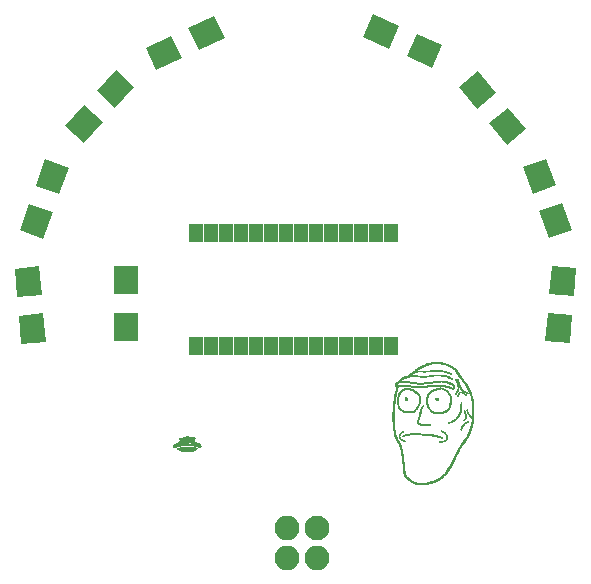
<source format=gbs>
G04 #@! TF.FileFunction,Soldermask,Bot*
%FSLAX46Y46*%
G04 Gerber Fmt 4.6, Leading zero omitted, Abs format (unit mm)*
G04 Created by KiCad (PCBNEW 4.0.7) date 06/13/18 17:32:10*
%MOMM*%
%LPD*%
G01*
G04 APERTURE LIST*
%ADD10C,0.100000*%
%ADD11C,0.010000*%
%ADD12C,2.100000*%
%ADD13O,2.100000X2.100000*%
%ADD14R,1.162000X1.543000*%
%ADD15R,2.000000X2.400000*%
G04 APERTURE END LIST*
D10*
D11*
G36*
X110686219Y-106872510D02*
X110458109Y-106919290D01*
X110224996Y-106998882D01*
X110100382Y-107052771D01*
X109960267Y-107117138D01*
X109853804Y-107165930D01*
X109776197Y-107201286D01*
X109722649Y-107225347D01*
X109688364Y-107240250D01*
X109668545Y-107248136D01*
X109658396Y-107251145D01*
X109654868Y-107251500D01*
X109623887Y-107263281D01*
X109567815Y-107294752D01*
X109495352Y-107340104D01*
X109415197Y-107393527D01*
X109336051Y-107449214D01*
X109266615Y-107501353D01*
X109215589Y-107544138D01*
X109213153Y-107546423D01*
X109157231Y-107597134D01*
X109111127Y-107634950D01*
X109086153Y-107650999D01*
X109036634Y-107675335D01*
X108966621Y-107720430D01*
X108886848Y-107778455D01*
X108808046Y-107841585D01*
X108740945Y-107901992D01*
X108737869Y-107905019D01*
X108671311Y-107965480D01*
X108615272Y-108000659D01*
X108554889Y-108019153D01*
X108534601Y-108022599D01*
X108426426Y-108050634D01*
X108305731Y-108101000D01*
X108182818Y-108167397D01*
X108067989Y-108243522D01*
X107971547Y-108323074D01*
X107903793Y-108399750D01*
X107894681Y-108414034D01*
X107853528Y-108461427D01*
X107805309Y-108489120D01*
X107803023Y-108489678D01*
X107754222Y-108507768D01*
X107688819Y-108540770D01*
X107649406Y-108563940D01*
X107582442Y-108613045D01*
X107542993Y-108664286D01*
X107523633Y-108713780D01*
X107508915Y-108776931D01*
X107512572Y-108821869D01*
X107528602Y-108857257D01*
X107566074Y-108899961D01*
X107606750Y-108919847D01*
X107643568Y-108929168D01*
X107653667Y-108937118D01*
X107649062Y-108962204D01*
X107636079Y-109022933D01*
X107615966Y-109113725D01*
X107589972Y-109229000D01*
X107559344Y-109363178D01*
X107526474Y-109505750D01*
X107481666Y-109709056D01*
X107447176Y-109891171D01*
X107419874Y-110071043D01*
X107396630Y-110267621D01*
X107390123Y-110331250D01*
X107358072Y-110678209D01*
X107334804Y-110991127D01*
X107320373Y-111277385D01*
X107314830Y-111544364D01*
X107318229Y-111799447D01*
X107330621Y-112050015D01*
X107352059Y-112303449D01*
X107382596Y-112567131D01*
X107407274Y-112747001D01*
X107436807Y-112921156D01*
X107473025Y-113068870D01*
X107520820Y-113205997D01*
X107585080Y-113348393D01*
X107605017Y-113388096D01*
X107644651Y-113468218D01*
X107675548Y-113535442D01*
X107693356Y-113580057D01*
X107696000Y-113591190D01*
X107710424Y-113622497D01*
X107740685Y-113656427D01*
X107793424Y-113721217D01*
X107847650Y-113817464D01*
X107898900Y-113934710D01*
X107942710Y-114062498D01*
X107974619Y-114190373D01*
X107979231Y-114215333D01*
X107999522Y-114329549D01*
X108022372Y-114452969D01*
X108043571Y-114562947D01*
X108048131Y-114585750D01*
X108067418Y-114695094D01*
X108085284Y-114819942D01*
X108097904Y-114933528D01*
X108098033Y-114935000D01*
X108108533Y-115034618D01*
X108121904Y-115133038D01*
X108135521Y-115211274D01*
X108137569Y-115220750D01*
X108147778Y-115281051D01*
X108159095Y-115372369D01*
X108170301Y-115483447D01*
X108180173Y-115603034D01*
X108182329Y-115633500D01*
X108201223Y-115870808D01*
X108223578Y-116070199D01*
X108250582Y-116236025D01*
X108283424Y-116372640D01*
X108323291Y-116484398D01*
X108371373Y-116575653D01*
X108428858Y-116650759D01*
X108471476Y-116692667D01*
X108532807Y-116744610D01*
X108603851Y-116801103D01*
X108676046Y-116855809D01*
X108740827Y-116902388D01*
X108789632Y-116934500D01*
X108813454Y-116945833D01*
X108843049Y-116960346D01*
X108858179Y-116975187D01*
X108891248Y-117000380D01*
X108953980Y-117036605D01*
X109036741Y-117079147D01*
X109129896Y-117123292D01*
X109223814Y-117164327D01*
X109308858Y-117197537D01*
X109322072Y-117202180D01*
X109365270Y-117216366D01*
X109405118Y-117226635D01*
X109448373Y-117233190D01*
X109501791Y-117236235D01*
X109572130Y-117235975D01*
X109666147Y-117232614D01*
X109790598Y-117226357D01*
X109907917Y-117219888D01*
X110037853Y-117210660D01*
X109588940Y-117210660D01*
X109566063Y-117213993D01*
X109526917Y-117214946D01*
X109476720Y-117213600D01*
X109458371Y-117209828D01*
X109468418Y-117206100D01*
X109526487Y-117202288D01*
X109574251Y-117205811D01*
X109588940Y-117210660D01*
X110037853Y-117210660D01*
X110065494Y-117208697D01*
X110205107Y-117192590D01*
X110235036Y-117187323D01*
X110013522Y-117187323D01*
X110001708Y-117189867D01*
X109954717Y-117191553D01*
X109886750Y-117192102D01*
X109810292Y-117191475D01*
X109764497Y-117189699D01*
X109753442Y-117187057D01*
X109763851Y-117185722D01*
X109403445Y-117185722D01*
X109400539Y-117198305D01*
X109389334Y-117199833D01*
X109371911Y-117192088D01*
X109375223Y-117185722D01*
X109400343Y-117183188D01*
X109403445Y-117185722D01*
X109763851Y-117185722D01*
X109774916Y-117184303D01*
X109859284Y-117181114D01*
X109953510Y-117182426D01*
X109986583Y-117184203D01*
X110013522Y-117187323D01*
X110235036Y-117187323D01*
X110338013Y-117169201D01*
X110342664Y-117168083D01*
X110214834Y-117168083D01*
X110204250Y-117178666D01*
X110193667Y-117168083D01*
X110197195Y-117164555D01*
X109339945Y-117164555D01*
X109337039Y-117177139D01*
X109325834Y-117178666D01*
X109308411Y-117170922D01*
X109311723Y-117164555D01*
X109336843Y-117162022D01*
X109339945Y-117164555D01*
X110197195Y-117164555D01*
X110204250Y-117157500D01*
X110214834Y-117168083D01*
X110342664Y-117168083D01*
X110407752Y-117152439D01*
X110332653Y-117152439D01*
X110311848Y-117155828D01*
X110284394Y-117151937D01*
X110284167Y-117146916D01*
X109262334Y-117146916D01*
X109251750Y-117157500D01*
X109241167Y-117146916D01*
X109251750Y-117136333D01*
X109262334Y-117146916D01*
X110284167Y-117146916D01*
X110284066Y-117144711D01*
X110312396Y-117139658D01*
X110324636Y-117143040D01*
X110332653Y-117152439D01*
X110407752Y-117152439D01*
X110475470Y-117136163D01*
X110522897Y-117122222D01*
X110398278Y-117122222D01*
X110395373Y-117134805D01*
X110384167Y-117136333D01*
X110366745Y-117128588D01*
X110370056Y-117122222D01*
X110395176Y-117119688D01*
X110398278Y-117122222D01*
X110522897Y-117122222D01*
X110582905Y-117104583D01*
X110468834Y-117104583D01*
X110458250Y-117115166D01*
X110447667Y-117104583D01*
X110458250Y-117094000D01*
X110468834Y-117104583D01*
X110582905Y-117104583D01*
X110628734Y-117091112D01*
X110652085Y-117083416D01*
X110574667Y-117083416D01*
X110564084Y-117094000D01*
X110553500Y-117083416D01*
X110532334Y-117083416D01*
X110521750Y-117094000D01*
X110511167Y-117083416D01*
X110521750Y-117072833D01*
X110532334Y-117083416D01*
X110553500Y-117083416D01*
X110564084Y-117072833D01*
X110574667Y-117083416D01*
X110652085Y-117083416D01*
X110727011Y-117058722D01*
X110631112Y-117058722D01*
X110628206Y-117071305D01*
X110617000Y-117072833D01*
X110599578Y-117065088D01*
X110602889Y-117058722D01*
X110628009Y-117056188D01*
X110631112Y-117058722D01*
X110727011Y-117058722D01*
X110780532Y-117041083D01*
X110701667Y-117041083D01*
X110691084Y-117051666D01*
X110680500Y-117041083D01*
X110691084Y-117030500D01*
X110701667Y-117041083D01*
X110780532Y-117041083D01*
X110809063Y-117031680D01*
X110818084Y-117028599D01*
X110841170Y-117019916D01*
X110744000Y-117019916D01*
X110733417Y-117030500D01*
X110722834Y-117019916D01*
X110733417Y-117009333D01*
X110744000Y-117019916D01*
X110841170Y-117019916D01*
X110906828Y-116995222D01*
X110821612Y-116995222D01*
X110818706Y-117007805D01*
X110807500Y-117009333D01*
X110790078Y-117001588D01*
X110793389Y-116995222D01*
X110818509Y-116992688D01*
X110821612Y-116995222D01*
X110906828Y-116995222D01*
X110953728Y-116977583D01*
X110892167Y-116977583D01*
X110881584Y-116988166D01*
X110871000Y-116977583D01*
X110881584Y-116967000D01*
X110892167Y-116977583D01*
X110953728Y-116977583D01*
X111003321Y-116958931D01*
X111063105Y-116931722D01*
X110990945Y-116931722D01*
X110988039Y-116944305D01*
X110976834Y-116945833D01*
X110959411Y-116938088D01*
X110962723Y-116931722D01*
X110987843Y-116929188D01*
X110990945Y-116931722D01*
X111063105Y-116931722D01*
X111158294Y-116888400D01*
X111079255Y-116888400D01*
X111074105Y-116900229D01*
X111052792Y-116922952D01*
X111040540Y-116918291D01*
X111040334Y-116915332D01*
X111055368Y-116897429D01*
X111064771Y-116890895D01*
X111079255Y-116888400D01*
X111158294Y-116888400D01*
X111165150Y-116885280D01*
X111189188Y-116871750D01*
X111125000Y-116871750D01*
X111114417Y-116882333D01*
X111103834Y-116871750D01*
X111114417Y-116861166D01*
X111125000Y-116871750D01*
X111189188Y-116871750D01*
X111272426Y-116824900D01*
X111206255Y-116824900D01*
X111201105Y-116836729D01*
X111179792Y-116859452D01*
X111167540Y-116854791D01*
X111167334Y-116851832D01*
X111182368Y-116833929D01*
X111191771Y-116827395D01*
X111206255Y-116824900D01*
X111272426Y-116824900D01*
X111297782Y-116810629D01*
X111300978Y-116808250D01*
X111252000Y-116808250D01*
X111241417Y-116818833D01*
X111230834Y-116808250D01*
X111241417Y-116797666D01*
X111252000Y-116808250D01*
X111300978Y-116808250D01*
X111329419Y-116787083D01*
X111294334Y-116787083D01*
X111283750Y-116797666D01*
X111273167Y-116787083D01*
X111283750Y-116776500D01*
X111294334Y-116787083D01*
X111329419Y-116787083D01*
X111395425Y-116737958D01*
X111410588Y-116723583D01*
X111477224Y-116661054D01*
X111478342Y-116660083D01*
X111431917Y-116660083D01*
X111391595Y-116707708D01*
X111354066Y-116747703D01*
X111337720Y-116753477D01*
X111336667Y-116748030D01*
X111350941Y-116730744D01*
X111384292Y-116700405D01*
X111431917Y-116660083D01*
X111478342Y-116660083D01*
X111555806Y-116592816D01*
X111601250Y-116555843D01*
X111714825Y-116457554D01*
X111723556Y-116448416D01*
X111696500Y-116448416D01*
X111685917Y-116459000D01*
X111681908Y-116454990D01*
X111664750Y-116454990D01*
X111580084Y-116530763D01*
X111527319Y-116577401D01*
X111498612Y-116600459D01*
X111486842Y-116604991D01*
X111484834Y-116598361D01*
X111500293Y-116581879D01*
X111540002Y-116548983D01*
X111574792Y-116522274D01*
X111664750Y-116454990D01*
X111681908Y-116454990D01*
X111675334Y-116448416D01*
X111685917Y-116437833D01*
X111696500Y-116448416D01*
X111723556Y-116448416D01*
X111764004Y-116406083D01*
X111738834Y-116406083D01*
X111728250Y-116416666D01*
X111717667Y-116406083D01*
X111728250Y-116395500D01*
X111738834Y-116406083D01*
X111764004Y-116406083D01*
X111824732Y-116342525D01*
X111841725Y-116321416D01*
X111823500Y-116321416D01*
X111812917Y-116332000D01*
X111802334Y-116321416D01*
X111812917Y-116310833D01*
X111823500Y-116321416D01*
X111841725Y-116321416D01*
X111913519Y-116232233D01*
X111883589Y-116232233D01*
X111878438Y-116244062D01*
X111857126Y-116266786D01*
X111844873Y-116262124D01*
X111844667Y-116259165D01*
X111859701Y-116241262D01*
X111869104Y-116234728D01*
X111883589Y-116232233D01*
X111913519Y-116232233D01*
X111934927Y-116205641D01*
X111979611Y-116141660D01*
X111949114Y-116141660D01*
X111943858Y-116152621D01*
X111932034Y-116167958D01*
X111901139Y-116200865D01*
X111887348Y-116200722D01*
X111887000Y-116197008D01*
X111901465Y-116179339D01*
X111924042Y-116159966D01*
X111949114Y-116141660D01*
X111979611Y-116141660D01*
X112049363Y-116041788D01*
X112062644Y-116020567D01*
X112031755Y-116020567D01*
X112026605Y-116032396D01*
X112005292Y-116055119D01*
X111993040Y-116050458D01*
X111992834Y-116047499D01*
X112007868Y-116029596D01*
X112017271Y-116023062D01*
X112031755Y-116020567D01*
X112062644Y-116020567D01*
X112086313Y-115982750D01*
X112056334Y-115982750D01*
X112045750Y-115993333D01*
X112035167Y-115982750D01*
X112045750Y-115972166D01*
X112056334Y-115982750D01*
X112086313Y-115982750D01*
X112126056Y-115919250D01*
X112098667Y-115919250D01*
X112088084Y-115929833D01*
X112077500Y-115919250D01*
X112088084Y-115908666D01*
X112098667Y-115919250D01*
X112126056Y-115919250D01*
X112168627Y-115851233D01*
X112137589Y-115851233D01*
X112132438Y-115863062D01*
X112111126Y-115885786D01*
X112098873Y-115881124D01*
X112098667Y-115878165D01*
X112113701Y-115860262D01*
X112123104Y-115853728D01*
X112137589Y-115851233D01*
X112168627Y-115851233D01*
X112171995Y-115845853D01*
X112191053Y-115813416D01*
X112162167Y-115813416D01*
X112151584Y-115824000D01*
X112141000Y-115813416D01*
X112151584Y-115802833D01*
X112162167Y-115813416D01*
X112191053Y-115813416D01*
X112228364Y-115749916D01*
X112204500Y-115749916D01*
X112193917Y-115760500D01*
X112183334Y-115749916D01*
X112193917Y-115739333D01*
X112204500Y-115749916D01*
X112228364Y-115749916D01*
X112240801Y-115728750D01*
X112252624Y-115707583D01*
X112225667Y-115707583D01*
X112215084Y-115718166D01*
X112204500Y-115707583D01*
X112215084Y-115697000D01*
X112225667Y-115707583D01*
X112252624Y-115707583D01*
X112276271Y-115665250D01*
X112246834Y-115665250D01*
X112236250Y-115675833D01*
X112225667Y-115665250D01*
X112236250Y-115654666D01*
X112246834Y-115665250D01*
X112276271Y-115665250D01*
X112293699Y-115634051D01*
X112310994Y-115601750D01*
X112289167Y-115601750D01*
X112278584Y-115612333D01*
X112268000Y-115601750D01*
X112278584Y-115591166D01*
X112289167Y-115601750D01*
X112310994Y-115601750D01*
X112333662Y-115559416D01*
X112310334Y-115559416D01*
X112299750Y-115570000D01*
X112289167Y-115559416D01*
X112299750Y-115548833D01*
X112310334Y-115559416D01*
X112333662Y-115559416D01*
X112356330Y-115517083D01*
X112331500Y-115517083D01*
X112320917Y-115527666D01*
X112310334Y-115517083D01*
X112320917Y-115506500D01*
X112331500Y-115517083D01*
X112356330Y-115517083D01*
X112356964Y-115515900D01*
X112378408Y-115474750D01*
X112352667Y-115474750D01*
X112342084Y-115485333D01*
X112331500Y-115474750D01*
X112342084Y-115464166D01*
X112352667Y-115474750D01*
X112378408Y-115474750D01*
X112400471Y-115432416D01*
X112373834Y-115432416D01*
X112363250Y-115443000D01*
X112352667Y-115432416D01*
X112363250Y-115421833D01*
X112373834Y-115432416D01*
X112400471Y-115432416D01*
X112422533Y-115390083D01*
X112395000Y-115390083D01*
X112384417Y-115400666D01*
X112373834Y-115390083D01*
X112384417Y-115379500D01*
X112395000Y-115390083D01*
X112422533Y-115390083D01*
X112427673Y-115380222D01*
X112444258Y-115347750D01*
X112416167Y-115347750D01*
X112405584Y-115358333D01*
X112395000Y-115347750D01*
X112405584Y-115337166D01*
X112416167Y-115347750D01*
X112444258Y-115347750D01*
X112479000Y-115279733D01*
X112455089Y-115279733D01*
X112449938Y-115291562D01*
X112428626Y-115314286D01*
X112416373Y-115309624D01*
X112416167Y-115306665D01*
X112431201Y-115288762D01*
X112440604Y-115282228D01*
X112455089Y-115279733D01*
X112479000Y-115279733D01*
X112502901Y-115232942D01*
X112503709Y-115231333D01*
X112479667Y-115231333D01*
X112471923Y-115248755D01*
X112465556Y-115245444D01*
X112463023Y-115220324D01*
X112465556Y-115217222D01*
X112478140Y-115220127D01*
X112479667Y-115231333D01*
X112503709Y-115231333D01*
X112530288Y-115178416D01*
X112500834Y-115178416D01*
X112490250Y-115189000D01*
X112479667Y-115178416D01*
X112490250Y-115167833D01*
X112500834Y-115178416D01*
X112530288Y-115178416D01*
X112572814Y-115093750D01*
X112543167Y-115093750D01*
X112532584Y-115104333D01*
X112522000Y-115093750D01*
X112532584Y-115083166D01*
X112543167Y-115093750D01*
X112572814Y-115093750D01*
X112579727Y-115079988D01*
X112650349Y-114937146D01*
X112621838Y-114937146D01*
X112617396Y-114958355D01*
X112615890Y-114962371D01*
X112599122Y-114988290D01*
X112589588Y-114988476D01*
X112591963Y-114966085D01*
X112604041Y-114950522D01*
X112621838Y-114937146D01*
X112650349Y-114937146D01*
X112655226Y-114927283D01*
X112687496Y-114860916D01*
X112670167Y-114860916D01*
X112659584Y-114871500D01*
X112649000Y-114860916D01*
X112659584Y-114850333D01*
X112670167Y-114860916D01*
X112687496Y-114860916D01*
X112713227Y-114808000D01*
X112691334Y-114808000D01*
X112683589Y-114825422D01*
X112677223Y-114822111D01*
X112674689Y-114796991D01*
X112677223Y-114793888D01*
X112689806Y-114796794D01*
X112691334Y-114808000D01*
X112713227Y-114808000D01*
X112726476Y-114780755D01*
X112738713Y-114755083D01*
X112712500Y-114755083D01*
X112701917Y-114765666D01*
X112691334Y-114755083D01*
X112701917Y-114744500D01*
X112712500Y-114755083D01*
X112738713Y-114755083D01*
X112763937Y-114702166D01*
X112733667Y-114702166D01*
X112725923Y-114719589D01*
X112719556Y-114716277D01*
X112717023Y-114691157D01*
X112719556Y-114688055D01*
X112732140Y-114690961D01*
X112733667Y-114702166D01*
X112763937Y-114702166D01*
X112790553Y-114646329D01*
X112799014Y-114628083D01*
X112776000Y-114628083D01*
X112765417Y-114638666D01*
X112754834Y-114628083D01*
X112765417Y-114617500D01*
X112776000Y-114628083D01*
X112799014Y-114628083D01*
X112818647Y-114585750D01*
X112797167Y-114585750D01*
X112786584Y-114596333D01*
X112776000Y-114585750D01*
X112786584Y-114575166D01*
X112797167Y-114585750D01*
X112818647Y-114585750D01*
X112838280Y-114543416D01*
X112818334Y-114543416D01*
X112807750Y-114554000D01*
X112797167Y-114543416D01*
X112807750Y-114532833D01*
X112818334Y-114543416D01*
X112838280Y-114543416D01*
X112844534Y-114529931D01*
X112857316Y-114501083D01*
X112839500Y-114501083D01*
X112828917Y-114511666D01*
X112818334Y-114501083D01*
X112828917Y-114490500D01*
X112839500Y-114501083D01*
X112857316Y-114501083D01*
X112885453Y-114437583D01*
X112860667Y-114437583D01*
X112850084Y-114448166D01*
X112839500Y-114437583D01*
X112850084Y-114427000D01*
X112860667Y-114437583D01*
X112885453Y-114437583D01*
X112885496Y-114437486D01*
X112906618Y-114384666D01*
X112881834Y-114384666D01*
X112874089Y-114402089D01*
X112867723Y-114398777D01*
X112865189Y-114373657D01*
X112867723Y-114370555D01*
X112880306Y-114373461D01*
X112881834Y-114384666D01*
X112906618Y-114384666D01*
X112910515Y-114374922D01*
X112914285Y-114363500D01*
X112927471Y-114331750D01*
X112903000Y-114331750D01*
X112892417Y-114342333D01*
X112881834Y-114331750D01*
X112892417Y-114321166D01*
X112903000Y-114331750D01*
X112927471Y-114331750D01*
X112939253Y-114303382D01*
X112982822Y-114221334D01*
X112997639Y-114196312D01*
X112960504Y-114196312D01*
X112956063Y-114217522D01*
X112954556Y-114221537D01*
X112937788Y-114247457D01*
X112928255Y-114247643D01*
X112930629Y-114225252D01*
X112942707Y-114209688D01*
X112960504Y-114196312D01*
X112997639Y-114196312D01*
X113017712Y-114162416D01*
X112987667Y-114162416D01*
X112977084Y-114173000D01*
X112966500Y-114162416D01*
X112977084Y-114151833D01*
X112987667Y-114162416D01*
X113017712Y-114162416D01*
X113040345Y-114124197D01*
X113099509Y-114030900D01*
X113068922Y-114030900D01*
X113063772Y-114042729D01*
X113042459Y-114065452D01*
X113030207Y-114060791D01*
X113030000Y-114057832D01*
X113045035Y-114039929D01*
X113054438Y-114033395D01*
X113068922Y-114030900D01*
X113099509Y-114030900D01*
X113107175Y-114018812D01*
X113124398Y-113993083D01*
X113093500Y-113993083D01*
X113082917Y-114003666D01*
X113072334Y-113993083D01*
X113082917Y-113982500D01*
X113093500Y-113993083D01*
X113124398Y-113993083D01*
X113169931Y-113925067D01*
X113132422Y-113925067D01*
X113127272Y-113936896D01*
X113105959Y-113959619D01*
X113093707Y-113954958D01*
X113093500Y-113951999D01*
X113108535Y-113934096D01*
X113117938Y-113927562D01*
X113132422Y-113925067D01*
X113169931Y-113925067D01*
X113178664Y-113912023D01*
X113196140Y-113887250D01*
X113157000Y-113887250D01*
X113146417Y-113897833D01*
X113135834Y-113887250D01*
X113146417Y-113876666D01*
X113157000Y-113887250D01*
X113196140Y-113887250D01*
X113250167Y-113810670D01*
X113256237Y-113802583D01*
X113220500Y-113802583D01*
X113209917Y-113813166D01*
X113199334Y-113802583D01*
X113209917Y-113792000D01*
X113220500Y-113802583D01*
X113256237Y-113802583D01*
X113317034Y-113721596D01*
X113341206Y-113692233D01*
X113301755Y-113692233D01*
X113296605Y-113704062D01*
X113275292Y-113726786D01*
X113263040Y-113722124D01*
X113262834Y-113719165D01*
X113277868Y-113701262D01*
X113287271Y-113694728D01*
X113301755Y-113692233D01*
X113341206Y-113692233D01*
X113374621Y-113651643D01*
X113397358Y-113628733D01*
X113344089Y-113628733D01*
X113338938Y-113640562D01*
X113317626Y-113663286D01*
X113305373Y-113658624D01*
X113305167Y-113655665D01*
X113320201Y-113637762D01*
X113329604Y-113631228D01*
X113344089Y-113628733D01*
X113397358Y-113628733D01*
X113418280Y-113607653D01*
X113434961Y-113596890D01*
X113467696Y-113569023D01*
X113474500Y-113547019D01*
X113475501Y-113544067D01*
X113449922Y-113544067D01*
X113444772Y-113555896D01*
X113423459Y-113578619D01*
X113411207Y-113573958D01*
X113411000Y-113570999D01*
X113426035Y-113553096D01*
X113435438Y-113546562D01*
X113449922Y-113544067D01*
X113475501Y-113544067D01*
X113486965Y-113510265D01*
X113518396Y-113458111D01*
X113535380Y-113435212D01*
X113548038Y-113417067D01*
X113513422Y-113417067D01*
X113508272Y-113428896D01*
X113486959Y-113451619D01*
X113474707Y-113446958D01*
X113474500Y-113443999D01*
X113489535Y-113426096D01*
X113498938Y-113419562D01*
X113513422Y-113417067D01*
X113548038Y-113417067D01*
X113573860Y-113380054D01*
X113606969Y-113326494D01*
X113578947Y-113326494D01*
X113573691Y-113337455D01*
X113561867Y-113352791D01*
X113530972Y-113385699D01*
X113517181Y-113385555D01*
X113516834Y-113381841D01*
X113531299Y-113364173D01*
X113553875Y-113344800D01*
X113578947Y-113326494D01*
X113606969Y-113326494D01*
X113622417Y-113301506D01*
X113626358Y-113294583D01*
X113601500Y-113294583D01*
X113590917Y-113305166D01*
X113580334Y-113294583D01*
X113590917Y-113284000D01*
X113601500Y-113294583D01*
X113626358Y-113294583D01*
X113665085Y-113226567D01*
X113640422Y-113226567D01*
X113635272Y-113238396D01*
X113613959Y-113261119D01*
X113601707Y-113256458D01*
X113601500Y-113253499D01*
X113616535Y-113235596D01*
X113625938Y-113229062D01*
X113640422Y-113226567D01*
X113665085Y-113226567D01*
X113672214Y-113214048D01*
X113685803Y-113188750D01*
X113708514Y-113147058D01*
X113680693Y-113147058D01*
X113676454Y-113155591D01*
X113656271Y-113177475D01*
X113652558Y-113162042D01*
X113657696Y-113145503D01*
X113673280Y-113122452D01*
X113680318Y-113122928D01*
X113680693Y-113147058D01*
X113708514Y-113147058D01*
X113729239Y-113109014D01*
X113756591Y-113061750D01*
X113728500Y-113061750D01*
X113717917Y-113072333D01*
X113707334Y-113061750D01*
X113717917Y-113051166D01*
X113728500Y-113061750D01*
X113756591Y-113061750D01*
X113768582Y-113041030D01*
X113782335Y-113019416D01*
X113749667Y-113019416D01*
X113739084Y-113030000D01*
X113728500Y-113019416D01*
X113739084Y-113008833D01*
X113749667Y-113019416D01*
X113782335Y-113019416D01*
X113797510Y-112995570D01*
X113804841Y-112985999D01*
X113828931Y-112951779D01*
X113834334Y-112936282D01*
X113842125Y-112907408D01*
X113854124Y-112876696D01*
X113826358Y-112876696D01*
X113819800Y-112897708D01*
X113799684Y-112939581D01*
X113775079Y-112975250D01*
X113759281Y-112987666D01*
X113763238Y-112971173D01*
X113781314Y-112930801D01*
X113784590Y-112924166D01*
X113810333Y-112878333D01*
X113825645Y-112861466D01*
X113826358Y-112876696D01*
X113854124Y-112876696D01*
X113861121Y-112858789D01*
X113863506Y-112853282D01*
X113894312Y-112776000D01*
X113876667Y-112776000D01*
X113868923Y-112793422D01*
X113862556Y-112790111D01*
X113860023Y-112764991D01*
X113862556Y-112761888D01*
X113875140Y-112764794D01*
X113876667Y-112776000D01*
X113894312Y-112776000D01*
X113919056Y-112713929D01*
X113922920Y-112701916D01*
X113897834Y-112701916D01*
X113887250Y-112712500D01*
X113876667Y-112701916D01*
X113887250Y-112691333D01*
X113897834Y-112701916D01*
X113922920Y-112701916D01*
X113943345Y-112638416D01*
X113919000Y-112638416D01*
X113908417Y-112649000D01*
X113897834Y-112638416D01*
X113908417Y-112627833D01*
X113919000Y-112638416D01*
X113943345Y-112638416D01*
X113960366Y-112585500D01*
X113940167Y-112585500D01*
X113932423Y-112602922D01*
X113926056Y-112599611D01*
X113923523Y-112574491D01*
X113926056Y-112571388D01*
X113938640Y-112574294D01*
X113940167Y-112585500D01*
X113960366Y-112585500D01*
X113961123Y-112583149D01*
X113972523Y-112532583D01*
X113961334Y-112532583D01*
X113950750Y-112543166D01*
X113940167Y-112532583D01*
X113950750Y-112522000D01*
X113961334Y-112532583D01*
X113972523Y-112532583D01*
X113982067Y-112490250D01*
X113961334Y-112490250D01*
X113950750Y-112500833D01*
X113940167Y-112490250D01*
X113950750Y-112479666D01*
X113961334Y-112490250D01*
X113982067Y-112490250D01*
X113984454Y-112479666D01*
X114011188Y-112320056D01*
X114023974Y-112257416D01*
X113999541Y-112257416D01*
X113997253Y-112293565D01*
X113990627Y-112296748D01*
X113989783Y-112294861D01*
X113985596Y-112252841D01*
X113988999Y-112231361D01*
X113995737Y-112222729D01*
X113999401Y-112250843D01*
X113999541Y-112257416D01*
X114023974Y-112257416D01*
X114036542Y-112195849D01*
X114048863Y-112149819D01*
X114023163Y-112149819D01*
X114019271Y-112177272D01*
X114012046Y-112177600D01*
X114006993Y-112149271D01*
X114010375Y-112137031D01*
X114019773Y-112129013D01*
X114023163Y-112149819D01*
X114048863Y-112149819D01*
X114062140Y-112100222D01*
X114089605Y-112026352D01*
X114090416Y-112024583D01*
X114067167Y-112024583D01*
X114056584Y-112035166D01*
X114046000Y-112024583D01*
X114056584Y-112014000D01*
X114067167Y-112024583D01*
X114090416Y-112024583D01*
X114095270Y-112014000D01*
X114106551Y-111990447D01*
X114115901Y-111969096D01*
X114123605Y-111945842D01*
X114129479Y-111918750D01*
X114109500Y-111918750D01*
X114098917Y-111929333D01*
X114088334Y-111918750D01*
X114098917Y-111908166D01*
X114109500Y-111918750D01*
X114129479Y-111918750D01*
X114129950Y-111916581D01*
X114135221Y-111877209D01*
X114139703Y-111823621D01*
X114143682Y-111751714D01*
X114144195Y-111738833D01*
X114124902Y-111738833D01*
X114123251Y-111784613D01*
X114119029Y-111797180D01*
X114115729Y-111786458D01*
X114112227Y-111724779D01*
X114115729Y-111691208D01*
X114120964Y-111681177D01*
X114124285Y-111707771D01*
X114124902Y-111738833D01*
X114144195Y-111738833D01*
X114147444Y-111657381D01*
X114151274Y-111536521D01*
X114154163Y-111431916D01*
X114125329Y-111431916D01*
X114123626Y-111475479D01*
X114118829Y-111486723D01*
X114116124Y-111479788D01*
X114112181Y-111428958D01*
X114115697Y-111395121D01*
X114121273Y-111383390D01*
X114124780Y-111408831D01*
X114125329Y-111431916D01*
X114154163Y-111431916D01*
X114155458Y-111385027D01*
X114158355Y-111273166D01*
X114146923Y-111273166D01*
X114144716Y-111311675D01*
X114139222Y-111316213D01*
X114137243Y-111310208D01*
X114133951Y-111256524D01*
X114137243Y-111236125D01*
X114143378Y-111229537D01*
X114146718Y-111258805D01*
X114146923Y-111273166D01*
X114158355Y-111273166D01*
X114160282Y-111198796D01*
X114165079Y-111010886D01*
X114166470Y-110903271D01*
X114074418Y-110903271D01*
X114074117Y-111050857D01*
X114071863Y-111187478D01*
X114067611Y-111304905D01*
X114061314Y-111394907D01*
X114054728Y-111441846D01*
X114034469Y-111536442D01*
X113937627Y-111436801D01*
X113874104Y-111365863D01*
X113812949Y-111288568D01*
X113780422Y-111241663D01*
X113736867Y-111183020D01*
X113699384Y-111150772D01*
X113673588Y-111148188D01*
X113665000Y-111174407D01*
X113678296Y-111212327D01*
X113713855Y-111272467D01*
X113765185Y-111345979D01*
X113825795Y-111424014D01*
X113889194Y-111497722D01*
X113941685Y-111551555D01*
X113997609Y-111606590D01*
X114028883Y-111647791D01*
X114042626Y-111689300D01*
X114045957Y-111745260D01*
X114046000Y-111758773D01*
X114031990Y-111871711D01*
X114002872Y-111952059D01*
X113981202Y-112008233D01*
X113956652Y-112093355D01*
X113932677Y-112194514D01*
X113917524Y-112271063D01*
X113881355Y-112443896D01*
X113838183Y-112604034D01*
X113790869Y-112742278D01*
X113742277Y-112849430D01*
X113731899Y-112867585D01*
X113703135Y-112917689D01*
X113662283Y-112991643D01*
X113616866Y-113075779D01*
X113603649Y-113100633D01*
X113546981Y-113199224D01*
X113476868Y-113309392D01*
X113406826Y-113410071D01*
X113394597Y-113426448D01*
X113288071Y-113567384D01*
X113204032Y-113679526D01*
X113139121Y-113767607D01*
X113089977Y-113836360D01*
X113053239Y-113890518D01*
X113025548Y-113934813D01*
X113003543Y-113973977D01*
X112997106Y-113986293D01*
X112964666Y-114044704D01*
X112937259Y-114086114D01*
X112926529Y-114097457D01*
X112909871Y-114121486D01*
X112882691Y-114174844D01*
X112849988Y-114247471D01*
X112838990Y-114273579D01*
X112785042Y-114397856D01*
X112715886Y-114548003D01*
X112635201Y-114716779D01*
X112546666Y-114896940D01*
X112453962Y-115081243D01*
X112360766Y-115262446D01*
X112270760Y-115433304D01*
X112187622Y-115586576D01*
X112115032Y-115715019D01*
X112062120Y-115802833D01*
X111962052Y-115959101D01*
X111878766Y-116084114D01*
X111808004Y-116183351D01*
X111745508Y-116262289D01*
X111687020Y-116326409D01*
X111628281Y-116381189D01*
X111585048Y-116416666D01*
X111503661Y-116482710D01*
X111422536Y-116552129D01*
X111356905Y-116611820D01*
X111346881Y-116621533D01*
X111250290Y-116698200D01*
X111118120Y-116775746D01*
X110956996Y-116851764D01*
X110773545Y-116923842D01*
X110574394Y-116989572D01*
X110366167Y-117046543D01*
X110155491Y-117092346D01*
X109971417Y-117121751D01*
X109923562Y-117125502D01*
X109845780Y-117128974D01*
X109750478Y-117131686D01*
X109685667Y-117132805D01*
X109581070Y-117133052D01*
X109504095Y-117129005D01*
X109484861Y-117125750D01*
X109220000Y-117125750D01*
X109209417Y-117136333D01*
X109198834Y-117125750D01*
X109209417Y-117115166D01*
X109220000Y-117125750D01*
X109484861Y-117125750D01*
X109440069Y-117118170D01*
X109374320Y-117098055D01*
X109332547Y-117081837D01*
X109132278Y-117081837D01*
X109127287Y-117092882D01*
X109115416Y-117094000D01*
X109086714Y-117078627D01*
X109082567Y-117073075D01*
X109085974Y-117061047D01*
X109102484Y-117064757D01*
X109132278Y-117081837D01*
X109332547Y-117081837D01*
X109292175Y-117066163D01*
X109291156Y-117065750D01*
X109187260Y-117018337D01*
X109005278Y-117018337D01*
X109000287Y-117029382D01*
X108988416Y-117030500D01*
X108959714Y-117015127D01*
X108955567Y-117009575D01*
X108958974Y-116997547D01*
X108975484Y-117001257D01*
X109005278Y-117018337D01*
X109187260Y-117018337D01*
X109137088Y-116995441D01*
X108993175Y-116916675D01*
X108817834Y-116916675D01*
X108807538Y-116923010D01*
X108779399Y-116895820D01*
X108772801Y-116887625D01*
X108754495Y-116862553D01*
X108765456Y-116867809D01*
X108780792Y-116879633D01*
X108810107Y-116905744D01*
X108817834Y-116916675D01*
X108993175Y-116916675D01*
X108981848Y-116910476D01*
X108832345Y-116815838D01*
X108776245Y-116775121D01*
X108622144Y-116775121D01*
X108619249Y-116776500D01*
X108599933Y-116761599D01*
X108595584Y-116755333D01*
X108590190Y-116735544D01*
X108593085Y-116734166D01*
X108561842Y-116734166D01*
X108542481Y-116720270D01*
X108503627Y-116684417D01*
X108468584Y-116649500D01*
X108425573Y-116603719D01*
X108399928Y-116572975D01*
X108396492Y-116564833D01*
X108415854Y-116578729D01*
X108454707Y-116614582D01*
X108489750Y-116649500D01*
X108532762Y-116695280D01*
X108558406Y-116726024D01*
X108561842Y-116734166D01*
X108593085Y-116734166D01*
X108612402Y-116749067D01*
X108616750Y-116755333D01*
X108622144Y-116775121D01*
X108776245Y-116775121D01*
X108695487Y-116716509D01*
X108578183Y-116617472D01*
X108496421Y-116533083D01*
X108394500Y-116533083D01*
X108383917Y-116543666D01*
X108373334Y-116533083D01*
X108383917Y-116522500D01*
X108394500Y-116533083D01*
X108496421Y-116533083D01*
X108487340Y-116523711D01*
X108442704Y-116460249D01*
X108352167Y-116460249D01*
X108345365Y-116479481D01*
X108329756Y-116462703D01*
X108322924Y-116447317D01*
X108321445Y-116425467D01*
X108331243Y-116427399D01*
X108351415Y-116454500D01*
X108352167Y-116460249D01*
X108442704Y-116460249D01*
X108433452Y-116447096D01*
X108403888Y-116374382D01*
X108388720Y-116321416D01*
X108309834Y-116321416D01*
X108299250Y-116332000D01*
X108288667Y-116321416D01*
X108299250Y-116310833D01*
X108309834Y-116321416D01*
X108388720Y-116321416D01*
X108373996Y-116270001D01*
X108371277Y-116257916D01*
X108288667Y-116257916D01*
X108278084Y-116268500D01*
X108267500Y-116257916D01*
X108278084Y-116247333D01*
X108288667Y-116257916D01*
X108371277Y-116257916D01*
X108359369Y-116205000D01*
X108288667Y-116205000D01*
X108280923Y-116222422D01*
X108274556Y-116219111D01*
X108272023Y-116193991D01*
X108274556Y-116190888D01*
X108287140Y-116193794D01*
X108288667Y-116205000D01*
X108359369Y-116205000D01*
X108347460Y-116152083D01*
X108288667Y-116152083D01*
X108278084Y-116162666D01*
X108267500Y-116152083D01*
X108278084Y-116141500D01*
X108288667Y-116152083D01*
X108347460Y-116152083D01*
X108345766Y-116144556D01*
X108337559Y-116099166D01*
X108267500Y-116099166D01*
X108259756Y-116116589D01*
X108253389Y-116113277D01*
X108250856Y-116088157D01*
X108253389Y-116085055D01*
X108265973Y-116087961D01*
X108267500Y-116099166D01*
X108337559Y-116099166D01*
X108321191Y-116008649D01*
X108311678Y-115940416D01*
X108246334Y-115940416D01*
X108235750Y-115951000D01*
X108225167Y-115940416D01*
X108235750Y-115929833D01*
X108246334Y-115940416D01*
X108311678Y-115940416D01*
X108302262Y-115872884D01*
X108300715Y-115855750D01*
X108225167Y-115855750D01*
X108214584Y-115866333D01*
X108204000Y-115855750D01*
X108214584Y-115845166D01*
X108225167Y-115855750D01*
X108300715Y-115855750D01*
X108290969Y-115747863D01*
X108288667Y-115676185D01*
X108284833Y-115589088D01*
X108273745Y-115465070D01*
X108271242Y-115443000D01*
X108200658Y-115443000D01*
X108197332Y-115473048D01*
X108189982Y-115469458D01*
X108187187Y-115426122D01*
X108189982Y-115416541D01*
X108197708Y-115413882D01*
X108200658Y-115443000D01*
X108271242Y-115443000D01*
X108256022Y-115308806D01*
X108247385Y-115241916D01*
X108182834Y-115241916D01*
X108172250Y-115252500D01*
X108161667Y-115241916D01*
X108172250Y-115231333D01*
X108182834Y-115241916D01*
X108247385Y-115241916D01*
X108233719Y-115136083D01*
X108161667Y-115136083D01*
X108151084Y-115146666D01*
X108140500Y-115136083D01*
X108151084Y-115125500D01*
X108161667Y-115136083D01*
X108233719Y-115136083D01*
X108232283Y-115124970D01*
X108218687Y-115028486D01*
X108138829Y-115028486D01*
X108134938Y-115055939D01*
X108127712Y-115056267D01*
X108122659Y-115027938D01*
X108126041Y-115015697D01*
X108135440Y-115007680D01*
X108138829Y-115028486D01*
X108218687Y-115028486D01*
X108203150Y-114918236D01*
X108200892Y-114903250D01*
X108136374Y-114903250D01*
X108134086Y-114939398D01*
X108127460Y-114942581D01*
X108126617Y-114940694D01*
X108122429Y-114898674D01*
X108125832Y-114877194D01*
X108132570Y-114868562D01*
X108136234Y-114896676D01*
X108136374Y-114903250D01*
X108200892Y-114903250D01*
X108175368Y-114733916D01*
X108119334Y-114733916D01*
X108108750Y-114744500D01*
X108098167Y-114733916D01*
X108108750Y-114723333D01*
X108119334Y-114733916D01*
X108175368Y-114733916D01*
X108169242Y-114693279D01*
X108165594Y-114670416D01*
X108098167Y-114670416D01*
X108087584Y-114681000D01*
X108077000Y-114670416D01*
X108087584Y-114659833D01*
X108098167Y-114670416D01*
X108165594Y-114670416D01*
X108146733Y-114552236D01*
X108076676Y-114552236D01*
X108074162Y-114589908D01*
X108066608Y-114587255D01*
X108055105Y-114545839D01*
X108048320Y-114511666D01*
X108042516Y-114466977D01*
X108049058Y-114460896D01*
X108055539Y-114469333D01*
X108072356Y-114515455D01*
X108076676Y-114552236D01*
X108146733Y-114552236D01*
X108131178Y-114454772D01*
X108123046Y-114405833D01*
X108055834Y-114405833D01*
X108048089Y-114423255D01*
X108041723Y-114419944D01*
X108039189Y-114394824D01*
X108041723Y-114391722D01*
X108054306Y-114394627D01*
X108055834Y-114405833D01*
X108123046Y-114405833D01*
X108108975Y-114321166D01*
X108103108Y-114289416D01*
X108034667Y-114289416D01*
X108024084Y-114300000D01*
X108013500Y-114289416D01*
X108024084Y-114278833D01*
X108034667Y-114289416D01*
X108103108Y-114289416D01*
X108078995Y-114158953D01*
X108074335Y-114139486D01*
X108011829Y-114139486D01*
X108007938Y-114166939D01*
X108000712Y-114167267D01*
X107995659Y-114138938D01*
X107999041Y-114126697D01*
X108008440Y-114118680D01*
X108011829Y-114139486D01*
X108074335Y-114139486D01*
X108054063Y-114054819D01*
X107990663Y-114054819D01*
X107986771Y-114082272D01*
X107979546Y-114082600D01*
X107974493Y-114054271D01*
X107977875Y-114042031D01*
X107987273Y-114034013D01*
X107990663Y-114054819D01*
X108054063Y-114054819D01*
X108046510Y-114023276D01*
X108015956Y-113929583D01*
X107950000Y-113929583D01*
X107939417Y-113940166D01*
X107928834Y-113929583D01*
X107939417Y-113919000D01*
X107950000Y-113929583D01*
X108015956Y-113929583D01*
X108006936Y-113901927D01*
X108000628Y-113887250D01*
X107928834Y-113887250D01*
X107918250Y-113897833D01*
X107907667Y-113887250D01*
X107918250Y-113876666D01*
X107928834Y-113887250D01*
X108000628Y-113887250D01*
X107982433Y-113844916D01*
X107907667Y-113844916D01*
X107897084Y-113855500D01*
X107886500Y-113844916D01*
X107897084Y-113834333D01*
X107907667Y-113844916D01*
X107982433Y-113844916D01*
X107964238Y-113802583D01*
X107886500Y-113802583D01*
X107875917Y-113813166D01*
X107865334Y-113802583D01*
X107875917Y-113792000D01*
X107886500Y-113802583D01*
X107964238Y-113802583D01*
X107955693Y-113782702D01*
X107943974Y-113760250D01*
X107865334Y-113760250D01*
X107854750Y-113770833D01*
X107844167Y-113760250D01*
X107854750Y-113749666D01*
X107865334Y-113760250D01*
X107943974Y-113760250D01*
X107921878Y-113717916D01*
X107844167Y-113717916D01*
X107833584Y-113728500D01*
X107823000Y-113717916D01*
X107833584Y-113707333D01*
X107844167Y-113717916D01*
X107921878Y-113717916D01*
X107904586Y-113684788D01*
X107817811Y-113684788D01*
X107814916Y-113686166D01*
X107795599Y-113671265D01*
X107791250Y-113665000D01*
X107785857Y-113645211D01*
X107788752Y-113643833D01*
X107808068Y-113658734D01*
X107812417Y-113665000D01*
X107817811Y-113684788D01*
X107904586Y-113684788D01*
X107888198Y-113653392D01*
X107839536Y-113569750D01*
X107780667Y-113569750D01*
X107770084Y-113580333D01*
X107759500Y-113569750D01*
X107770084Y-113559166D01*
X107780667Y-113569750D01*
X107839536Y-113569750D01*
X107803969Y-113508618D01*
X107802587Y-113506250D01*
X107717167Y-113506250D01*
X107706584Y-113516833D01*
X107696000Y-113506250D01*
X107706584Y-113495666D01*
X107717167Y-113506250D01*
X107802587Y-113506250D01*
X107778445Y-113464892D01*
X107688459Y-113464892D01*
X107686907Y-113474500D01*
X107669907Y-113458274D01*
X107653667Y-113432166D01*
X107640042Y-113399440D01*
X107641594Y-113389833D01*
X107658594Y-113406059D01*
X107674834Y-113432166D01*
X107688459Y-113464892D01*
X107778445Y-113464892D01*
X107730184Y-113382219D01*
X107694872Y-113315750D01*
X107611334Y-113315750D01*
X107600750Y-113326333D01*
X107590167Y-113315750D01*
X107600750Y-113305166D01*
X107611334Y-113315750D01*
X107694872Y-113315750D01*
X107672382Y-113273416D01*
X107590167Y-113273416D01*
X107579584Y-113284000D01*
X107569000Y-113273416D01*
X107579584Y-113262833D01*
X107590167Y-113273416D01*
X107672382Y-113273416D01*
X107670783Y-113270407D01*
X107629106Y-113178166D01*
X107547834Y-113178166D01*
X107540089Y-113195589D01*
X107533723Y-113192277D01*
X107531189Y-113167157D01*
X107533723Y-113164055D01*
X107546306Y-113166961D01*
X107547834Y-113178166D01*
X107629106Y-113178166D01*
X107623114Y-113164905D01*
X107601275Y-113104083D01*
X107526667Y-113104083D01*
X107516084Y-113114666D01*
X107505500Y-113104083D01*
X107516084Y-113093500D01*
X107526667Y-113104083D01*
X107601275Y-113104083D01*
X107584525Y-113057434D01*
X107579922Y-113040583D01*
X107505500Y-113040583D01*
X107494917Y-113051166D01*
X107484334Y-113040583D01*
X107494917Y-113030000D01*
X107505500Y-113040583D01*
X107579922Y-113040583D01*
X107556790Y-112955916D01*
X107480736Y-112955916D01*
X107478122Y-112979279D01*
X107469502Y-112964190D01*
X107463167Y-112945333D01*
X107449805Y-112892591D01*
X107445598Y-112860666D01*
X107450727Y-112849411D01*
X107463167Y-112871250D01*
X107478258Y-112926846D01*
X107480736Y-112955916D01*
X107556790Y-112955916D01*
X107552364Y-112939717D01*
X107523978Y-112803477D01*
X107510536Y-112723083D01*
X107442000Y-112723083D01*
X107431417Y-112733666D01*
X107420834Y-112723083D01*
X107431417Y-112712500D01*
X107442000Y-112723083D01*
X107510536Y-112723083D01*
X107496716Y-112640437D01*
X107480936Y-112532583D01*
X107416707Y-112532583D01*
X107414420Y-112568732D01*
X107407793Y-112571914D01*
X107406950Y-112570027D01*
X107402763Y-112528008D01*
X107406166Y-112506527D01*
X107412903Y-112497896D01*
X107416568Y-112526010D01*
X107416707Y-112532583D01*
X107480936Y-112532583D01*
X107472271Y-112473361D01*
X107465641Y-112416166D01*
X107396325Y-112416166D01*
X107392999Y-112446215D01*
X107385649Y-112442625D01*
X107382853Y-112399289D01*
X107385649Y-112389708D01*
X107393375Y-112387049D01*
X107396325Y-112416166D01*
X107465641Y-112416166D01*
X107444784Y-112236250D01*
X107378500Y-112236250D01*
X107367917Y-112246833D01*
X107357334Y-112236250D01*
X107367917Y-112225666D01*
X107378500Y-112236250D01*
X107444784Y-112236250D01*
X107439657Y-112192032D01*
X107419928Y-111899487D01*
X107413139Y-111590666D01*
X107348343Y-111590666D01*
X107348071Y-111708697D01*
X107347308Y-111796602D01*
X107346131Y-111851772D01*
X107344618Y-111871598D01*
X107342848Y-111853472D01*
X107341539Y-111818208D01*
X107339193Y-111689570D01*
X107338834Y-111543804D01*
X107340461Y-111406070D01*
X107341539Y-111363125D01*
X107343440Y-111317744D01*
X107345136Y-111312088D01*
X107346549Y-111343547D01*
X107347602Y-111409513D01*
X107348216Y-111507374D01*
X107348343Y-111590666D01*
X107413139Y-111590666D01*
X107413134Y-111590456D01*
X107419322Y-111259670D01*
X107437357Y-110923916D01*
X107378500Y-110923916D01*
X107367917Y-110934500D01*
X107357334Y-110923916D01*
X107367917Y-110913333D01*
X107378500Y-110923916D01*
X107437357Y-110923916D01*
X107438542Y-110901862D01*
X107465633Y-110574666D01*
X107394756Y-110574666D01*
X107392550Y-110613175D01*
X107387055Y-110617713D01*
X107385076Y-110611708D01*
X107381785Y-110558024D01*
X107385076Y-110537625D01*
X107391212Y-110531037D01*
X107394552Y-110560305D01*
X107394756Y-110574666D01*
X107465633Y-110574666D01*
X107470842Y-110511761D01*
X107479453Y-110426500D01*
X107415923Y-110426500D01*
X107413716Y-110465008D01*
X107408222Y-110469547D01*
X107406243Y-110463541D01*
X107402951Y-110409858D01*
X107406243Y-110389458D01*
X107412378Y-110382870D01*
X107415718Y-110412138D01*
X107415923Y-110426500D01*
X107479453Y-110426500D01*
X107492280Y-110299500D01*
X107505466Y-110184369D01*
X107505632Y-110183083D01*
X107442000Y-110183083D01*
X107431417Y-110193666D01*
X107420834Y-110183083D01*
X107431417Y-110172500D01*
X107442000Y-110183083D01*
X107505632Y-110183083D01*
X107519581Y-110075645D01*
X107533031Y-109984789D01*
X107544219Y-109923266D01*
X107545310Y-109918500D01*
X107547591Y-109908487D01*
X107480266Y-109908487D01*
X107474736Y-109957979D01*
X107472575Y-109970240D01*
X107461100Y-110017502D01*
X107450694Y-110038461D01*
X107448678Y-110038066D01*
X107446068Y-110013179D01*
X107451598Y-109963687D01*
X107453760Y-109951425D01*
X107465234Y-109904164D01*
X107475640Y-109883204D01*
X107477656Y-109883600D01*
X107480266Y-109908487D01*
X107547591Y-109908487D01*
X107557931Y-109863120D01*
X107571399Y-109802083D01*
X107505500Y-109802083D01*
X107494917Y-109812666D01*
X107484334Y-109802083D01*
X107494917Y-109791500D01*
X107505500Y-109802083D01*
X107571399Y-109802083D01*
X107576974Y-109776821D01*
X107600145Y-109670112D01*
X107616836Y-109592279D01*
X107544761Y-109592279D01*
X107537932Y-109640168D01*
X107537250Y-109643333D01*
X107523327Y-109690605D01*
X107513684Y-109699030D01*
X107511800Y-109672088D01*
X107518730Y-109624812D01*
X107530420Y-109581822D01*
X107541065Y-109566374D01*
X107542058Y-109567001D01*
X107544761Y-109592279D01*
X107616836Y-109592279D01*
X107625153Y-109553500D01*
X107633057Y-109516333D01*
X107640006Y-109484583D01*
X107569000Y-109484583D01*
X107558417Y-109495166D01*
X107547834Y-109484583D01*
X107558417Y-109474000D01*
X107569000Y-109484583D01*
X107640006Y-109484583D01*
X107653906Y-109421083D01*
X107590167Y-109421083D01*
X107579584Y-109431666D01*
X107569000Y-109421083D01*
X107579584Y-109410500D01*
X107590167Y-109421083D01*
X107653906Y-109421083D01*
X107659973Y-109393371D01*
X107678405Y-109313486D01*
X107609663Y-109313486D01*
X107605771Y-109340939D01*
X107598546Y-109341267D01*
X107593493Y-109312938D01*
X107596875Y-109300697D01*
X107606273Y-109292680D01*
X107609663Y-109313486D01*
X107678405Y-109313486D01*
X107688009Y-109271867D01*
X107708362Y-109188250D01*
X107632500Y-109188250D01*
X107621917Y-109198833D01*
X107611334Y-109188250D01*
X107621917Y-109177666D01*
X107632500Y-109188250D01*
X107708362Y-109188250D01*
X107714218Y-109164193D01*
X107724594Y-109124750D01*
X107653667Y-109124750D01*
X107643084Y-109135333D01*
X107632500Y-109124750D01*
X107643084Y-109114166D01*
X107653667Y-109124750D01*
X107724594Y-109124750D01*
X107735651Y-109082723D01*
X107739683Y-109068696D01*
X107744999Y-109050666D01*
X107671492Y-109050666D01*
X107668165Y-109080715D01*
X107660816Y-109077125D01*
X107658020Y-109033789D01*
X107660816Y-109024208D01*
X107668541Y-109021549D01*
X107671492Y-109050666D01*
X107744999Y-109050666D01*
X107766843Y-108976583D01*
X107696000Y-108976583D01*
X107685417Y-108987166D01*
X107674834Y-108976583D01*
X107685417Y-108966000D01*
X107696000Y-108976583D01*
X107766843Y-108976583D01*
X107781176Y-108927976D01*
X108061380Y-108912970D01*
X108196995Y-108909095D01*
X108349120Y-108910337D01*
X108507284Y-108916090D01*
X108661015Y-108925752D01*
X108799841Y-108938719D01*
X108913291Y-108954387D01*
X108966000Y-108965120D01*
X109014929Y-108973914D01*
X109095398Y-108984859D01*
X109196757Y-108996638D01*
X109308353Y-109007932D01*
X109322881Y-109009280D01*
X109582984Y-109023763D01*
X109833994Y-109019620D01*
X110065333Y-108997346D01*
X110228249Y-108967012D01*
X110279978Y-108955416D01*
X109389334Y-108955416D01*
X109378750Y-108966000D01*
X109368167Y-108955416D01*
X109378750Y-108944833D01*
X109389334Y-108955416D01*
X110279978Y-108955416D01*
X110367587Y-108935777D01*
X110491180Y-108912693D01*
X110609253Y-108896883D01*
X110732033Y-108887467D01*
X110869743Y-108883569D01*
X111032610Y-108884310D01*
X111160531Y-108886955D01*
X111375058Y-108895144D01*
X111555932Y-108909083D01*
X111711621Y-108930273D01*
X111850593Y-108960215D01*
X111981314Y-109000410D01*
X112112252Y-109052359D01*
X112124899Y-109057911D01*
X112243297Y-109101451D01*
X112351459Y-109124691D01*
X112443290Y-109127739D01*
X112512692Y-109110704D01*
X112553567Y-109073694D01*
X112561086Y-109050171D01*
X112558219Y-108998486D01*
X112479667Y-108998486D01*
X112474174Y-109033503D01*
X112449478Y-109048054D01*
X112403840Y-109050666D01*
X112345764Y-109042047D01*
X112267060Y-109019478D01*
X112186678Y-108988634D01*
X112002569Y-108918198D01*
X111983818Y-108913083D01*
X111908167Y-108913083D01*
X111897584Y-108923666D01*
X111887000Y-108913083D01*
X111897584Y-108902500D01*
X111908167Y-108913083D01*
X111983818Y-108913083D01*
X111828622Y-108870750D01*
X110384167Y-108870750D01*
X110373584Y-108881333D01*
X110363000Y-108870750D01*
X110373584Y-108860166D01*
X110384167Y-108870750D01*
X111828622Y-108870750D01*
X111807574Y-108865009D01*
X111597605Y-108828416D01*
X111421334Y-108828416D01*
X111410750Y-108839000D01*
X111400167Y-108828416D01*
X111410750Y-108817833D01*
X111421334Y-108828416D01*
X111597605Y-108828416D01*
X111594621Y-108827896D01*
X111356642Y-108805685D01*
X111086564Y-108797203D01*
X111031677Y-108797046D01*
X110764402Y-108804066D01*
X110525475Y-108825389D01*
X110302939Y-108862367D01*
X110161917Y-108895308D01*
X110067583Y-108912327D01*
X109940946Y-108924497D01*
X109791756Y-108931813D01*
X109629765Y-108934271D01*
X109464724Y-108931867D01*
X109306385Y-108924596D01*
X109164500Y-108912455D01*
X109050667Y-108895799D01*
X108885548Y-108870750D01*
X108733167Y-108870750D01*
X108722584Y-108881333D01*
X108712000Y-108870750D01*
X107823000Y-108870750D01*
X107812417Y-108881333D01*
X107801834Y-108870750D01*
X107717167Y-108870750D01*
X107706584Y-108881333D01*
X107696000Y-108870750D01*
X107706584Y-108860166D01*
X107717167Y-108870750D01*
X107801834Y-108870750D01*
X107812417Y-108860166D01*
X107823000Y-108870750D01*
X108712000Y-108870750D01*
X108722584Y-108860166D01*
X108733167Y-108870750D01*
X108885548Y-108870750D01*
X108778351Y-108854488D01*
X108718427Y-108849583D01*
X107569000Y-108849583D01*
X107558417Y-108860166D01*
X107547834Y-108849583D01*
X107558417Y-108839000D01*
X107569000Y-108849583D01*
X108718427Y-108849583D01*
X108487622Y-108830691D01*
X108199193Y-108825751D01*
X108055834Y-108831151D01*
X107918689Y-108838677D01*
X107817271Y-108842395D01*
X107745114Y-108841940D01*
X107695750Y-108836943D01*
X107662714Y-108827035D01*
X107639538Y-108811850D01*
X107634526Y-108807185D01*
X107626060Y-108784319D01*
X107546163Y-108784319D01*
X107542271Y-108811772D01*
X107535046Y-108812100D01*
X107529993Y-108783771D01*
X107533375Y-108771531D01*
X107542773Y-108763513D01*
X107546163Y-108784319D01*
X107626060Y-108784319D01*
X107620085Y-108768184D01*
X107642046Y-108721040D01*
X107663325Y-108701416D01*
X107569000Y-108701416D01*
X107558417Y-108712000D01*
X107547834Y-108701416D01*
X107558417Y-108690833D01*
X107569000Y-108701416D01*
X107663325Y-108701416D01*
X107696572Y-108670757D01*
X107774278Y-108625006D01*
X107813351Y-108607229D01*
X107816015Y-108606327D01*
X107631114Y-108606327D01*
X107625858Y-108617288D01*
X107614034Y-108632625D01*
X107583139Y-108665532D01*
X107569348Y-108665389D01*
X107569000Y-108661675D01*
X107583465Y-108644006D01*
X107606042Y-108624633D01*
X107631114Y-108606327D01*
X107816015Y-108606327D01*
X107847756Y-108595583D01*
X107674834Y-108595583D01*
X107664250Y-108606166D01*
X107653667Y-108595583D01*
X107664250Y-108585000D01*
X107674834Y-108595583D01*
X107847756Y-108595583D01*
X107851535Y-108594304D01*
X107896288Y-108585468D01*
X107955069Y-108579963D01*
X108035338Y-108577027D01*
X108144552Y-108575900D01*
X108256917Y-108575788D01*
X108404587Y-108576649D01*
X108522098Y-108579727D01*
X108621611Y-108586133D01*
X108715287Y-108596981D01*
X108815286Y-108613383D01*
X108933768Y-108636450D01*
X108944834Y-108638703D01*
X109054143Y-108660394D01*
X109145524Y-108676379D01*
X109229009Y-108687482D01*
X109314631Y-108694525D01*
X109412423Y-108698334D01*
X109532417Y-108699732D01*
X109684645Y-108699544D01*
X109685667Y-108699539D01*
X109862924Y-108697637D01*
X110012095Y-108692867D01*
X110142094Y-108684540D01*
X109947618Y-108684540D01*
X109918500Y-108687491D01*
X109888452Y-108684164D01*
X109892042Y-108676815D01*
X109893483Y-108676722D01*
X109784445Y-108676722D01*
X109781539Y-108689305D01*
X109770334Y-108690833D01*
X109752911Y-108683088D01*
X109754387Y-108680250D01*
X109389334Y-108680250D01*
X109378750Y-108690833D01*
X109368167Y-108680250D01*
X109378750Y-108669666D01*
X109389334Y-108680250D01*
X109754387Y-108680250D01*
X109756223Y-108676722D01*
X109781343Y-108674188D01*
X109784445Y-108676722D01*
X109893483Y-108676722D01*
X109935378Y-108674019D01*
X109944959Y-108676815D01*
X109947618Y-108684540D01*
X110142094Y-108684540D01*
X110147387Y-108684201D01*
X110283006Y-108670612D01*
X110433161Y-108651070D01*
X110511167Y-108639777D01*
X110646373Y-108619771D01*
X110777548Y-108600376D01*
X110894798Y-108583053D01*
X110953318Y-108574416D01*
X110807500Y-108574416D01*
X110796917Y-108585000D01*
X110786334Y-108574416D01*
X110796917Y-108563833D01*
X110807500Y-108574416D01*
X110953318Y-108574416D01*
X110988226Y-108569264D01*
X111040334Y-108561590D01*
X111232453Y-108537468D01*
X111394432Y-108526879D01*
X111536189Y-108529668D01*
X111667642Y-108545680D01*
X111697768Y-108551277D01*
X111868038Y-108592413D01*
X112026948Y-108645173D01*
X112169573Y-108706739D01*
X112290990Y-108774297D01*
X112386277Y-108845030D01*
X112450510Y-108916123D01*
X112478765Y-108984760D01*
X112479667Y-108998486D01*
X112558219Y-108998486D01*
X112555371Y-108947171D01*
X112507759Y-108849095D01*
X112487886Y-108828416D01*
X112437334Y-108828416D01*
X112426750Y-108839000D01*
X112416167Y-108828416D01*
X112426750Y-108817833D01*
X112437334Y-108828416D01*
X112487886Y-108828416D01*
X112418418Y-108756134D01*
X112287520Y-108668477D01*
X112166191Y-108608111D01*
X112032885Y-108553590D01*
X112031831Y-108553250D01*
X111844667Y-108553250D01*
X111834084Y-108563833D01*
X111823500Y-108553250D01*
X111834084Y-108542666D01*
X111844667Y-108553250D01*
X112031831Y-108553250D01*
X111902625Y-108511574D01*
X111769731Y-108481783D01*
X111628523Y-108463938D01*
X111473322Y-108457759D01*
X111298447Y-108462966D01*
X111098219Y-108479281D01*
X110866958Y-108506423D01*
X110665849Y-108534280D01*
X110346801Y-108576768D01*
X110063121Y-108606039D01*
X109810014Y-108622255D01*
X109582685Y-108625578D01*
X109376338Y-108616170D01*
X109186178Y-108594192D01*
X109135334Y-108585834D01*
X108943677Y-108553250D01*
X107738334Y-108553250D01*
X107727750Y-108563833D01*
X107717167Y-108553250D01*
X107727750Y-108542666D01*
X107738334Y-108553250D01*
X108943677Y-108553250D01*
X108922202Y-108549599D01*
X108786194Y-108528555D01*
X107794778Y-108528555D01*
X107791873Y-108541139D01*
X107780667Y-108542666D01*
X107763245Y-108534922D01*
X107766556Y-108528555D01*
X107791676Y-108526022D01*
X107794778Y-108528555D01*
X108786194Y-108528555D01*
X108744015Y-108522029D01*
X108659058Y-108510916D01*
X107886500Y-108510916D01*
X107875917Y-108521500D01*
X107865334Y-108510916D01*
X107844167Y-108510916D01*
X107833584Y-108521500D01*
X107823000Y-108510916D01*
X107833584Y-108500333D01*
X107844167Y-108510916D01*
X107865334Y-108510916D01*
X107875917Y-108500333D01*
X107886500Y-108510916D01*
X108659058Y-108510916D01*
X108594427Y-108502462D01*
X108467090Y-108490230D01*
X108355657Y-108484671D01*
X108253782Y-108485119D01*
X108198709Y-108487735D01*
X108111195Y-108491555D01*
X108042091Y-108491505D01*
X108000427Y-108487765D01*
X107992334Y-108483568D01*
X108009378Y-108451580D01*
X108017907Y-108442900D01*
X107925422Y-108442900D01*
X107920272Y-108454729D01*
X107898959Y-108477452D01*
X107886707Y-108472791D01*
X107886500Y-108469832D01*
X107901535Y-108451929D01*
X107910938Y-108445395D01*
X107925422Y-108442900D01*
X108017907Y-108442900D01*
X108055237Y-108404913D01*
X108119099Y-108352327D01*
X107990947Y-108352327D01*
X107985691Y-108363288D01*
X107973867Y-108378625D01*
X107942972Y-108411532D01*
X107929181Y-108411389D01*
X107928834Y-108407675D01*
X107943299Y-108390006D01*
X107965875Y-108370633D01*
X107990947Y-108352327D01*
X108119099Y-108352327D01*
X108121998Y-108349940D01*
X108201749Y-108293037D01*
X108286580Y-108240580D01*
X108303500Y-108231233D01*
X108137089Y-108231233D01*
X108131938Y-108243062D01*
X108110626Y-108265786D01*
X108098373Y-108261124D01*
X108098167Y-108258165D01*
X108113201Y-108240262D01*
X108122604Y-108233728D01*
X108137089Y-108231233D01*
X108303500Y-108231233D01*
X108309834Y-108227734D01*
X108340748Y-108214583D01*
X108182834Y-108214583D01*
X108172250Y-108225166D01*
X108161667Y-108214583D01*
X108172250Y-108204000D01*
X108182834Y-108214583D01*
X108340748Y-108214583D01*
X108523162Y-108136983D01*
X108561134Y-108127921D01*
X108324721Y-108127921D01*
X108309834Y-108140500D01*
X108276060Y-108159537D01*
X108271560Y-108152367D01*
X108278084Y-108140500D01*
X108308996Y-108120375D01*
X108316375Y-108119657D01*
X108324721Y-108127921D01*
X108561134Y-108127921D01*
X108641468Y-108108750D01*
X108373334Y-108108750D01*
X108362750Y-108119333D01*
X108352167Y-108108750D01*
X108362750Y-108098166D01*
X108373334Y-108108750D01*
X108641468Y-108108750D01*
X108761924Y-108080004D01*
X108956767Y-108062888D01*
X108472112Y-108062888D01*
X108469206Y-108075472D01*
X108458000Y-108077000D01*
X108440578Y-108069255D01*
X108443889Y-108062888D01*
X108469009Y-108060355D01*
X108472112Y-108062888D01*
X108956767Y-108062888D01*
X109026151Y-108056793D01*
X109315873Y-108067347D01*
X109484584Y-108087323D01*
X109756365Y-108114546D01*
X110024072Y-108115257D01*
X110301953Y-108089107D01*
X110464304Y-108063144D01*
X110606260Y-108039130D01*
X110727607Y-108023070D01*
X110844383Y-108013633D01*
X110972622Y-108009490D01*
X111114417Y-108009208D01*
X111328536Y-108014805D01*
X111510962Y-108030061D01*
X111671701Y-108057330D01*
X111820759Y-108098966D01*
X111968142Y-108157321D01*
X112123854Y-108234749D01*
X112162187Y-108255663D01*
X112239940Y-108297641D01*
X112304141Y-108330388D01*
X112345600Y-108349312D01*
X112355243Y-108352166D01*
X112370705Y-108334545D01*
X112373834Y-108312698D01*
X112361025Y-108286920D01*
X112319918Y-108253374D01*
X112246493Y-108209227D01*
X112167459Y-108167283D01*
X112034037Y-108102075D01*
X111912613Y-108051334D01*
X111793848Y-108012866D01*
X111668404Y-107984478D01*
X111526942Y-107963974D01*
X111360124Y-107949162D01*
X111199084Y-107939785D01*
X110941592Y-107940218D01*
X110663078Y-107964683D01*
X110376481Y-108011935D01*
X110316489Y-108024634D01*
X110182930Y-108044533D01*
X110019058Y-108053676D01*
X109835503Y-108052068D01*
X109729223Y-108045250D01*
X108563834Y-108045250D01*
X108553250Y-108055833D01*
X108542667Y-108045250D01*
X108553250Y-108034666D01*
X108563834Y-108045250D01*
X109729223Y-108045250D01*
X109642895Y-108039712D01*
X109505750Y-108024320D01*
X109378912Y-108010413D01*
X109236835Y-107999605D01*
X109102808Y-107993515D01*
X109051663Y-107992746D01*
X108830409Y-107992333D01*
X108845153Y-107977233D01*
X108729755Y-107977233D01*
X108724605Y-107989062D01*
X108703292Y-108011786D01*
X108691040Y-108007124D01*
X108690834Y-108004165D01*
X108705868Y-107986262D01*
X108715271Y-107979728D01*
X108729755Y-107977233D01*
X108845153Y-107977233D01*
X108882081Y-107939416D01*
X108754334Y-107939416D01*
X108743750Y-107950000D01*
X108733167Y-107939416D01*
X108743750Y-107928833D01*
X108754334Y-107939416D01*
X108882081Y-107939416D01*
X108910946Y-107909856D01*
X108962780Y-107867479D01*
X108811838Y-107867479D01*
X108807396Y-107888688D01*
X108805890Y-107892704D01*
X108789122Y-107918624D01*
X108779588Y-107918810D01*
X108781963Y-107896418D01*
X108794041Y-107880855D01*
X108811838Y-107867479D01*
X108962780Y-107867479D01*
X109043730Y-107801300D01*
X109109209Y-107770083D01*
X108934250Y-107770083D01*
X108893928Y-107817708D01*
X108856399Y-107857703D01*
X108840054Y-107863477D01*
X108839000Y-107858030D01*
X108853275Y-107840744D01*
X108886625Y-107810405D01*
X108934250Y-107770083D01*
X109109209Y-107770083D01*
X109191600Y-107730804D01*
X109333809Y-107702067D01*
X109047255Y-107702067D01*
X109042105Y-107713896D01*
X109020792Y-107736619D01*
X109008540Y-107731958D01*
X109008334Y-107728999D01*
X109023368Y-107711096D01*
X109032771Y-107704562D01*
X109047255Y-107702067D01*
X109333809Y-107702067D01*
X109338823Y-107701054D01*
X109420683Y-107690985D01*
X109437354Y-107685416D01*
X109093000Y-107685416D01*
X109082417Y-107696000D01*
X109071834Y-107685416D01*
X109082417Y-107674833D01*
X109093000Y-107685416D01*
X109437354Y-107685416D01*
X109464198Y-107676449D01*
X109472118Y-107664250D01*
X109156500Y-107664250D01*
X109145917Y-107674833D01*
X109135334Y-107664250D01*
X109145917Y-107653666D01*
X109156500Y-107664250D01*
X109472118Y-107664250D01*
X109474000Y-107661352D01*
X109457490Y-107641631D01*
X109405233Y-107633080D01*
X109378014Y-107632500D01*
X109282027Y-107632500D01*
X109351556Y-107572925D01*
X109421888Y-107518130D01*
X109431955Y-107511567D01*
X109301255Y-107511567D01*
X109296105Y-107523396D01*
X109274792Y-107546119D01*
X109262540Y-107541458D01*
X109262334Y-107538499D01*
X109277368Y-107520596D01*
X109286771Y-107514062D01*
X109301255Y-107511567D01*
X109431955Y-107511567D01*
X109489964Y-107473750D01*
X109347000Y-107473750D01*
X109336417Y-107484333D01*
X109325834Y-107473750D01*
X109336417Y-107463166D01*
X109347000Y-107473750D01*
X109489964Y-107473750D01*
X109507546Y-107462288D01*
X109608054Y-107405733D01*
X109449422Y-107405733D01*
X109444272Y-107417562D01*
X109422959Y-107440286D01*
X109410707Y-107435624D01*
X109410500Y-107432665D01*
X109425535Y-107414762D01*
X109434938Y-107408228D01*
X109449422Y-107405733D01*
X109608054Y-107405733D01*
X109614159Y-107402298D01*
X109682269Y-107367916D01*
X109516334Y-107367916D01*
X109505750Y-107378500D01*
X109495167Y-107367916D01*
X109505750Y-107357333D01*
X109516334Y-107367916D01*
X109682269Y-107367916D01*
X109724200Y-107346750D01*
X109558667Y-107346750D01*
X109548084Y-107357333D01*
X109537500Y-107346750D01*
X109548084Y-107336166D01*
X109558667Y-107346750D01*
X109724200Y-107346750D01*
X109747360Y-107335059D01*
X109767562Y-107325583D01*
X109601000Y-107325583D01*
X109590417Y-107336166D01*
X109579834Y-107325583D01*
X109590417Y-107315000D01*
X109601000Y-107325583D01*
X109767562Y-107325583D01*
X109865334Y-107279722D01*
X109678612Y-107279722D01*
X109675706Y-107292305D01*
X109664500Y-107293833D01*
X109647078Y-107286088D01*
X109650389Y-107279722D01*
X109675509Y-107277188D01*
X109678612Y-107279722D01*
X109865334Y-107279722D01*
X109902939Y-107262083D01*
X109728000Y-107262083D01*
X109717417Y-107272666D01*
X109706834Y-107262083D01*
X109717417Y-107251500D01*
X109728000Y-107262083D01*
X109902939Y-107262083D01*
X109912780Y-107257467D01*
X109977498Y-107228115D01*
X109996346Y-107219750D01*
X109812667Y-107219750D01*
X109802084Y-107230333D01*
X109791500Y-107219750D01*
X109802084Y-107209166D01*
X109812667Y-107219750D01*
X109996346Y-107219750D01*
X110044040Y-107198583D01*
X109855000Y-107198583D01*
X109844417Y-107209166D01*
X109833834Y-107198583D01*
X109844417Y-107188000D01*
X109855000Y-107198583D01*
X110044040Y-107198583D01*
X110091735Y-107177416D01*
X109918500Y-107177416D01*
X109907917Y-107188000D01*
X109897334Y-107177416D01*
X109907917Y-107166833D01*
X109918500Y-107177416D01*
X110091735Y-107177416D01*
X110139428Y-107156250D01*
X109960834Y-107156250D01*
X109950250Y-107166833D01*
X109939667Y-107156250D01*
X109950250Y-107145666D01*
X109960834Y-107156250D01*
X110139428Y-107156250D01*
X110151630Y-107150835D01*
X110189010Y-107135083D01*
X110024334Y-107135083D01*
X110013750Y-107145666D01*
X110003167Y-107135083D01*
X110013750Y-107124500D01*
X110024334Y-107135083D01*
X110189010Y-107135083D01*
X110239242Y-107113916D01*
X110066667Y-107113916D01*
X110056084Y-107124500D01*
X110045500Y-107113916D01*
X110056084Y-107103333D01*
X110066667Y-107113916D01*
X110239242Y-107113916D01*
X110289471Y-107092750D01*
X110109000Y-107092750D01*
X110098417Y-107103333D01*
X110087834Y-107092750D01*
X110098417Y-107082166D01*
X110109000Y-107092750D01*
X110289471Y-107092750D01*
X110295119Y-107090370D01*
X110344333Y-107071583D01*
X110151334Y-107071583D01*
X110140750Y-107082166D01*
X110130167Y-107071583D01*
X110140750Y-107061000D01*
X110151334Y-107071583D01*
X110344333Y-107071583D01*
X110399783Y-107050416D01*
X110193667Y-107050416D01*
X110183084Y-107061000D01*
X110172500Y-107050416D01*
X110183084Y-107039833D01*
X110193667Y-107050416D01*
X110399783Y-107050416D01*
X110415158Y-107044547D01*
X110518937Y-107011191D01*
X110546186Y-107004555D01*
X110292445Y-107004555D01*
X110289539Y-107017139D01*
X110278334Y-107018666D01*
X110260911Y-107010922D01*
X110264223Y-107004555D01*
X110289343Y-107002022D01*
X110292445Y-107004555D01*
X110546186Y-107004555D01*
X110613648Y-106988126D01*
X110621162Y-106986916D01*
X110341834Y-106986916D01*
X110331250Y-106997500D01*
X110320667Y-106986916D01*
X110331250Y-106976333D01*
X110341834Y-106986916D01*
X110621162Y-106986916D01*
X110706484Y-106973178D01*
X110787428Y-106965750D01*
X110384167Y-106965750D01*
X110373584Y-106976333D01*
X110363000Y-106965750D01*
X110373584Y-106955166D01*
X110384167Y-106965750D01*
X110787428Y-106965750D01*
X110804635Y-106964171D01*
X110860417Y-106961102D01*
X110949482Y-106958073D01*
X111030538Y-106958404D01*
X111111226Y-106963040D01*
X111199188Y-106972923D01*
X111302066Y-106988998D01*
X111427500Y-107012207D01*
X111583134Y-107043494D01*
X111664750Y-107060395D01*
X111909822Y-107130943D01*
X112143139Y-107238866D01*
X112368880Y-107386241D01*
X112451141Y-107451037D01*
X112519426Y-107508595D01*
X112576563Y-107560967D01*
X112628227Y-107614981D01*
X112680092Y-107677465D01*
X112737832Y-107755249D01*
X112807122Y-107855161D01*
X112891973Y-107981532D01*
X112985964Y-108120668D01*
X113091539Y-108273790D01*
X113199552Y-108427833D01*
X113300861Y-108569735D01*
X113370006Y-108664479D01*
X113515013Y-108868962D01*
X113633340Y-109056739D01*
X113730417Y-109238689D01*
X113811676Y-109425688D01*
X113882550Y-109628616D01*
X113927489Y-109780916D01*
X113962128Y-109910205D01*
X113994703Y-110040269D01*
X114022381Y-110159187D01*
X114042329Y-110255039D01*
X114048256Y-110288916D01*
X114057024Y-110367877D01*
X114064070Y-110477023D01*
X114069348Y-110608124D01*
X114072813Y-110752950D01*
X114074418Y-110903271D01*
X114166470Y-110903271D01*
X114168471Y-110748491D01*
X114165676Y-110610517D01*
X114150666Y-110610517D01*
X114147062Y-110636246D01*
X114143966Y-110636402D01*
X114139123Y-110612675D01*
X114133006Y-110557022D01*
X114126683Y-110479782D01*
X114124496Y-110447666D01*
X114120041Y-110368272D01*
X114119677Y-110329500D01*
X114123517Y-110329826D01*
X114130795Y-110363000D01*
X114139822Y-110424075D01*
X114146504Y-110493184D01*
X114150299Y-110559080D01*
X114150666Y-110610517D01*
X114165676Y-110610517D01*
X114163873Y-110521546D01*
X114150793Y-110323838D01*
X114128734Y-110149151D01*
X114105569Y-110033152D01*
X114086663Y-110033152D01*
X114082771Y-110060606D01*
X114075546Y-110060934D01*
X114070493Y-110032604D01*
X114073875Y-110020364D01*
X114083273Y-110012347D01*
X114086663Y-110033152D01*
X114105569Y-110033152D01*
X114097205Y-109991273D01*
X114089274Y-109960833D01*
X114067167Y-109960833D01*
X114059423Y-109978255D01*
X114053056Y-109974944D01*
X114050523Y-109949824D01*
X114053056Y-109946722D01*
X114065640Y-109949627D01*
X114067167Y-109960833D01*
X114089274Y-109960833D01*
X114078243Y-109918500D01*
X114069286Y-109886750D01*
X114046000Y-109886750D01*
X114035417Y-109897333D01*
X114024834Y-109886750D01*
X114035417Y-109876166D01*
X114046000Y-109886750D01*
X114069286Y-109886750D01*
X114048384Y-109812666D01*
X114021858Y-109812666D01*
X114016431Y-109824453D01*
X114003667Y-109802083D01*
X113988539Y-109752704D01*
X113985476Y-109728000D01*
X113990903Y-109716212D01*
X114003667Y-109738583D01*
X114018796Y-109787961D01*
X114021858Y-109812666D01*
X114048384Y-109812666D01*
X114035926Y-109768514D01*
X114003151Y-109653916D01*
X113982500Y-109653916D01*
X113971917Y-109664500D01*
X113961334Y-109653916D01*
X113971917Y-109643333D01*
X113982500Y-109653916D01*
X114003151Y-109653916D01*
X114003034Y-109653510D01*
X113984489Y-109590416D01*
X113961334Y-109590416D01*
X113950750Y-109601000D01*
X113940167Y-109590416D01*
X113950750Y-109579833D01*
X113961334Y-109590416D01*
X113984489Y-109590416D01*
X113977795Y-109567644D01*
X113958442Y-109505069D01*
X113958077Y-109503986D01*
X113938496Y-109503986D01*
X113934604Y-109531439D01*
X113927379Y-109531767D01*
X113922326Y-109503438D01*
X113925708Y-109491197D01*
X113935107Y-109483180D01*
X113938496Y-109503986D01*
X113958077Y-109503986D01*
X113943204Y-109459941D01*
X113930312Y-109426416D01*
X113926697Y-109417884D01*
X113919969Y-109399916D01*
X113897834Y-109399916D01*
X113887250Y-109410500D01*
X113876667Y-109399916D01*
X113887250Y-109389333D01*
X113897834Y-109399916D01*
X113919969Y-109399916D01*
X113906878Y-109364962D01*
X113897883Y-109326878D01*
X113897852Y-109325833D01*
X113876667Y-109325833D01*
X113868923Y-109343255D01*
X113862556Y-109339944D01*
X113860023Y-109314824D01*
X113862556Y-109311722D01*
X113875140Y-109314627D01*
X113876667Y-109325833D01*
X113897852Y-109325833D01*
X113897834Y-109325254D01*
X113888081Y-109296833D01*
X113876874Y-109272916D01*
X113855500Y-109272916D01*
X113844917Y-109283500D01*
X113834334Y-109272916D01*
X113844917Y-109262333D01*
X113855500Y-109272916D01*
X113876874Y-109272916D01*
X113861756Y-109240655D01*
X113856581Y-109230583D01*
X113834334Y-109230583D01*
X113823750Y-109241166D01*
X113813167Y-109230583D01*
X113823750Y-109220000D01*
X113834334Y-109230583D01*
X113856581Y-109230583D01*
X113834826Y-109188250D01*
X113813167Y-109188250D01*
X113802584Y-109198833D01*
X113792000Y-109188250D01*
X113802584Y-109177666D01*
X113813167Y-109188250D01*
X113834826Y-109188250D01*
X113823255Y-109165735D01*
X113812514Y-109145916D01*
X113792000Y-109145916D01*
X113781417Y-109156500D01*
X113770834Y-109145916D01*
X113781417Y-109135333D01*
X113792000Y-109145916D01*
X113812514Y-109145916D01*
X113790991Y-109106203D01*
X113777765Y-109082416D01*
X113749667Y-109082416D01*
X113739084Y-109093000D01*
X113728500Y-109082416D01*
X113739084Y-109071833D01*
X113749667Y-109082416D01*
X113777765Y-109082416D01*
X113754226Y-109040083D01*
X113728500Y-109040083D01*
X113717917Y-109050666D01*
X113707334Y-109040083D01*
X113717917Y-109029500D01*
X113728500Y-109040083D01*
X113754226Y-109040083D01*
X113730686Y-108997750D01*
X113707334Y-108997750D01*
X113696750Y-109008333D01*
X113686167Y-108997750D01*
X113696750Y-108987166D01*
X113707334Y-108997750D01*
X113730686Y-108997750D01*
X113723905Y-108985556D01*
X113706778Y-108955416D01*
X113686167Y-108955416D01*
X113675584Y-108966000D01*
X113665000Y-108955416D01*
X113675584Y-108944833D01*
X113686167Y-108955416D01*
X113706778Y-108955416D01*
X113672275Y-108894702D01*
X113652445Y-108861415D01*
X113622667Y-108861415D01*
X113615865Y-108880647D01*
X113600256Y-108863870D01*
X113593424Y-108848483D01*
X113591945Y-108826634D01*
X113601743Y-108828566D01*
X113621915Y-108855666D01*
X113622667Y-108861415D01*
X113652445Y-108861415D01*
X113631453Y-108826180D01*
X113607221Y-108788675D01*
X113580334Y-108788675D01*
X113570038Y-108795010D01*
X113541899Y-108767820D01*
X113535301Y-108759625D01*
X113516995Y-108734553D01*
X113527956Y-108739809D01*
X113543292Y-108751633D01*
X113572607Y-108777744D01*
X113580334Y-108788675D01*
X113607221Y-108788675D01*
X113596789Y-108772529D01*
X113563634Y-108726287D01*
X113527539Y-108680250D01*
X113495667Y-108680250D01*
X113485084Y-108690833D01*
X113474500Y-108680250D01*
X113485084Y-108669666D01*
X113495667Y-108680250D01*
X113527539Y-108680250D01*
X113527337Y-108679993D01*
X113518962Y-108669666D01*
X113451349Y-108583621D01*
X113405811Y-108583621D01*
X113402916Y-108585000D01*
X113383599Y-108570099D01*
X113379250Y-108563833D01*
X113373857Y-108544044D01*
X113376752Y-108542666D01*
X113396068Y-108557567D01*
X113400417Y-108563833D01*
X113405811Y-108583621D01*
X113451349Y-108583621D01*
X113428348Y-108554350D01*
X113402709Y-108520121D01*
X113363478Y-108520121D01*
X113360582Y-108521500D01*
X113341266Y-108506599D01*
X113336917Y-108500333D01*
X113331523Y-108480544D01*
X113334419Y-108479166D01*
X113353735Y-108494067D01*
X113358084Y-108500333D01*
X113363478Y-108520121D01*
X113402709Y-108520121D01*
X113324516Y-108415733D01*
X113316816Y-108405083D01*
X113284000Y-108405083D01*
X113273417Y-108415666D01*
X113262834Y-108405083D01*
X113273417Y-108394500D01*
X113284000Y-108405083D01*
X113316816Y-108405083D01*
X113277560Y-108350788D01*
X113236478Y-108350788D01*
X113233582Y-108352166D01*
X113214266Y-108337265D01*
X113209917Y-108331000D01*
X113204523Y-108311211D01*
X113207419Y-108309833D01*
X113226735Y-108324734D01*
X113231084Y-108331000D01*
X113236478Y-108350788D01*
X113277560Y-108350788D01*
X113224992Y-108278083D01*
X113199334Y-108278083D01*
X113188750Y-108288666D01*
X113178167Y-108278083D01*
X113188750Y-108267500D01*
X113199334Y-108278083D01*
X113224992Y-108278083D01*
X113216595Y-108266470D01*
X113165556Y-108193416D01*
X113135834Y-108193416D01*
X113125250Y-108204000D01*
X113114667Y-108193416D01*
X113125250Y-108182833D01*
X113135834Y-108193416D01*
X113165556Y-108193416D01*
X113121484Y-108130334D01*
X113087807Y-108130334D01*
X113086096Y-108140500D01*
X113069621Y-108124792D01*
X113042031Y-108086813D01*
X113040823Y-108084977D01*
X113022485Y-108051529D01*
X113025395Y-108042596D01*
X113027691Y-108043822D01*
X113050255Y-108066528D01*
X113073452Y-108100593D01*
X113087807Y-108130334D01*
X113121484Y-108130334D01*
X113113715Y-108119215D01*
X113025005Y-107986621D01*
X113015019Y-107971166D01*
X112994624Y-107939416D01*
X112966500Y-107939416D01*
X112955917Y-107950000D01*
X112945334Y-107939416D01*
X112955917Y-107928833D01*
X112966500Y-107939416D01*
X112994624Y-107939416D01*
X112987489Y-107928309D01*
X112973354Y-107906288D01*
X112940144Y-107906288D01*
X112937249Y-107907666D01*
X112917933Y-107892765D01*
X112913584Y-107886500D01*
X112908190Y-107866711D01*
X112911085Y-107865333D01*
X112930402Y-107880234D01*
X112934750Y-107886500D01*
X112940144Y-107906288D01*
X112973354Y-107906288D01*
X112945261Y-107862525D01*
X112926690Y-107833583D01*
X112903000Y-107833583D01*
X112892417Y-107844166D01*
X112881834Y-107833583D01*
X112892417Y-107823000D01*
X112903000Y-107833583D01*
X112926690Y-107833583D01*
X112896494Y-107786525D01*
X112885946Y-107770083D01*
X112870772Y-107748916D01*
X112839500Y-107748916D01*
X112828917Y-107759500D01*
X112818334Y-107748916D01*
X112828917Y-107738333D01*
X112839500Y-107748916D01*
X112870772Y-107748916D01*
X112847022Y-107715788D01*
X112813144Y-107715788D01*
X112810249Y-107717166D01*
X112790933Y-107702265D01*
X112786584Y-107696000D01*
X112781190Y-107676211D01*
X112784085Y-107674833D01*
X112803402Y-107689734D01*
X112807750Y-107696000D01*
X112813144Y-107715788D01*
X112847022Y-107715788D01*
X112825889Y-107686311D01*
X112790529Y-107643083D01*
X112776000Y-107643083D01*
X112765417Y-107653666D01*
X112754834Y-107643083D01*
X112765417Y-107632500D01*
X112776000Y-107643083D01*
X112790529Y-107643083D01*
X112755901Y-107600750D01*
X112733667Y-107600750D01*
X112723084Y-107611333D01*
X112712500Y-107600750D01*
X112723084Y-107590166D01*
X112733667Y-107600750D01*
X112755901Y-107600750D01*
X112747801Y-107590848D01*
X112665342Y-107500071D01*
X112639230Y-107473750D01*
X112606667Y-107473750D01*
X112596084Y-107484333D01*
X112585500Y-107473750D01*
X112596084Y-107463166D01*
X112606667Y-107473750D01*
X112639230Y-107473750D01*
X112636191Y-107470687D01*
X112577098Y-107419455D01*
X112537978Y-107419455D01*
X112535082Y-107420833D01*
X112515766Y-107405932D01*
X112511417Y-107399666D01*
X112506023Y-107379878D01*
X112508919Y-107378500D01*
X112528235Y-107393400D01*
X112532584Y-107399666D01*
X112537978Y-107419455D01*
X112577098Y-107419455D01*
X112513551Y-107364361D01*
X112475533Y-107364361D01*
X112475390Y-107378152D01*
X112471676Y-107378500D01*
X112454007Y-107364035D01*
X112434634Y-107341458D01*
X112416328Y-107316386D01*
X112427289Y-107321642D01*
X112442625Y-107333466D01*
X112475533Y-107364361D01*
X112513551Y-107364361D01*
X112440308Y-107300861D01*
X112390866Y-107300861D01*
X112390723Y-107314652D01*
X112387009Y-107315000D01*
X112369340Y-107300535D01*
X112349967Y-107277958D01*
X112331661Y-107252886D01*
X112342622Y-107258142D01*
X112357959Y-107269966D01*
X112390866Y-107300861D01*
X112440308Y-107300861D01*
X112423567Y-107286348D01*
X112321640Y-107219750D01*
X112289167Y-107219750D01*
X112278584Y-107230333D01*
X112268000Y-107219750D01*
X112278584Y-107209166D01*
X112289167Y-107219750D01*
X112321640Y-107219750D01*
X112289245Y-107198583D01*
X112246834Y-107198583D01*
X112236250Y-107209166D01*
X112225667Y-107198583D01*
X112236250Y-107188000D01*
X112246834Y-107198583D01*
X112289245Y-107198583D01*
X112270938Y-107186621D01*
X112199311Y-107186621D01*
X112196416Y-107188000D01*
X112177099Y-107173099D01*
X112172750Y-107166833D01*
X112167357Y-107147044D01*
X112170252Y-107145666D01*
X112189568Y-107160567D01*
X112193917Y-107166833D01*
X112199311Y-107186621D01*
X112270938Y-107186621D01*
X112203583Y-107142613D01*
X112187022Y-107135083D01*
X112141000Y-107135083D01*
X112130417Y-107145666D01*
X112119834Y-107135083D01*
X112130417Y-107124500D01*
X112141000Y-107135083D01*
X112187022Y-107135083D01*
X112140469Y-107113916D01*
X112098667Y-107113916D01*
X112088084Y-107124500D01*
X112077500Y-107113916D01*
X112088084Y-107103333D01*
X112098667Y-107113916D01*
X112140469Y-107113916D01*
X112047364Y-107071583D01*
X111992834Y-107071583D01*
X111982250Y-107082166D01*
X111971667Y-107071583D01*
X111982250Y-107061000D01*
X111992834Y-107071583D01*
X112047364Y-107071583D01*
X112000811Y-107050416D01*
X111950500Y-107050416D01*
X111939917Y-107061000D01*
X111929334Y-107050416D01*
X111939917Y-107039833D01*
X111950500Y-107050416D01*
X112000811Y-107050416D01*
X111973523Y-107038009D01*
X111941749Y-107029250D01*
X111887000Y-107029250D01*
X111876417Y-107039833D01*
X111865834Y-107029250D01*
X111876417Y-107018666D01*
X111887000Y-107029250D01*
X111941749Y-107029250D01*
X111875150Y-107010891D01*
X111800570Y-107010891D01*
X111794818Y-107017755D01*
X111762387Y-107017354D01*
X111718004Y-107011249D01*
X111676393Y-107000996D01*
X111664750Y-106996511D01*
X111649724Y-106986127D01*
X111673793Y-106985774D01*
X111707084Y-106990223D01*
X111762436Y-107000100D01*
X111796731Y-107008933D01*
X111800570Y-107010891D01*
X111875150Y-107010891D01*
X111730670Y-106971063D01*
X111706731Y-106966589D01*
X111616501Y-106949242D01*
X111595199Y-106944583D01*
X111463667Y-106944583D01*
X111453084Y-106955166D01*
X111442500Y-106944583D01*
X111446028Y-106941055D01*
X110504112Y-106941055D01*
X110501206Y-106953639D01*
X110490000Y-106955166D01*
X110472578Y-106947422D01*
X110475889Y-106941055D01*
X110501009Y-106938522D01*
X110504112Y-106941055D01*
X111446028Y-106941055D01*
X111453084Y-106934000D01*
X111463667Y-106944583D01*
X111595199Y-106944583D01*
X111538007Y-106932075D01*
X111521283Y-106927707D01*
X111408118Y-106927707D01*
X111379000Y-106930657D01*
X111348952Y-106927331D01*
X111352542Y-106919981D01*
X111353983Y-106919888D01*
X110567612Y-106919888D01*
X110564706Y-106932472D01*
X110553500Y-106934000D01*
X110536078Y-106926255D01*
X110539389Y-106919888D01*
X110564509Y-106917355D01*
X110567612Y-106919888D01*
X111353983Y-106919888D01*
X111395878Y-106917186D01*
X111405459Y-106919981D01*
X111408118Y-106927707D01*
X111521283Y-106927707D01*
X111483696Y-106917890D01*
X111471262Y-106913568D01*
X111432880Y-106904065D01*
X111421925Y-106902250D01*
X111273167Y-106902250D01*
X111262584Y-106912833D01*
X111252000Y-106902250D01*
X110680500Y-106902250D01*
X110669917Y-106912833D01*
X110659334Y-106902250D01*
X110669917Y-106891666D01*
X110680500Y-106902250D01*
X111252000Y-106902250D01*
X111262584Y-106891666D01*
X111273167Y-106902250D01*
X111421925Y-106902250D01*
X111362567Y-106892416D01*
X111274414Y-106880653D01*
X111020361Y-106880653D01*
X110999917Y-106883804D01*
X110946018Y-106885105D01*
X110945084Y-106885107D01*
X110888855Y-106884003D01*
X110864123Y-106880901D01*
X110875913Y-106876542D01*
X110940273Y-106872859D01*
X111002913Y-106876326D01*
X111020361Y-106880653D01*
X111274414Y-106880653D01*
X111270569Y-106880140D01*
X111173968Y-106869439D01*
X110920960Y-106856556D01*
X110686219Y-106872510D01*
X110686219Y-106872510D01*
G37*
X110686219Y-106872510D02*
X110458109Y-106919290D01*
X110224996Y-106998882D01*
X110100382Y-107052771D01*
X109960267Y-107117138D01*
X109853804Y-107165930D01*
X109776197Y-107201286D01*
X109722649Y-107225347D01*
X109688364Y-107240250D01*
X109668545Y-107248136D01*
X109658396Y-107251145D01*
X109654868Y-107251500D01*
X109623887Y-107263281D01*
X109567815Y-107294752D01*
X109495352Y-107340104D01*
X109415197Y-107393527D01*
X109336051Y-107449214D01*
X109266615Y-107501353D01*
X109215589Y-107544138D01*
X109213153Y-107546423D01*
X109157231Y-107597134D01*
X109111127Y-107634950D01*
X109086153Y-107650999D01*
X109036634Y-107675335D01*
X108966621Y-107720430D01*
X108886848Y-107778455D01*
X108808046Y-107841585D01*
X108740945Y-107901992D01*
X108737869Y-107905019D01*
X108671311Y-107965480D01*
X108615272Y-108000659D01*
X108554889Y-108019153D01*
X108534601Y-108022599D01*
X108426426Y-108050634D01*
X108305731Y-108101000D01*
X108182818Y-108167397D01*
X108067989Y-108243522D01*
X107971547Y-108323074D01*
X107903793Y-108399750D01*
X107894681Y-108414034D01*
X107853528Y-108461427D01*
X107805309Y-108489120D01*
X107803023Y-108489678D01*
X107754222Y-108507768D01*
X107688819Y-108540770D01*
X107649406Y-108563940D01*
X107582442Y-108613045D01*
X107542993Y-108664286D01*
X107523633Y-108713780D01*
X107508915Y-108776931D01*
X107512572Y-108821869D01*
X107528602Y-108857257D01*
X107566074Y-108899961D01*
X107606750Y-108919847D01*
X107643568Y-108929168D01*
X107653667Y-108937118D01*
X107649062Y-108962204D01*
X107636079Y-109022933D01*
X107615966Y-109113725D01*
X107589972Y-109229000D01*
X107559344Y-109363178D01*
X107526474Y-109505750D01*
X107481666Y-109709056D01*
X107447176Y-109891171D01*
X107419874Y-110071043D01*
X107396630Y-110267621D01*
X107390123Y-110331250D01*
X107358072Y-110678209D01*
X107334804Y-110991127D01*
X107320373Y-111277385D01*
X107314830Y-111544364D01*
X107318229Y-111799447D01*
X107330621Y-112050015D01*
X107352059Y-112303449D01*
X107382596Y-112567131D01*
X107407274Y-112747001D01*
X107436807Y-112921156D01*
X107473025Y-113068870D01*
X107520820Y-113205997D01*
X107585080Y-113348393D01*
X107605017Y-113388096D01*
X107644651Y-113468218D01*
X107675548Y-113535442D01*
X107693356Y-113580057D01*
X107696000Y-113591190D01*
X107710424Y-113622497D01*
X107740685Y-113656427D01*
X107793424Y-113721217D01*
X107847650Y-113817464D01*
X107898900Y-113934710D01*
X107942710Y-114062498D01*
X107974619Y-114190373D01*
X107979231Y-114215333D01*
X107999522Y-114329549D01*
X108022372Y-114452969D01*
X108043571Y-114562947D01*
X108048131Y-114585750D01*
X108067418Y-114695094D01*
X108085284Y-114819942D01*
X108097904Y-114933528D01*
X108098033Y-114935000D01*
X108108533Y-115034618D01*
X108121904Y-115133038D01*
X108135521Y-115211274D01*
X108137569Y-115220750D01*
X108147778Y-115281051D01*
X108159095Y-115372369D01*
X108170301Y-115483447D01*
X108180173Y-115603034D01*
X108182329Y-115633500D01*
X108201223Y-115870808D01*
X108223578Y-116070199D01*
X108250582Y-116236025D01*
X108283424Y-116372640D01*
X108323291Y-116484398D01*
X108371373Y-116575653D01*
X108428858Y-116650759D01*
X108471476Y-116692667D01*
X108532807Y-116744610D01*
X108603851Y-116801103D01*
X108676046Y-116855809D01*
X108740827Y-116902388D01*
X108789632Y-116934500D01*
X108813454Y-116945833D01*
X108843049Y-116960346D01*
X108858179Y-116975187D01*
X108891248Y-117000380D01*
X108953980Y-117036605D01*
X109036741Y-117079147D01*
X109129896Y-117123292D01*
X109223814Y-117164327D01*
X109308858Y-117197537D01*
X109322072Y-117202180D01*
X109365270Y-117216366D01*
X109405118Y-117226635D01*
X109448373Y-117233190D01*
X109501791Y-117236235D01*
X109572130Y-117235975D01*
X109666147Y-117232614D01*
X109790598Y-117226357D01*
X109907917Y-117219888D01*
X110037853Y-117210660D01*
X109588940Y-117210660D01*
X109566063Y-117213993D01*
X109526917Y-117214946D01*
X109476720Y-117213600D01*
X109458371Y-117209828D01*
X109468418Y-117206100D01*
X109526487Y-117202288D01*
X109574251Y-117205811D01*
X109588940Y-117210660D01*
X110037853Y-117210660D01*
X110065494Y-117208697D01*
X110205107Y-117192590D01*
X110235036Y-117187323D01*
X110013522Y-117187323D01*
X110001708Y-117189867D01*
X109954717Y-117191553D01*
X109886750Y-117192102D01*
X109810292Y-117191475D01*
X109764497Y-117189699D01*
X109753442Y-117187057D01*
X109763851Y-117185722D01*
X109403445Y-117185722D01*
X109400539Y-117198305D01*
X109389334Y-117199833D01*
X109371911Y-117192088D01*
X109375223Y-117185722D01*
X109400343Y-117183188D01*
X109403445Y-117185722D01*
X109763851Y-117185722D01*
X109774916Y-117184303D01*
X109859284Y-117181114D01*
X109953510Y-117182426D01*
X109986583Y-117184203D01*
X110013522Y-117187323D01*
X110235036Y-117187323D01*
X110338013Y-117169201D01*
X110342664Y-117168083D01*
X110214834Y-117168083D01*
X110204250Y-117178666D01*
X110193667Y-117168083D01*
X110197195Y-117164555D01*
X109339945Y-117164555D01*
X109337039Y-117177139D01*
X109325834Y-117178666D01*
X109308411Y-117170922D01*
X109311723Y-117164555D01*
X109336843Y-117162022D01*
X109339945Y-117164555D01*
X110197195Y-117164555D01*
X110204250Y-117157500D01*
X110214834Y-117168083D01*
X110342664Y-117168083D01*
X110407752Y-117152439D01*
X110332653Y-117152439D01*
X110311848Y-117155828D01*
X110284394Y-117151937D01*
X110284167Y-117146916D01*
X109262334Y-117146916D01*
X109251750Y-117157500D01*
X109241167Y-117146916D01*
X109251750Y-117136333D01*
X109262334Y-117146916D01*
X110284167Y-117146916D01*
X110284066Y-117144711D01*
X110312396Y-117139658D01*
X110324636Y-117143040D01*
X110332653Y-117152439D01*
X110407752Y-117152439D01*
X110475470Y-117136163D01*
X110522897Y-117122222D01*
X110398278Y-117122222D01*
X110395373Y-117134805D01*
X110384167Y-117136333D01*
X110366745Y-117128588D01*
X110370056Y-117122222D01*
X110395176Y-117119688D01*
X110398278Y-117122222D01*
X110522897Y-117122222D01*
X110582905Y-117104583D01*
X110468834Y-117104583D01*
X110458250Y-117115166D01*
X110447667Y-117104583D01*
X110458250Y-117094000D01*
X110468834Y-117104583D01*
X110582905Y-117104583D01*
X110628734Y-117091112D01*
X110652085Y-117083416D01*
X110574667Y-117083416D01*
X110564084Y-117094000D01*
X110553500Y-117083416D01*
X110532334Y-117083416D01*
X110521750Y-117094000D01*
X110511167Y-117083416D01*
X110521750Y-117072833D01*
X110532334Y-117083416D01*
X110553500Y-117083416D01*
X110564084Y-117072833D01*
X110574667Y-117083416D01*
X110652085Y-117083416D01*
X110727011Y-117058722D01*
X110631112Y-117058722D01*
X110628206Y-117071305D01*
X110617000Y-117072833D01*
X110599578Y-117065088D01*
X110602889Y-117058722D01*
X110628009Y-117056188D01*
X110631112Y-117058722D01*
X110727011Y-117058722D01*
X110780532Y-117041083D01*
X110701667Y-117041083D01*
X110691084Y-117051666D01*
X110680500Y-117041083D01*
X110691084Y-117030500D01*
X110701667Y-117041083D01*
X110780532Y-117041083D01*
X110809063Y-117031680D01*
X110818084Y-117028599D01*
X110841170Y-117019916D01*
X110744000Y-117019916D01*
X110733417Y-117030500D01*
X110722834Y-117019916D01*
X110733417Y-117009333D01*
X110744000Y-117019916D01*
X110841170Y-117019916D01*
X110906828Y-116995222D01*
X110821612Y-116995222D01*
X110818706Y-117007805D01*
X110807500Y-117009333D01*
X110790078Y-117001588D01*
X110793389Y-116995222D01*
X110818509Y-116992688D01*
X110821612Y-116995222D01*
X110906828Y-116995222D01*
X110953728Y-116977583D01*
X110892167Y-116977583D01*
X110881584Y-116988166D01*
X110871000Y-116977583D01*
X110881584Y-116967000D01*
X110892167Y-116977583D01*
X110953728Y-116977583D01*
X111003321Y-116958931D01*
X111063105Y-116931722D01*
X110990945Y-116931722D01*
X110988039Y-116944305D01*
X110976834Y-116945833D01*
X110959411Y-116938088D01*
X110962723Y-116931722D01*
X110987843Y-116929188D01*
X110990945Y-116931722D01*
X111063105Y-116931722D01*
X111158294Y-116888400D01*
X111079255Y-116888400D01*
X111074105Y-116900229D01*
X111052792Y-116922952D01*
X111040540Y-116918291D01*
X111040334Y-116915332D01*
X111055368Y-116897429D01*
X111064771Y-116890895D01*
X111079255Y-116888400D01*
X111158294Y-116888400D01*
X111165150Y-116885280D01*
X111189188Y-116871750D01*
X111125000Y-116871750D01*
X111114417Y-116882333D01*
X111103834Y-116871750D01*
X111114417Y-116861166D01*
X111125000Y-116871750D01*
X111189188Y-116871750D01*
X111272426Y-116824900D01*
X111206255Y-116824900D01*
X111201105Y-116836729D01*
X111179792Y-116859452D01*
X111167540Y-116854791D01*
X111167334Y-116851832D01*
X111182368Y-116833929D01*
X111191771Y-116827395D01*
X111206255Y-116824900D01*
X111272426Y-116824900D01*
X111297782Y-116810629D01*
X111300978Y-116808250D01*
X111252000Y-116808250D01*
X111241417Y-116818833D01*
X111230834Y-116808250D01*
X111241417Y-116797666D01*
X111252000Y-116808250D01*
X111300978Y-116808250D01*
X111329419Y-116787083D01*
X111294334Y-116787083D01*
X111283750Y-116797666D01*
X111273167Y-116787083D01*
X111283750Y-116776500D01*
X111294334Y-116787083D01*
X111329419Y-116787083D01*
X111395425Y-116737958D01*
X111410588Y-116723583D01*
X111477224Y-116661054D01*
X111478342Y-116660083D01*
X111431917Y-116660083D01*
X111391595Y-116707708D01*
X111354066Y-116747703D01*
X111337720Y-116753477D01*
X111336667Y-116748030D01*
X111350941Y-116730744D01*
X111384292Y-116700405D01*
X111431917Y-116660083D01*
X111478342Y-116660083D01*
X111555806Y-116592816D01*
X111601250Y-116555843D01*
X111714825Y-116457554D01*
X111723556Y-116448416D01*
X111696500Y-116448416D01*
X111685917Y-116459000D01*
X111681908Y-116454990D01*
X111664750Y-116454990D01*
X111580084Y-116530763D01*
X111527319Y-116577401D01*
X111498612Y-116600459D01*
X111486842Y-116604991D01*
X111484834Y-116598361D01*
X111500293Y-116581879D01*
X111540002Y-116548983D01*
X111574792Y-116522274D01*
X111664750Y-116454990D01*
X111681908Y-116454990D01*
X111675334Y-116448416D01*
X111685917Y-116437833D01*
X111696500Y-116448416D01*
X111723556Y-116448416D01*
X111764004Y-116406083D01*
X111738834Y-116406083D01*
X111728250Y-116416666D01*
X111717667Y-116406083D01*
X111728250Y-116395500D01*
X111738834Y-116406083D01*
X111764004Y-116406083D01*
X111824732Y-116342525D01*
X111841725Y-116321416D01*
X111823500Y-116321416D01*
X111812917Y-116332000D01*
X111802334Y-116321416D01*
X111812917Y-116310833D01*
X111823500Y-116321416D01*
X111841725Y-116321416D01*
X111913519Y-116232233D01*
X111883589Y-116232233D01*
X111878438Y-116244062D01*
X111857126Y-116266786D01*
X111844873Y-116262124D01*
X111844667Y-116259165D01*
X111859701Y-116241262D01*
X111869104Y-116234728D01*
X111883589Y-116232233D01*
X111913519Y-116232233D01*
X111934927Y-116205641D01*
X111979611Y-116141660D01*
X111949114Y-116141660D01*
X111943858Y-116152621D01*
X111932034Y-116167958D01*
X111901139Y-116200865D01*
X111887348Y-116200722D01*
X111887000Y-116197008D01*
X111901465Y-116179339D01*
X111924042Y-116159966D01*
X111949114Y-116141660D01*
X111979611Y-116141660D01*
X112049363Y-116041788D01*
X112062644Y-116020567D01*
X112031755Y-116020567D01*
X112026605Y-116032396D01*
X112005292Y-116055119D01*
X111993040Y-116050458D01*
X111992834Y-116047499D01*
X112007868Y-116029596D01*
X112017271Y-116023062D01*
X112031755Y-116020567D01*
X112062644Y-116020567D01*
X112086313Y-115982750D01*
X112056334Y-115982750D01*
X112045750Y-115993333D01*
X112035167Y-115982750D01*
X112045750Y-115972166D01*
X112056334Y-115982750D01*
X112086313Y-115982750D01*
X112126056Y-115919250D01*
X112098667Y-115919250D01*
X112088084Y-115929833D01*
X112077500Y-115919250D01*
X112088084Y-115908666D01*
X112098667Y-115919250D01*
X112126056Y-115919250D01*
X112168627Y-115851233D01*
X112137589Y-115851233D01*
X112132438Y-115863062D01*
X112111126Y-115885786D01*
X112098873Y-115881124D01*
X112098667Y-115878165D01*
X112113701Y-115860262D01*
X112123104Y-115853728D01*
X112137589Y-115851233D01*
X112168627Y-115851233D01*
X112171995Y-115845853D01*
X112191053Y-115813416D01*
X112162167Y-115813416D01*
X112151584Y-115824000D01*
X112141000Y-115813416D01*
X112151584Y-115802833D01*
X112162167Y-115813416D01*
X112191053Y-115813416D01*
X112228364Y-115749916D01*
X112204500Y-115749916D01*
X112193917Y-115760500D01*
X112183334Y-115749916D01*
X112193917Y-115739333D01*
X112204500Y-115749916D01*
X112228364Y-115749916D01*
X112240801Y-115728750D01*
X112252624Y-115707583D01*
X112225667Y-115707583D01*
X112215084Y-115718166D01*
X112204500Y-115707583D01*
X112215084Y-115697000D01*
X112225667Y-115707583D01*
X112252624Y-115707583D01*
X112276271Y-115665250D01*
X112246834Y-115665250D01*
X112236250Y-115675833D01*
X112225667Y-115665250D01*
X112236250Y-115654666D01*
X112246834Y-115665250D01*
X112276271Y-115665250D01*
X112293699Y-115634051D01*
X112310994Y-115601750D01*
X112289167Y-115601750D01*
X112278584Y-115612333D01*
X112268000Y-115601750D01*
X112278584Y-115591166D01*
X112289167Y-115601750D01*
X112310994Y-115601750D01*
X112333662Y-115559416D01*
X112310334Y-115559416D01*
X112299750Y-115570000D01*
X112289167Y-115559416D01*
X112299750Y-115548833D01*
X112310334Y-115559416D01*
X112333662Y-115559416D01*
X112356330Y-115517083D01*
X112331500Y-115517083D01*
X112320917Y-115527666D01*
X112310334Y-115517083D01*
X112320917Y-115506500D01*
X112331500Y-115517083D01*
X112356330Y-115517083D01*
X112356964Y-115515900D01*
X112378408Y-115474750D01*
X112352667Y-115474750D01*
X112342084Y-115485333D01*
X112331500Y-115474750D01*
X112342084Y-115464166D01*
X112352667Y-115474750D01*
X112378408Y-115474750D01*
X112400471Y-115432416D01*
X112373834Y-115432416D01*
X112363250Y-115443000D01*
X112352667Y-115432416D01*
X112363250Y-115421833D01*
X112373834Y-115432416D01*
X112400471Y-115432416D01*
X112422533Y-115390083D01*
X112395000Y-115390083D01*
X112384417Y-115400666D01*
X112373834Y-115390083D01*
X112384417Y-115379500D01*
X112395000Y-115390083D01*
X112422533Y-115390083D01*
X112427673Y-115380222D01*
X112444258Y-115347750D01*
X112416167Y-115347750D01*
X112405584Y-115358333D01*
X112395000Y-115347750D01*
X112405584Y-115337166D01*
X112416167Y-115347750D01*
X112444258Y-115347750D01*
X112479000Y-115279733D01*
X112455089Y-115279733D01*
X112449938Y-115291562D01*
X112428626Y-115314286D01*
X112416373Y-115309624D01*
X112416167Y-115306665D01*
X112431201Y-115288762D01*
X112440604Y-115282228D01*
X112455089Y-115279733D01*
X112479000Y-115279733D01*
X112502901Y-115232942D01*
X112503709Y-115231333D01*
X112479667Y-115231333D01*
X112471923Y-115248755D01*
X112465556Y-115245444D01*
X112463023Y-115220324D01*
X112465556Y-115217222D01*
X112478140Y-115220127D01*
X112479667Y-115231333D01*
X112503709Y-115231333D01*
X112530288Y-115178416D01*
X112500834Y-115178416D01*
X112490250Y-115189000D01*
X112479667Y-115178416D01*
X112490250Y-115167833D01*
X112500834Y-115178416D01*
X112530288Y-115178416D01*
X112572814Y-115093750D01*
X112543167Y-115093750D01*
X112532584Y-115104333D01*
X112522000Y-115093750D01*
X112532584Y-115083166D01*
X112543167Y-115093750D01*
X112572814Y-115093750D01*
X112579727Y-115079988D01*
X112650349Y-114937146D01*
X112621838Y-114937146D01*
X112617396Y-114958355D01*
X112615890Y-114962371D01*
X112599122Y-114988290D01*
X112589588Y-114988476D01*
X112591963Y-114966085D01*
X112604041Y-114950522D01*
X112621838Y-114937146D01*
X112650349Y-114937146D01*
X112655226Y-114927283D01*
X112687496Y-114860916D01*
X112670167Y-114860916D01*
X112659584Y-114871500D01*
X112649000Y-114860916D01*
X112659584Y-114850333D01*
X112670167Y-114860916D01*
X112687496Y-114860916D01*
X112713227Y-114808000D01*
X112691334Y-114808000D01*
X112683589Y-114825422D01*
X112677223Y-114822111D01*
X112674689Y-114796991D01*
X112677223Y-114793888D01*
X112689806Y-114796794D01*
X112691334Y-114808000D01*
X112713227Y-114808000D01*
X112726476Y-114780755D01*
X112738713Y-114755083D01*
X112712500Y-114755083D01*
X112701917Y-114765666D01*
X112691334Y-114755083D01*
X112701917Y-114744500D01*
X112712500Y-114755083D01*
X112738713Y-114755083D01*
X112763937Y-114702166D01*
X112733667Y-114702166D01*
X112725923Y-114719589D01*
X112719556Y-114716277D01*
X112717023Y-114691157D01*
X112719556Y-114688055D01*
X112732140Y-114690961D01*
X112733667Y-114702166D01*
X112763937Y-114702166D01*
X112790553Y-114646329D01*
X112799014Y-114628083D01*
X112776000Y-114628083D01*
X112765417Y-114638666D01*
X112754834Y-114628083D01*
X112765417Y-114617500D01*
X112776000Y-114628083D01*
X112799014Y-114628083D01*
X112818647Y-114585750D01*
X112797167Y-114585750D01*
X112786584Y-114596333D01*
X112776000Y-114585750D01*
X112786584Y-114575166D01*
X112797167Y-114585750D01*
X112818647Y-114585750D01*
X112838280Y-114543416D01*
X112818334Y-114543416D01*
X112807750Y-114554000D01*
X112797167Y-114543416D01*
X112807750Y-114532833D01*
X112818334Y-114543416D01*
X112838280Y-114543416D01*
X112844534Y-114529931D01*
X112857316Y-114501083D01*
X112839500Y-114501083D01*
X112828917Y-114511666D01*
X112818334Y-114501083D01*
X112828917Y-114490500D01*
X112839500Y-114501083D01*
X112857316Y-114501083D01*
X112885453Y-114437583D01*
X112860667Y-114437583D01*
X112850084Y-114448166D01*
X112839500Y-114437583D01*
X112850084Y-114427000D01*
X112860667Y-114437583D01*
X112885453Y-114437583D01*
X112885496Y-114437486D01*
X112906618Y-114384666D01*
X112881834Y-114384666D01*
X112874089Y-114402089D01*
X112867723Y-114398777D01*
X112865189Y-114373657D01*
X112867723Y-114370555D01*
X112880306Y-114373461D01*
X112881834Y-114384666D01*
X112906618Y-114384666D01*
X112910515Y-114374922D01*
X112914285Y-114363500D01*
X112927471Y-114331750D01*
X112903000Y-114331750D01*
X112892417Y-114342333D01*
X112881834Y-114331750D01*
X112892417Y-114321166D01*
X112903000Y-114331750D01*
X112927471Y-114331750D01*
X112939253Y-114303382D01*
X112982822Y-114221334D01*
X112997639Y-114196312D01*
X112960504Y-114196312D01*
X112956063Y-114217522D01*
X112954556Y-114221537D01*
X112937788Y-114247457D01*
X112928255Y-114247643D01*
X112930629Y-114225252D01*
X112942707Y-114209688D01*
X112960504Y-114196312D01*
X112997639Y-114196312D01*
X113017712Y-114162416D01*
X112987667Y-114162416D01*
X112977084Y-114173000D01*
X112966500Y-114162416D01*
X112977084Y-114151833D01*
X112987667Y-114162416D01*
X113017712Y-114162416D01*
X113040345Y-114124197D01*
X113099509Y-114030900D01*
X113068922Y-114030900D01*
X113063772Y-114042729D01*
X113042459Y-114065452D01*
X113030207Y-114060791D01*
X113030000Y-114057832D01*
X113045035Y-114039929D01*
X113054438Y-114033395D01*
X113068922Y-114030900D01*
X113099509Y-114030900D01*
X113107175Y-114018812D01*
X113124398Y-113993083D01*
X113093500Y-113993083D01*
X113082917Y-114003666D01*
X113072334Y-113993083D01*
X113082917Y-113982500D01*
X113093500Y-113993083D01*
X113124398Y-113993083D01*
X113169931Y-113925067D01*
X113132422Y-113925067D01*
X113127272Y-113936896D01*
X113105959Y-113959619D01*
X113093707Y-113954958D01*
X113093500Y-113951999D01*
X113108535Y-113934096D01*
X113117938Y-113927562D01*
X113132422Y-113925067D01*
X113169931Y-113925067D01*
X113178664Y-113912023D01*
X113196140Y-113887250D01*
X113157000Y-113887250D01*
X113146417Y-113897833D01*
X113135834Y-113887250D01*
X113146417Y-113876666D01*
X113157000Y-113887250D01*
X113196140Y-113887250D01*
X113250167Y-113810670D01*
X113256237Y-113802583D01*
X113220500Y-113802583D01*
X113209917Y-113813166D01*
X113199334Y-113802583D01*
X113209917Y-113792000D01*
X113220500Y-113802583D01*
X113256237Y-113802583D01*
X113317034Y-113721596D01*
X113341206Y-113692233D01*
X113301755Y-113692233D01*
X113296605Y-113704062D01*
X113275292Y-113726786D01*
X113263040Y-113722124D01*
X113262834Y-113719165D01*
X113277868Y-113701262D01*
X113287271Y-113694728D01*
X113301755Y-113692233D01*
X113341206Y-113692233D01*
X113374621Y-113651643D01*
X113397358Y-113628733D01*
X113344089Y-113628733D01*
X113338938Y-113640562D01*
X113317626Y-113663286D01*
X113305373Y-113658624D01*
X113305167Y-113655665D01*
X113320201Y-113637762D01*
X113329604Y-113631228D01*
X113344089Y-113628733D01*
X113397358Y-113628733D01*
X113418280Y-113607653D01*
X113434961Y-113596890D01*
X113467696Y-113569023D01*
X113474500Y-113547019D01*
X113475501Y-113544067D01*
X113449922Y-113544067D01*
X113444772Y-113555896D01*
X113423459Y-113578619D01*
X113411207Y-113573958D01*
X113411000Y-113570999D01*
X113426035Y-113553096D01*
X113435438Y-113546562D01*
X113449922Y-113544067D01*
X113475501Y-113544067D01*
X113486965Y-113510265D01*
X113518396Y-113458111D01*
X113535380Y-113435212D01*
X113548038Y-113417067D01*
X113513422Y-113417067D01*
X113508272Y-113428896D01*
X113486959Y-113451619D01*
X113474707Y-113446958D01*
X113474500Y-113443999D01*
X113489535Y-113426096D01*
X113498938Y-113419562D01*
X113513422Y-113417067D01*
X113548038Y-113417067D01*
X113573860Y-113380054D01*
X113606969Y-113326494D01*
X113578947Y-113326494D01*
X113573691Y-113337455D01*
X113561867Y-113352791D01*
X113530972Y-113385699D01*
X113517181Y-113385555D01*
X113516834Y-113381841D01*
X113531299Y-113364173D01*
X113553875Y-113344800D01*
X113578947Y-113326494D01*
X113606969Y-113326494D01*
X113622417Y-113301506D01*
X113626358Y-113294583D01*
X113601500Y-113294583D01*
X113590917Y-113305166D01*
X113580334Y-113294583D01*
X113590917Y-113284000D01*
X113601500Y-113294583D01*
X113626358Y-113294583D01*
X113665085Y-113226567D01*
X113640422Y-113226567D01*
X113635272Y-113238396D01*
X113613959Y-113261119D01*
X113601707Y-113256458D01*
X113601500Y-113253499D01*
X113616535Y-113235596D01*
X113625938Y-113229062D01*
X113640422Y-113226567D01*
X113665085Y-113226567D01*
X113672214Y-113214048D01*
X113685803Y-113188750D01*
X113708514Y-113147058D01*
X113680693Y-113147058D01*
X113676454Y-113155591D01*
X113656271Y-113177475D01*
X113652558Y-113162042D01*
X113657696Y-113145503D01*
X113673280Y-113122452D01*
X113680318Y-113122928D01*
X113680693Y-113147058D01*
X113708514Y-113147058D01*
X113729239Y-113109014D01*
X113756591Y-113061750D01*
X113728500Y-113061750D01*
X113717917Y-113072333D01*
X113707334Y-113061750D01*
X113717917Y-113051166D01*
X113728500Y-113061750D01*
X113756591Y-113061750D01*
X113768582Y-113041030D01*
X113782335Y-113019416D01*
X113749667Y-113019416D01*
X113739084Y-113030000D01*
X113728500Y-113019416D01*
X113739084Y-113008833D01*
X113749667Y-113019416D01*
X113782335Y-113019416D01*
X113797510Y-112995570D01*
X113804841Y-112985999D01*
X113828931Y-112951779D01*
X113834334Y-112936282D01*
X113842125Y-112907408D01*
X113854124Y-112876696D01*
X113826358Y-112876696D01*
X113819800Y-112897708D01*
X113799684Y-112939581D01*
X113775079Y-112975250D01*
X113759281Y-112987666D01*
X113763238Y-112971173D01*
X113781314Y-112930801D01*
X113784590Y-112924166D01*
X113810333Y-112878333D01*
X113825645Y-112861466D01*
X113826358Y-112876696D01*
X113854124Y-112876696D01*
X113861121Y-112858789D01*
X113863506Y-112853282D01*
X113894312Y-112776000D01*
X113876667Y-112776000D01*
X113868923Y-112793422D01*
X113862556Y-112790111D01*
X113860023Y-112764991D01*
X113862556Y-112761888D01*
X113875140Y-112764794D01*
X113876667Y-112776000D01*
X113894312Y-112776000D01*
X113919056Y-112713929D01*
X113922920Y-112701916D01*
X113897834Y-112701916D01*
X113887250Y-112712500D01*
X113876667Y-112701916D01*
X113887250Y-112691333D01*
X113897834Y-112701916D01*
X113922920Y-112701916D01*
X113943345Y-112638416D01*
X113919000Y-112638416D01*
X113908417Y-112649000D01*
X113897834Y-112638416D01*
X113908417Y-112627833D01*
X113919000Y-112638416D01*
X113943345Y-112638416D01*
X113960366Y-112585500D01*
X113940167Y-112585500D01*
X113932423Y-112602922D01*
X113926056Y-112599611D01*
X113923523Y-112574491D01*
X113926056Y-112571388D01*
X113938640Y-112574294D01*
X113940167Y-112585500D01*
X113960366Y-112585500D01*
X113961123Y-112583149D01*
X113972523Y-112532583D01*
X113961334Y-112532583D01*
X113950750Y-112543166D01*
X113940167Y-112532583D01*
X113950750Y-112522000D01*
X113961334Y-112532583D01*
X113972523Y-112532583D01*
X113982067Y-112490250D01*
X113961334Y-112490250D01*
X113950750Y-112500833D01*
X113940167Y-112490250D01*
X113950750Y-112479666D01*
X113961334Y-112490250D01*
X113982067Y-112490250D01*
X113984454Y-112479666D01*
X114011188Y-112320056D01*
X114023974Y-112257416D01*
X113999541Y-112257416D01*
X113997253Y-112293565D01*
X113990627Y-112296748D01*
X113989783Y-112294861D01*
X113985596Y-112252841D01*
X113988999Y-112231361D01*
X113995737Y-112222729D01*
X113999401Y-112250843D01*
X113999541Y-112257416D01*
X114023974Y-112257416D01*
X114036542Y-112195849D01*
X114048863Y-112149819D01*
X114023163Y-112149819D01*
X114019271Y-112177272D01*
X114012046Y-112177600D01*
X114006993Y-112149271D01*
X114010375Y-112137031D01*
X114019773Y-112129013D01*
X114023163Y-112149819D01*
X114048863Y-112149819D01*
X114062140Y-112100222D01*
X114089605Y-112026352D01*
X114090416Y-112024583D01*
X114067167Y-112024583D01*
X114056584Y-112035166D01*
X114046000Y-112024583D01*
X114056584Y-112014000D01*
X114067167Y-112024583D01*
X114090416Y-112024583D01*
X114095270Y-112014000D01*
X114106551Y-111990447D01*
X114115901Y-111969096D01*
X114123605Y-111945842D01*
X114129479Y-111918750D01*
X114109500Y-111918750D01*
X114098917Y-111929333D01*
X114088334Y-111918750D01*
X114098917Y-111908166D01*
X114109500Y-111918750D01*
X114129479Y-111918750D01*
X114129950Y-111916581D01*
X114135221Y-111877209D01*
X114139703Y-111823621D01*
X114143682Y-111751714D01*
X114144195Y-111738833D01*
X114124902Y-111738833D01*
X114123251Y-111784613D01*
X114119029Y-111797180D01*
X114115729Y-111786458D01*
X114112227Y-111724779D01*
X114115729Y-111691208D01*
X114120964Y-111681177D01*
X114124285Y-111707771D01*
X114124902Y-111738833D01*
X114144195Y-111738833D01*
X114147444Y-111657381D01*
X114151274Y-111536521D01*
X114154163Y-111431916D01*
X114125329Y-111431916D01*
X114123626Y-111475479D01*
X114118829Y-111486723D01*
X114116124Y-111479788D01*
X114112181Y-111428958D01*
X114115697Y-111395121D01*
X114121273Y-111383390D01*
X114124780Y-111408831D01*
X114125329Y-111431916D01*
X114154163Y-111431916D01*
X114155458Y-111385027D01*
X114158355Y-111273166D01*
X114146923Y-111273166D01*
X114144716Y-111311675D01*
X114139222Y-111316213D01*
X114137243Y-111310208D01*
X114133951Y-111256524D01*
X114137243Y-111236125D01*
X114143378Y-111229537D01*
X114146718Y-111258805D01*
X114146923Y-111273166D01*
X114158355Y-111273166D01*
X114160282Y-111198796D01*
X114165079Y-111010886D01*
X114166470Y-110903271D01*
X114074418Y-110903271D01*
X114074117Y-111050857D01*
X114071863Y-111187478D01*
X114067611Y-111304905D01*
X114061314Y-111394907D01*
X114054728Y-111441846D01*
X114034469Y-111536442D01*
X113937627Y-111436801D01*
X113874104Y-111365863D01*
X113812949Y-111288568D01*
X113780422Y-111241663D01*
X113736867Y-111183020D01*
X113699384Y-111150772D01*
X113673588Y-111148188D01*
X113665000Y-111174407D01*
X113678296Y-111212327D01*
X113713855Y-111272467D01*
X113765185Y-111345979D01*
X113825795Y-111424014D01*
X113889194Y-111497722D01*
X113941685Y-111551555D01*
X113997609Y-111606590D01*
X114028883Y-111647791D01*
X114042626Y-111689300D01*
X114045957Y-111745260D01*
X114046000Y-111758773D01*
X114031990Y-111871711D01*
X114002872Y-111952059D01*
X113981202Y-112008233D01*
X113956652Y-112093355D01*
X113932677Y-112194514D01*
X113917524Y-112271063D01*
X113881355Y-112443896D01*
X113838183Y-112604034D01*
X113790869Y-112742278D01*
X113742277Y-112849430D01*
X113731899Y-112867585D01*
X113703135Y-112917689D01*
X113662283Y-112991643D01*
X113616866Y-113075779D01*
X113603649Y-113100633D01*
X113546981Y-113199224D01*
X113476868Y-113309392D01*
X113406826Y-113410071D01*
X113394597Y-113426448D01*
X113288071Y-113567384D01*
X113204032Y-113679526D01*
X113139121Y-113767607D01*
X113089977Y-113836360D01*
X113053239Y-113890518D01*
X113025548Y-113934813D01*
X113003543Y-113973977D01*
X112997106Y-113986293D01*
X112964666Y-114044704D01*
X112937259Y-114086114D01*
X112926529Y-114097457D01*
X112909871Y-114121486D01*
X112882691Y-114174844D01*
X112849988Y-114247471D01*
X112838990Y-114273579D01*
X112785042Y-114397856D01*
X112715886Y-114548003D01*
X112635201Y-114716779D01*
X112546666Y-114896940D01*
X112453962Y-115081243D01*
X112360766Y-115262446D01*
X112270760Y-115433304D01*
X112187622Y-115586576D01*
X112115032Y-115715019D01*
X112062120Y-115802833D01*
X111962052Y-115959101D01*
X111878766Y-116084114D01*
X111808004Y-116183351D01*
X111745508Y-116262289D01*
X111687020Y-116326409D01*
X111628281Y-116381189D01*
X111585048Y-116416666D01*
X111503661Y-116482710D01*
X111422536Y-116552129D01*
X111356905Y-116611820D01*
X111346881Y-116621533D01*
X111250290Y-116698200D01*
X111118120Y-116775746D01*
X110956996Y-116851764D01*
X110773545Y-116923842D01*
X110574394Y-116989572D01*
X110366167Y-117046543D01*
X110155491Y-117092346D01*
X109971417Y-117121751D01*
X109923562Y-117125502D01*
X109845780Y-117128974D01*
X109750478Y-117131686D01*
X109685667Y-117132805D01*
X109581070Y-117133052D01*
X109504095Y-117129005D01*
X109484861Y-117125750D01*
X109220000Y-117125750D01*
X109209417Y-117136333D01*
X109198834Y-117125750D01*
X109209417Y-117115166D01*
X109220000Y-117125750D01*
X109484861Y-117125750D01*
X109440069Y-117118170D01*
X109374320Y-117098055D01*
X109332547Y-117081837D01*
X109132278Y-117081837D01*
X109127287Y-117092882D01*
X109115416Y-117094000D01*
X109086714Y-117078627D01*
X109082567Y-117073075D01*
X109085974Y-117061047D01*
X109102484Y-117064757D01*
X109132278Y-117081837D01*
X109332547Y-117081837D01*
X109292175Y-117066163D01*
X109291156Y-117065750D01*
X109187260Y-117018337D01*
X109005278Y-117018337D01*
X109000287Y-117029382D01*
X108988416Y-117030500D01*
X108959714Y-117015127D01*
X108955567Y-117009575D01*
X108958974Y-116997547D01*
X108975484Y-117001257D01*
X109005278Y-117018337D01*
X109187260Y-117018337D01*
X109137088Y-116995441D01*
X108993175Y-116916675D01*
X108817834Y-116916675D01*
X108807538Y-116923010D01*
X108779399Y-116895820D01*
X108772801Y-116887625D01*
X108754495Y-116862553D01*
X108765456Y-116867809D01*
X108780792Y-116879633D01*
X108810107Y-116905744D01*
X108817834Y-116916675D01*
X108993175Y-116916675D01*
X108981848Y-116910476D01*
X108832345Y-116815838D01*
X108776245Y-116775121D01*
X108622144Y-116775121D01*
X108619249Y-116776500D01*
X108599933Y-116761599D01*
X108595584Y-116755333D01*
X108590190Y-116735544D01*
X108593085Y-116734166D01*
X108561842Y-116734166D01*
X108542481Y-116720270D01*
X108503627Y-116684417D01*
X108468584Y-116649500D01*
X108425573Y-116603719D01*
X108399928Y-116572975D01*
X108396492Y-116564833D01*
X108415854Y-116578729D01*
X108454707Y-116614582D01*
X108489750Y-116649500D01*
X108532762Y-116695280D01*
X108558406Y-116726024D01*
X108561842Y-116734166D01*
X108593085Y-116734166D01*
X108612402Y-116749067D01*
X108616750Y-116755333D01*
X108622144Y-116775121D01*
X108776245Y-116775121D01*
X108695487Y-116716509D01*
X108578183Y-116617472D01*
X108496421Y-116533083D01*
X108394500Y-116533083D01*
X108383917Y-116543666D01*
X108373334Y-116533083D01*
X108383917Y-116522500D01*
X108394500Y-116533083D01*
X108496421Y-116533083D01*
X108487340Y-116523711D01*
X108442704Y-116460249D01*
X108352167Y-116460249D01*
X108345365Y-116479481D01*
X108329756Y-116462703D01*
X108322924Y-116447317D01*
X108321445Y-116425467D01*
X108331243Y-116427399D01*
X108351415Y-116454500D01*
X108352167Y-116460249D01*
X108442704Y-116460249D01*
X108433452Y-116447096D01*
X108403888Y-116374382D01*
X108388720Y-116321416D01*
X108309834Y-116321416D01*
X108299250Y-116332000D01*
X108288667Y-116321416D01*
X108299250Y-116310833D01*
X108309834Y-116321416D01*
X108388720Y-116321416D01*
X108373996Y-116270001D01*
X108371277Y-116257916D01*
X108288667Y-116257916D01*
X108278084Y-116268500D01*
X108267500Y-116257916D01*
X108278084Y-116247333D01*
X108288667Y-116257916D01*
X108371277Y-116257916D01*
X108359369Y-116205000D01*
X108288667Y-116205000D01*
X108280923Y-116222422D01*
X108274556Y-116219111D01*
X108272023Y-116193991D01*
X108274556Y-116190888D01*
X108287140Y-116193794D01*
X108288667Y-116205000D01*
X108359369Y-116205000D01*
X108347460Y-116152083D01*
X108288667Y-116152083D01*
X108278084Y-116162666D01*
X108267500Y-116152083D01*
X108278084Y-116141500D01*
X108288667Y-116152083D01*
X108347460Y-116152083D01*
X108345766Y-116144556D01*
X108337559Y-116099166D01*
X108267500Y-116099166D01*
X108259756Y-116116589D01*
X108253389Y-116113277D01*
X108250856Y-116088157D01*
X108253389Y-116085055D01*
X108265973Y-116087961D01*
X108267500Y-116099166D01*
X108337559Y-116099166D01*
X108321191Y-116008649D01*
X108311678Y-115940416D01*
X108246334Y-115940416D01*
X108235750Y-115951000D01*
X108225167Y-115940416D01*
X108235750Y-115929833D01*
X108246334Y-115940416D01*
X108311678Y-115940416D01*
X108302262Y-115872884D01*
X108300715Y-115855750D01*
X108225167Y-115855750D01*
X108214584Y-115866333D01*
X108204000Y-115855750D01*
X108214584Y-115845166D01*
X108225167Y-115855750D01*
X108300715Y-115855750D01*
X108290969Y-115747863D01*
X108288667Y-115676185D01*
X108284833Y-115589088D01*
X108273745Y-115465070D01*
X108271242Y-115443000D01*
X108200658Y-115443000D01*
X108197332Y-115473048D01*
X108189982Y-115469458D01*
X108187187Y-115426122D01*
X108189982Y-115416541D01*
X108197708Y-115413882D01*
X108200658Y-115443000D01*
X108271242Y-115443000D01*
X108256022Y-115308806D01*
X108247385Y-115241916D01*
X108182834Y-115241916D01*
X108172250Y-115252500D01*
X108161667Y-115241916D01*
X108172250Y-115231333D01*
X108182834Y-115241916D01*
X108247385Y-115241916D01*
X108233719Y-115136083D01*
X108161667Y-115136083D01*
X108151084Y-115146666D01*
X108140500Y-115136083D01*
X108151084Y-115125500D01*
X108161667Y-115136083D01*
X108233719Y-115136083D01*
X108232283Y-115124970D01*
X108218687Y-115028486D01*
X108138829Y-115028486D01*
X108134938Y-115055939D01*
X108127712Y-115056267D01*
X108122659Y-115027938D01*
X108126041Y-115015697D01*
X108135440Y-115007680D01*
X108138829Y-115028486D01*
X108218687Y-115028486D01*
X108203150Y-114918236D01*
X108200892Y-114903250D01*
X108136374Y-114903250D01*
X108134086Y-114939398D01*
X108127460Y-114942581D01*
X108126617Y-114940694D01*
X108122429Y-114898674D01*
X108125832Y-114877194D01*
X108132570Y-114868562D01*
X108136234Y-114896676D01*
X108136374Y-114903250D01*
X108200892Y-114903250D01*
X108175368Y-114733916D01*
X108119334Y-114733916D01*
X108108750Y-114744500D01*
X108098167Y-114733916D01*
X108108750Y-114723333D01*
X108119334Y-114733916D01*
X108175368Y-114733916D01*
X108169242Y-114693279D01*
X108165594Y-114670416D01*
X108098167Y-114670416D01*
X108087584Y-114681000D01*
X108077000Y-114670416D01*
X108087584Y-114659833D01*
X108098167Y-114670416D01*
X108165594Y-114670416D01*
X108146733Y-114552236D01*
X108076676Y-114552236D01*
X108074162Y-114589908D01*
X108066608Y-114587255D01*
X108055105Y-114545839D01*
X108048320Y-114511666D01*
X108042516Y-114466977D01*
X108049058Y-114460896D01*
X108055539Y-114469333D01*
X108072356Y-114515455D01*
X108076676Y-114552236D01*
X108146733Y-114552236D01*
X108131178Y-114454772D01*
X108123046Y-114405833D01*
X108055834Y-114405833D01*
X108048089Y-114423255D01*
X108041723Y-114419944D01*
X108039189Y-114394824D01*
X108041723Y-114391722D01*
X108054306Y-114394627D01*
X108055834Y-114405833D01*
X108123046Y-114405833D01*
X108108975Y-114321166D01*
X108103108Y-114289416D01*
X108034667Y-114289416D01*
X108024084Y-114300000D01*
X108013500Y-114289416D01*
X108024084Y-114278833D01*
X108034667Y-114289416D01*
X108103108Y-114289416D01*
X108078995Y-114158953D01*
X108074335Y-114139486D01*
X108011829Y-114139486D01*
X108007938Y-114166939D01*
X108000712Y-114167267D01*
X107995659Y-114138938D01*
X107999041Y-114126697D01*
X108008440Y-114118680D01*
X108011829Y-114139486D01*
X108074335Y-114139486D01*
X108054063Y-114054819D01*
X107990663Y-114054819D01*
X107986771Y-114082272D01*
X107979546Y-114082600D01*
X107974493Y-114054271D01*
X107977875Y-114042031D01*
X107987273Y-114034013D01*
X107990663Y-114054819D01*
X108054063Y-114054819D01*
X108046510Y-114023276D01*
X108015956Y-113929583D01*
X107950000Y-113929583D01*
X107939417Y-113940166D01*
X107928834Y-113929583D01*
X107939417Y-113919000D01*
X107950000Y-113929583D01*
X108015956Y-113929583D01*
X108006936Y-113901927D01*
X108000628Y-113887250D01*
X107928834Y-113887250D01*
X107918250Y-113897833D01*
X107907667Y-113887250D01*
X107918250Y-113876666D01*
X107928834Y-113887250D01*
X108000628Y-113887250D01*
X107982433Y-113844916D01*
X107907667Y-113844916D01*
X107897084Y-113855500D01*
X107886500Y-113844916D01*
X107897084Y-113834333D01*
X107907667Y-113844916D01*
X107982433Y-113844916D01*
X107964238Y-113802583D01*
X107886500Y-113802583D01*
X107875917Y-113813166D01*
X107865334Y-113802583D01*
X107875917Y-113792000D01*
X107886500Y-113802583D01*
X107964238Y-113802583D01*
X107955693Y-113782702D01*
X107943974Y-113760250D01*
X107865334Y-113760250D01*
X107854750Y-113770833D01*
X107844167Y-113760250D01*
X107854750Y-113749666D01*
X107865334Y-113760250D01*
X107943974Y-113760250D01*
X107921878Y-113717916D01*
X107844167Y-113717916D01*
X107833584Y-113728500D01*
X107823000Y-113717916D01*
X107833584Y-113707333D01*
X107844167Y-113717916D01*
X107921878Y-113717916D01*
X107904586Y-113684788D01*
X107817811Y-113684788D01*
X107814916Y-113686166D01*
X107795599Y-113671265D01*
X107791250Y-113665000D01*
X107785857Y-113645211D01*
X107788752Y-113643833D01*
X107808068Y-113658734D01*
X107812417Y-113665000D01*
X107817811Y-113684788D01*
X107904586Y-113684788D01*
X107888198Y-113653392D01*
X107839536Y-113569750D01*
X107780667Y-113569750D01*
X107770084Y-113580333D01*
X107759500Y-113569750D01*
X107770084Y-113559166D01*
X107780667Y-113569750D01*
X107839536Y-113569750D01*
X107803969Y-113508618D01*
X107802587Y-113506250D01*
X107717167Y-113506250D01*
X107706584Y-113516833D01*
X107696000Y-113506250D01*
X107706584Y-113495666D01*
X107717167Y-113506250D01*
X107802587Y-113506250D01*
X107778445Y-113464892D01*
X107688459Y-113464892D01*
X107686907Y-113474500D01*
X107669907Y-113458274D01*
X107653667Y-113432166D01*
X107640042Y-113399440D01*
X107641594Y-113389833D01*
X107658594Y-113406059D01*
X107674834Y-113432166D01*
X107688459Y-113464892D01*
X107778445Y-113464892D01*
X107730184Y-113382219D01*
X107694872Y-113315750D01*
X107611334Y-113315750D01*
X107600750Y-113326333D01*
X107590167Y-113315750D01*
X107600750Y-113305166D01*
X107611334Y-113315750D01*
X107694872Y-113315750D01*
X107672382Y-113273416D01*
X107590167Y-113273416D01*
X107579584Y-113284000D01*
X107569000Y-113273416D01*
X107579584Y-113262833D01*
X107590167Y-113273416D01*
X107672382Y-113273416D01*
X107670783Y-113270407D01*
X107629106Y-113178166D01*
X107547834Y-113178166D01*
X107540089Y-113195589D01*
X107533723Y-113192277D01*
X107531189Y-113167157D01*
X107533723Y-113164055D01*
X107546306Y-113166961D01*
X107547834Y-113178166D01*
X107629106Y-113178166D01*
X107623114Y-113164905D01*
X107601275Y-113104083D01*
X107526667Y-113104083D01*
X107516084Y-113114666D01*
X107505500Y-113104083D01*
X107516084Y-113093500D01*
X107526667Y-113104083D01*
X107601275Y-113104083D01*
X107584525Y-113057434D01*
X107579922Y-113040583D01*
X107505500Y-113040583D01*
X107494917Y-113051166D01*
X107484334Y-113040583D01*
X107494917Y-113030000D01*
X107505500Y-113040583D01*
X107579922Y-113040583D01*
X107556790Y-112955916D01*
X107480736Y-112955916D01*
X107478122Y-112979279D01*
X107469502Y-112964190D01*
X107463167Y-112945333D01*
X107449805Y-112892591D01*
X107445598Y-112860666D01*
X107450727Y-112849411D01*
X107463167Y-112871250D01*
X107478258Y-112926846D01*
X107480736Y-112955916D01*
X107556790Y-112955916D01*
X107552364Y-112939717D01*
X107523978Y-112803477D01*
X107510536Y-112723083D01*
X107442000Y-112723083D01*
X107431417Y-112733666D01*
X107420834Y-112723083D01*
X107431417Y-112712500D01*
X107442000Y-112723083D01*
X107510536Y-112723083D01*
X107496716Y-112640437D01*
X107480936Y-112532583D01*
X107416707Y-112532583D01*
X107414420Y-112568732D01*
X107407793Y-112571914D01*
X107406950Y-112570027D01*
X107402763Y-112528008D01*
X107406166Y-112506527D01*
X107412903Y-112497896D01*
X107416568Y-112526010D01*
X107416707Y-112532583D01*
X107480936Y-112532583D01*
X107472271Y-112473361D01*
X107465641Y-112416166D01*
X107396325Y-112416166D01*
X107392999Y-112446215D01*
X107385649Y-112442625D01*
X107382853Y-112399289D01*
X107385649Y-112389708D01*
X107393375Y-112387049D01*
X107396325Y-112416166D01*
X107465641Y-112416166D01*
X107444784Y-112236250D01*
X107378500Y-112236250D01*
X107367917Y-112246833D01*
X107357334Y-112236250D01*
X107367917Y-112225666D01*
X107378500Y-112236250D01*
X107444784Y-112236250D01*
X107439657Y-112192032D01*
X107419928Y-111899487D01*
X107413139Y-111590666D01*
X107348343Y-111590666D01*
X107348071Y-111708697D01*
X107347308Y-111796602D01*
X107346131Y-111851772D01*
X107344618Y-111871598D01*
X107342848Y-111853472D01*
X107341539Y-111818208D01*
X107339193Y-111689570D01*
X107338834Y-111543804D01*
X107340461Y-111406070D01*
X107341539Y-111363125D01*
X107343440Y-111317744D01*
X107345136Y-111312088D01*
X107346549Y-111343547D01*
X107347602Y-111409513D01*
X107348216Y-111507374D01*
X107348343Y-111590666D01*
X107413139Y-111590666D01*
X107413134Y-111590456D01*
X107419322Y-111259670D01*
X107437357Y-110923916D01*
X107378500Y-110923916D01*
X107367917Y-110934500D01*
X107357334Y-110923916D01*
X107367917Y-110913333D01*
X107378500Y-110923916D01*
X107437357Y-110923916D01*
X107438542Y-110901862D01*
X107465633Y-110574666D01*
X107394756Y-110574666D01*
X107392550Y-110613175D01*
X107387055Y-110617713D01*
X107385076Y-110611708D01*
X107381785Y-110558024D01*
X107385076Y-110537625D01*
X107391212Y-110531037D01*
X107394552Y-110560305D01*
X107394756Y-110574666D01*
X107465633Y-110574666D01*
X107470842Y-110511761D01*
X107479453Y-110426500D01*
X107415923Y-110426500D01*
X107413716Y-110465008D01*
X107408222Y-110469547D01*
X107406243Y-110463541D01*
X107402951Y-110409858D01*
X107406243Y-110389458D01*
X107412378Y-110382870D01*
X107415718Y-110412138D01*
X107415923Y-110426500D01*
X107479453Y-110426500D01*
X107492280Y-110299500D01*
X107505466Y-110184369D01*
X107505632Y-110183083D01*
X107442000Y-110183083D01*
X107431417Y-110193666D01*
X107420834Y-110183083D01*
X107431417Y-110172500D01*
X107442000Y-110183083D01*
X107505632Y-110183083D01*
X107519581Y-110075645D01*
X107533031Y-109984789D01*
X107544219Y-109923266D01*
X107545310Y-109918500D01*
X107547591Y-109908487D01*
X107480266Y-109908487D01*
X107474736Y-109957979D01*
X107472575Y-109970240D01*
X107461100Y-110017502D01*
X107450694Y-110038461D01*
X107448678Y-110038066D01*
X107446068Y-110013179D01*
X107451598Y-109963687D01*
X107453760Y-109951425D01*
X107465234Y-109904164D01*
X107475640Y-109883204D01*
X107477656Y-109883600D01*
X107480266Y-109908487D01*
X107547591Y-109908487D01*
X107557931Y-109863120D01*
X107571399Y-109802083D01*
X107505500Y-109802083D01*
X107494917Y-109812666D01*
X107484334Y-109802083D01*
X107494917Y-109791500D01*
X107505500Y-109802083D01*
X107571399Y-109802083D01*
X107576974Y-109776821D01*
X107600145Y-109670112D01*
X107616836Y-109592279D01*
X107544761Y-109592279D01*
X107537932Y-109640168D01*
X107537250Y-109643333D01*
X107523327Y-109690605D01*
X107513684Y-109699030D01*
X107511800Y-109672088D01*
X107518730Y-109624812D01*
X107530420Y-109581822D01*
X107541065Y-109566374D01*
X107542058Y-109567001D01*
X107544761Y-109592279D01*
X107616836Y-109592279D01*
X107625153Y-109553500D01*
X107633057Y-109516333D01*
X107640006Y-109484583D01*
X107569000Y-109484583D01*
X107558417Y-109495166D01*
X107547834Y-109484583D01*
X107558417Y-109474000D01*
X107569000Y-109484583D01*
X107640006Y-109484583D01*
X107653906Y-109421083D01*
X107590167Y-109421083D01*
X107579584Y-109431666D01*
X107569000Y-109421083D01*
X107579584Y-109410500D01*
X107590167Y-109421083D01*
X107653906Y-109421083D01*
X107659973Y-109393371D01*
X107678405Y-109313486D01*
X107609663Y-109313486D01*
X107605771Y-109340939D01*
X107598546Y-109341267D01*
X107593493Y-109312938D01*
X107596875Y-109300697D01*
X107606273Y-109292680D01*
X107609663Y-109313486D01*
X107678405Y-109313486D01*
X107688009Y-109271867D01*
X107708362Y-109188250D01*
X107632500Y-109188250D01*
X107621917Y-109198833D01*
X107611334Y-109188250D01*
X107621917Y-109177666D01*
X107632500Y-109188250D01*
X107708362Y-109188250D01*
X107714218Y-109164193D01*
X107724594Y-109124750D01*
X107653667Y-109124750D01*
X107643084Y-109135333D01*
X107632500Y-109124750D01*
X107643084Y-109114166D01*
X107653667Y-109124750D01*
X107724594Y-109124750D01*
X107735651Y-109082723D01*
X107739683Y-109068696D01*
X107744999Y-109050666D01*
X107671492Y-109050666D01*
X107668165Y-109080715D01*
X107660816Y-109077125D01*
X107658020Y-109033789D01*
X107660816Y-109024208D01*
X107668541Y-109021549D01*
X107671492Y-109050666D01*
X107744999Y-109050666D01*
X107766843Y-108976583D01*
X107696000Y-108976583D01*
X107685417Y-108987166D01*
X107674834Y-108976583D01*
X107685417Y-108966000D01*
X107696000Y-108976583D01*
X107766843Y-108976583D01*
X107781176Y-108927976D01*
X108061380Y-108912970D01*
X108196995Y-108909095D01*
X108349120Y-108910337D01*
X108507284Y-108916090D01*
X108661015Y-108925752D01*
X108799841Y-108938719D01*
X108913291Y-108954387D01*
X108966000Y-108965120D01*
X109014929Y-108973914D01*
X109095398Y-108984859D01*
X109196757Y-108996638D01*
X109308353Y-109007932D01*
X109322881Y-109009280D01*
X109582984Y-109023763D01*
X109833994Y-109019620D01*
X110065333Y-108997346D01*
X110228249Y-108967012D01*
X110279978Y-108955416D01*
X109389334Y-108955416D01*
X109378750Y-108966000D01*
X109368167Y-108955416D01*
X109378750Y-108944833D01*
X109389334Y-108955416D01*
X110279978Y-108955416D01*
X110367587Y-108935777D01*
X110491180Y-108912693D01*
X110609253Y-108896883D01*
X110732033Y-108887467D01*
X110869743Y-108883569D01*
X111032610Y-108884310D01*
X111160531Y-108886955D01*
X111375058Y-108895144D01*
X111555932Y-108909083D01*
X111711621Y-108930273D01*
X111850593Y-108960215D01*
X111981314Y-109000410D01*
X112112252Y-109052359D01*
X112124899Y-109057911D01*
X112243297Y-109101451D01*
X112351459Y-109124691D01*
X112443290Y-109127739D01*
X112512692Y-109110704D01*
X112553567Y-109073694D01*
X112561086Y-109050171D01*
X112558219Y-108998486D01*
X112479667Y-108998486D01*
X112474174Y-109033503D01*
X112449478Y-109048054D01*
X112403840Y-109050666D01*
X112345764Y-109042047D01*
X112267060Y-109019478D01*
X112186678Y-108988634D01*
X112002569Y-108918198D01*
X111983818Y-108913083D01*
X111908167Y-108913083D01*
X111897584Y-108923666D01*
X111887000Y-108913083D01*
X111897584Y-108902500D01*
X111908167Y-108913083D01*
X111983818Y-108913083D01*
X111828622Y-108870750D01*
X110384167Y-108870750D01*
X110373584Y-108881333D01*
X110363000Y-108870750D01*
X110373584Y-108860166D01*
X110384167Y-108870750D01*
X111828622Y-108870750D01*
X111807574Y-108865009D01*
X111597605Y-108828416D01*
X111421334Y-108828416D01*
X111410750Y-108839000D01*
X111400167Y-108828416D01*
X111410750Y-108817833D01*
X111421334Y-108828416D01*
X111597605Y-108828416D01*
X111594621Y-108827896D01*
X111356642Y-108805685D01*
X111086564Y-108797203D01*
X111031677Y-108797046D01*
X110764402Y-108804066D01*
X110525475Y-108825389D01*
X110302939Y-108862367D01*
X110161917Y-108895308D01*
X110067583Y-108912327D01*
X109940946Y-108924497D01*
X109791756Y-108931813D01*
X109629765Y-108934271D01*
X109464724Y-108931867D01*
X109306385Y-108924596D01*
X109164500Y-108912455D01*
X109050667Y-108895799D01*
X108885548Y-108870750D01*
X108733167Y-108870750D01*
X108722584Y-108881333D01*
X108712000Y-108870750D01*
X107823000Y-108870750D01*
X107812417Y-108881333D01*
X107801834Y-108870750D01*
X107717167Y-108870750D01*
X107706584Y-108881333D01*
X107696000Y-108870750D01*
X107706584Y-108860166D01*
X107717167Y-108870750D01*
X107801834Y-108870750D01*
X107812417Y-108860166D01*
X107823000Y-108870750D01*
X108712000Y-108870750D01*
X108722584Y-108860166D01*
X108733167Y-108870750D01*
X108885548Y-108870750D01*
X108778351Y-108854488D01*
X108718427Y-108849583D01*
X107569000Y-108849583D01*
X107558417Y-108860166D01*
X107547834Y-108849583D01*
X107558417Y-108839000D01*
X107569000Y-108849583D01*
X108718427Y-108849583D01*
X108487622Y-108830691D01*
X108199193Y-108825751D01*
X108055834Y-108831151D01*
X107918689Y-108838677D01*
X107817271Y-108842395D01*
X107745114Y-108841940D01*
X107695750Y-108836943D01*
X107662714Y-108827035D01*
X107639538Y-108811850D01*
X107634526Y-108807185D01*
X107626060Y-108784319D01*
X107546163Y-108784319D01*
X107542271Y-108811772D01*
X107535046Y-108812100D01*
X107529993Y-108783771D01*
X107533375Y-108771531D01*
X107542773Y-108763513D01*
X107546163Y-108784319D01*
X107626060Y-108784319D01*
X107620085Y-108768184D01*
X107642046Y-108721040D01*
X107663325Y-108701416D01*
X107569000Y-108701416D01*
X107558417Y-108712000D01*
X107547834Y-108701416D01*
X107558417Y-108690833D01*
X107569000Y-108701416D01*
X107663325Y-108701416D01*
X107696572Y-108670757D01*
X107774278Y-108625006D01*
X107813351Y-108607229D01*
X107816015Y-108606327D01*
X107631114Y-108606327D01*
X107625858Y-108617288D01*
X107614034Y-108632625D01*
X107583139Y-108665532D01*
X107569348Y-108665389D01*
X107569000Y-108661675D01*
X107583465Y-108644006D01*
X107606042Y-108624633D01*
X107631114Y-108606327D01*
X107816015Y-108606327D01*
X107847756Y-108595583D01*
X107674834Y-108595583D01*
X107664250Y-108606166D01*
X107653667Y-108595583D01*
X107664250Y-108585000D01*
X107674834Y-108595583D01*
X107847756Y-108595583D01*
X107851535Y-108594304D01*
X107896288Y-108585468D01*
X107955069Y-108579963D01*
X108035338Y-108577027D01*
X108144552Y-108575900D01*
X108256917Y-108575788D01*
X108404587Y-108576649D01*
X108522098Y-108579727D01*
X108621611Y-108586133D01*
X108715287Y-108596981D01*
X108815286Y-108613383D01*
X108933768Y-108636450D01*
X108944834Y-108638703D01*
X109054143Y-108660394D01*
X109145524Y-108676379D01*
X109229009Y-108687482D01*
X109314631Y-108694525D01*
X109412423Y-108698334D01*
X109532417Y-108699732D01*
X109684645Y-108699544D01*
X109685667Y-108699539D01*
X109862924Y-108697637D01*
X110012095Y-108692867D01*
X110142094Y-108684540D01*
X109947618Y-108684540D01*
X109918500Y-108687491D01*
X109888452Y-108684164D01*
X109892042Y-108676815D01*
X109893483Y-108676722D01*
X109784445Y-108676722D01*
X109781539Y-108689305D01*
X109770334Y-108690833D01*
X109752911Y-108683088D01*
X109754387Y-108680250D01*
X109389334Y-108680250D01*
X109378750Y-108690833D01*
X109368167Y-108680250D01*
X109378750Y-108669666D01*
X109389334Y-108680250D01*
X109754387Y-108680250D01*
X109756223Y-108676722D01*
X109781343Y-108674188D01*
X109784445Y-108676722D01*
X109893483Y-108676722D01*
X109935378Y-108674019D01*
X109944959Y-108676815D01*
X109947618Y-108684540D01*
X110142094Y-108684540D01*
X110147387Y-108684201D01*
X110283006Y-108670612D01*
X110433161Y-108651070D01*
X110511167Y-108639777D01*
X110646373Y-108619771D01*
X110777548Y-108600376D01*
X110894798Y-108583053D01*
X110953318Y-108574416D01*
X110807500Y-108574416D01*
X110796917Y-108585000D01*
X110786334Y-108574416D01*
X110796917Y-108563833D01*
X110807500Y-108574416D01*
X110953318Y-108574416D01*
X110988226Y-108569264D01*
X111040334Y-108561590D01*
X111232453Y-108537468D01*
X111394432Y-108526879D01*
X111536189Y-108529668D01*
X111667642Y-108545680D01*
X111697768Y-108551277D01*
X111868038Y-108592413D01*
X112026948Y-108645173D01*
X112169573Y-108706739D01*
X112290990Y-108774297D01*
X112386277Y-108845030D01*
X112450510Y-108916123D01*
X112478765Y-108984760D01*
X112479667Y-108998486D01*
X112558219Y-108998486D01*
X112555371Y-108947171D01*
X112507759Y-108849095D01*
X112487886Y-108828416D01*
X112437334Y-108828416D01*
X112426750Y-108839000D01*
X112416167Y-108828416D01*
X112426750Y-108817833D01*
X112437334Y-108828416D01*
X112487886Y-108828416D01*
X112418418Y-108756134D01*
X112287520Y-108668477D01*
X112166191Y-108608111D01*
X112032885Y-108553590D01*
X112031831Y-108553250D01*
X111844667Y-108553250D01*
X111834084Y-108563833D01*
X111823500Y-108553250D01*
X111834084Y-108542666D01*
X111844667Y-108553250D01*
X112031831Y-108553250D01*
X111902625Y-108511574D01*
X111769731Y-108481783D01*
X111628523Y-108463938D01*
X111473322Y-108457759D01*
X111298447Y-108462966D01*
X111098219Y-108479281D01*
X110866958Y-108506423D01*
X110665849Y-108534280D01*
X110346801Y-108576768D01*
X110063121Y-108606039D01*
X109810014Y-108622255D01*
X109582685Y-108625578D01*
X109376338Y-108616170D01*
X109186178Y-108594192D01*
X109135334Y-108585834D01*
X108943677Y-108553250D01*
X107738334Y-108553250D01*
X107727750Y-108563833D01*
X107717167Y-108553250D01*
X107727750Y-108542666D01*
X107738334Y-108553250D01*
X108943677Y-108553250D01*
X108922202Y-108549599D01*
X108786194Y-108528555D01*
X107794778Y-108528555D01*
X107791873Y-108541139D01*
X107780667Y-108542666D01*
X107763245Y-108534922D01*
X107766556Y-108528555D01*
X107791676Y-108526022D01*
X107794778Y-108528555D01*
X108786194Y-108528555D01*
X108744015Y-108522029D01*
X108659058Y-108510916D01*
X107886500Y-108510916D01*
X107875917Y-108521500D01*
X107865334Y-108510916D01*
X107844167Y-108510916D01*
X107833584Y-108521500D01*
X107823000Y-108510916D01*
X107833584Y-108500333D01*
X107844167Y-108510916D01*
X107865334Y-108510916D01*
X107875917Y-108500333D01*
X107886500Y-108510916D01*
X108659058Y-108510916D01*
X108594427Y-108502462D01*
X108467090Y-108490230D01*
X108355657Y-108484671D01*
X108253782Y-108485119D01*
X108198709Y-108487735D01*
X108111195Y-108491555D01*
X108042091Y-108491505D01*
X108000427Y-108487765D01*
X107992334Y-108483568D01*
X108009378Y-108451580D01*
X108017907Y-108442900D01*
X107925422Y-108442900D01*
X107920272Y-108454729D01*
X107898959Y-108477452D01*
X107886707Y-108472791D01*
X107886500Y-108469832D01*
X107901535Y-108451929D01*
X107910938Y-108445395D01*
X107925422Y-108442900D01*
X108017907Y-108442900D01*
X108055237Y-108404913D01*
X108119099Y-108352327D01*
X107990947Y-108352327D01*
X107985691Y-108363288D01*
X107973867Y-108378625D01*
X107942972Y-108411532D01*
X107929181Y-108411389D01*
X107928834Y-108407675D01*
X107943299Y-108390006D01*
X107965875Y-108370633D01*
X107990947Y-108352327D01*
X108119099Y-108352327D01*
X108121998Y-108349940D01*
X108201749Y-108293037D01*
X108286580Y-108240580D01*
X108303500Y-108231233D01*
X108137089Y-108231233D01*
X108131938Y-108243062D01*
X108110626Y-108265786D01*
X108098373Y-108261124D01*
X108098167Y-108258165D01*
X108113201Y-108240262D01*
X108122604Y-108233728D01*
X108137089Y-108231233D01*
X108303500Y-108231233D01*
X108309834Y-108227734D01*
X108340748Y-108214583D01*
X108182834Y-108214583D01*
X108172250Y-108225166D01*
X108161667Y-108214583D01*
X108172250Y-108204000D01*
X108182834Y-108214583D01*
X108340748Y-108214583D01*
X108523162Y-108136983D01*
X108561134Y-108127921D01*
X108324721Y-108127921D01*
X108309834Y-108140500D01*
X108276060Y-108159537D01*
X108271560Y-108152367D01*
X108278084Y-108140500D01*
X108308996Y-108120375D01*
X108316375Y-108119657D01*
X108324721Y-108127921D01*
X108561134Y-108127921D01*
X108641468Y-108108750D01*
X108373334Y-108108750D01*
X108362750Y-108119333D01*
X108352167Y-108108750D01*
X108362750Y-108098166D01*
X108373334Y-108108750D01*
X108641468Y-108108750D01*
X108761924Y-108080004D01*
X108956767Y-108062888D01*
X108472112Y-108062888D01*
X108469206Y-108075472D01*
X108458000Y-108077000D01*
X108440578Y-108069255D01*
X108443889Y-108062888D01*
X108469009Y-108060355D01*
X108472112Y-108062888D01*
X108956767Y-108062888D01*
X109026151Y-108056793D01*
X109315873Y-108067347D01*
X109484584Y-108087323D01*
X109756365Y-108114546D01*
X110024072Y-108115257D01*
X110301953Y-108089107D01*
X110464304Y-108063144D01*
X110606260Y-108039130D01*
X110727607Y-108023070D01*
X110844383Y-108013633D01*
X110972622Y-108009490D01*
X111114417Y-108009208D01*
X111328536Y-108014805D01*
X111510962Y-108030061D01*
X111671701Y-108057330D01*
X111820759Y-108098966D01*
X111968142Y-108157321D01*
X112123854Y-108234749D01*
X112162187Y-108255663D01*
X112239940Y-108297641D01*
X112304141Y-108330388D01*
X112345600Y-108349312D01*
X112355243Y-108352166D01*
X112370705Y-108334545D01*
X112373834Y-108312698D01*
X112361025Y-108286920D01*
X112319918Y-108253374D01*
X112246493Y-108209227D01*
X112167459Y-108167283D01*
X112034037Y-108102075D01*
X111912613Y-108051334D01*
X111793848Y-108012866D01*
X111668404Y-107984478D01*
X111526942Y-107963974D01*
X111360124Y-107949162D01*
X111199084Y-107939785D01*
X110941592Y-107940218D01*
X110663078Y-107964683D01*
X110376481Y-108011935D01*
X110316489Y-108024634D01*
X110182930Y-108044533D01*
X110019058Y-108053676D01*
X109835503Y-108052068D01*
X109729223Y-108045250D01*
X108563834Y-108045250D01*
X108553250Y-108055833D01*
X108542667Y-108045250D01*
X108553250Y-108034666D01*
X108563834Y-108045250D01*
X109729223Y-108045250D01*
X109642895Y-108039712D01*
X109505750Y-108024320D01*
X109378912Y-108010413D01*
X109236835Y-107999605D01*
X109102808Y-107993515D01*
X109051663Y-107992746D01*
X108830409Y-107992333D01*
X108845153Y-107977233D01*
X108729755Y-107977233D01*
X108724605Y-107989062D01*
X108703292Y-108011786D01*
X108691040Y-108007124D01*
X108690834Y-108004165D01*
X108705868Y-107986262D01*
X108715271Y-107979728D01*
X108729755Y-107977233D01*
X108845153Y-107977233D01*
X108882081Y-107939416D01*
X108754334Y-107939416D01*
X108743750Y-107950000D01*
X108733167Y-107939416D01*
X108743750Y-107928833D01*
X108754334Y-107939416D01*
X108882081Y-107939416D01*
X108910946Y-107909856D01*
X108962780Y-107867479D01*
X108811838Y-107867479D01*
X108807396Y-107888688D01*
X108805890Y-107892704D01*
X108789122Y-107918624D01*
X108779588Y-107918810D01*
X108781963Y-107896418D01*
X108794041Y-107880855D01*
X108811838Y-107867479D01*
X108962780Y-107867479D01*
X109043730Y-107801300D01*
X109109209Y-107770083D01*
X108934250Y-107770083D01*
X108893928Y-107817708D01*
X108856399Y-107857703D01*
X108840054Y-107863477D01*
X108839000Y-107858030D01*
X108853275Y-107840744D01*
X108886625Y-107810405D01*
X108934250Y-107770083D01*
X109109209Y-107770083D01*
X109191600Y-107730804D01*
X109333809Y-107702067D01*
X109047255Y-107702067D01*
X109042105Y-107713896D01*
X109020792Y-107736619D01*
X109008540Y-107731958D01*
X109008334Y-107728999D01*
X109023368Y-107711096D01*
X109032771Y-107704562D01*
X109047255Y-107702067D01*
X109333809Y-107702067D01*
X109338823Y-107701054D01*
X109420683Y-107690985D01*
X109437354Y-107685416D01*
X109093000Y-107685416D01*
X109082417Y-107696000D01*
X109071834Y-107685416D01*
X109082417Y-107674833D01*
X109093000Y-107685416D01*
X109437354Y-107685416D01*
X109464198Y-107676449D01*
X109472118Y-107664250D01*
X109156500Y-107664250D01*
X109145917Y-107674833D01*
X109135334Y-107664250D01*
X109145917Y-107653666D01*
X109156500Y-107664250D01*
X109472118Y-107664250D01*
X109474000Y-107661352D01*
X109457490Y-107641631D01*
X109405233Y-107633080D01*
X109378014Y-107632500D01*
X109282027Y-107632500D01*
X109351556Y-107572925D01*
X109421888Y-107518130D01*
X109431955Y-107511567D01*
X109301255Y-107511567D01*
X109296105Y-107523396D01*
X109274792Y-107546119D01*
X109262540Y-107541458D01*
X109262334Y-107538499D01*
X109277368Y-107520596D01*
X109286771Y-107514062D01*
X109301255Y-107511567D01*
X109431955Y-107511567D01*
X109489964Y-107473750D01*
X109347000Y-107473750D01*
X109336417Y-107484333D01*
X109325834Y-107473750D01*
X109336417Y-107463166D01*
X109347000Y-107473750D01*
X109489964Y-107473750D01*
X109507546Y-107462288D01*
X109608054Y-107405733D01*
X109449422Y-107405733D01*
X109444272Y-107417562D01*
X109422959Y-107440286D01*
X109410707Y-107435624D01*
X109410500Y-107432665D01*
X109425535Y-107414762D01*
X109434938Y-107408228D01*
X109449422Y-107405733D01*
X109608054Y-107405733D01*
X109614159Y-107402298D01*
X109682269Y-107367916D01*
X109516334Y-107367916D01*
X109505750Y-107378500D01*
X109495167Y-107367916D01*
X109505750Y-107357333D01*
X109516334Y-107367916D01*
X109682269Y-107367916D01*
X109724200Y-107346750D01*
X109558667Y-107346750D01*
X109548084Y-107357333D01*
X109537500Y-107346750D01*
X109548084Y-107336166D01*
X109558667Y-107346750D01*
X109724200Y-107346750D01*
X109747360Y-107335059D01*
X109767562Y-107325583D01*
X109601000Y-107325583D01*
X109590417Y-107336166D01*
X109579834Y-107325583D01*
X109590417Y-107315000D01*
X109601000Y-107325583D01*
X109767562Y-107325583D01*
X109865334Y-107279722D01*
X109678612Y-107279722D01*
X109675706Y-107292305D01*
X109664500Y-107293833D01*
X109647078Y-107286088D01*
X109650389Y-107279722D01*
X109675509Y-107277188D01*
X109678612Y-107279722D01*
X109865334Y-107279722D01*
X109902939Y-107262083D01*
X109728000Y-107262083D01*
X109717417Y-107272666D01*
X109706834Y-107262083D01*
X109717417Y-107251500D01*
X109728000Y-107262083D01*
X109902939Y-107262083D01*
X109912780Y-107257467D01*
X109977498Y-107228115D01*
X109996346Y-107219750D01*
X109812667Y-107219750D01*
X109802084Y-107230333D01*
X109791500Y-107219750D01*
X109802084Y-107209166D01*
X109812667Y-107219750D01*
X109996346Y-107219750D01*
X110044040Y-107198583D01*
X109855000Y-107198583D01*
X109844417Y-107209166D01*
X109833834Y-107198583D01*
X109844417Y-107188000D01*
X109855000Y-107198583D01*
X110044040Y-107198583D01*
X110091735Y-107177416D01*
X109918500Y-107177416D01*
X109907917Y-107188000D01*
X109897334Y-107177416D01*
X109907917Y-107166833D01*
X109918500Y-107177416D01*
X110091735Y-107177416D01*
X110139428Y-107156250D01*
X109960834Y-107156250D01*
X109950250Y-107166833D01*
X109939667Y-107156250D01*
X109950250Y-107145666D01*
X109960834Y-107156250D01*
X110139428Y-107156250D01*
X110151630Y-107150835D01*
X110189010Y-107135083D01*
X110024334Y-107135083D01*
X110013750Y-107145666D01*
X110003167Y-107135083D01*
X110013750Y-107124500D01*
X110024334Y-107135083D01*
X110189010Y-107135083D01*
X110239242Y-107113916D01*
X110066667Y-107113916D01*
X110056084Y-107124500D01*
X110045500Y-107113916D01*
X110056084Y-107103333D01*
X110066667Y-107113916D01*
X110239242Y-107113916D01*
X110289471Y-107092750D01*
X110109000Y-107092750D01*
X110098417Y-107103333D01*
X110087834Y-107092750D01*
X110098417Y-107082166D01*
X110109000Y-107092750D01*
X110289471Y-107092750D01*
X110295119Y-107090370D01*
X110344333Y-107071583D01*
X110151334Y-107071583D01*
X110140750Y-107082166D01*
X110130167Y-107071583D01*
X110140750Y-107061000D01*
X110151334Y-107071583D01*
X110344333Y-107071583D01*
X110399783Y-107050416D01*
X110193667Y-107050416D01*
X110183084Y-107061000D01*
X110172500Y-107050416D01*
X110183084Y-107039833D01*
X110193667Y-107050416D01*
X110399783Y-107050416D01*
X110415158Y-107044547D01*
X110518937Y-107011191D01*
X110546186Y-107004555D01*
X110292445Y-107004555D01*
X110289539Y-107017139D01*
X110278334Y-107018666D01*
X110260911Y-107010922D01*
X110264223Y-107004555D01*
X110289343Y-107002022D01*
X110292445Y-107004555D01*
X110546186Y-107004555D01*
X110613648Y-106988126D01*
X110621162Y-106986916D01*
X110341834Y-106986916D01*
X110331250Y-106997500D01*
X110320667Y-106986916D01*
X110331250Y-106976333D01*
X110341834Y-106986916D01*
X110621162Y-106986916D01*
X110706484Y-106973178D01*
X110787428Y-106965750D01*
X110384167Y-106965750D01*
X110373584Y-106976333D01*
X110363000Y-106965750D01*
X110373584Y-106955166D01*
X110384167Y-106965750D01*
X110787428Y-106965750D01*
X110804635Y-106964171D01*
X110860417Y-106961102D01*
X110949482Y-106958073D01*
X111030538Y-106958404D01*
X111111226Y-106963040D01*
X111199188Y-106972923D01*
X111302066Y-106988998D01*
X111427500Y-107012207D01*
X111583134Y-107043494D01*
X111664750Y-107060395D01*
X111909822Y-107130943D01*
X112143139Y-107238866D01*
X112368880Y-107386241D01*
X112451141Y-107451037D01*
X112519426Y-107508595D01*
X112576563Y-107560967D01*
X112628227Y-107614981D01*
X112680092Y-107677465D01*
X112737832Y-107755249D01*
X112807122Y-107855161D01*
X112891973Y-107981532D01*
X112985964Y-108120668D01*
X113091539Y-108273790D01*
X113199552Y-108427833D01*
X113300861Y-108569735D01*
X113370006Y-108664479D01*
X113515013Y-108868962D01*
X113633340Y-109056739D01*
X113730417Y-109238689D01*
X113811676Y-109425688D01*
X113882550Y-109628616D01*
X113927489Y-109780916D01*
X113962128Y-109910205D01*
X113994703Y-110040269D01*
X114022381Y-110159187D01*
X114042329Y-110255039D01*
X114048256Y-110288916D01*
X114057024Y-110367877D01*
X114064070Y-110477023D01*
X114069348Y-110608124D01*
X114072813Y-110752950D01*
X114074418Y-110903271D01*
X114166470Y-110903271D01*
X114168471Y-110748491D01*
X114165676Y-110610517D01*
X114150666Y-110610517D01*
X114147062Y-110636246D01*
X114143966Y-110636402D01*
X114139123Y-110612675D01*
X114133006Y-110557022D01*
X114126683Y-110479782D01*
X114124496Y-110447666D01*
X114120041Y-110368272D01*
X114119677Y-110329500D01*
X114123517Y-110329826D01*
X114130795Y-110363000D01*
X114139822Y-110424075D01*
X114146504Y-110493184D01*
X114150299Y-110559080D01*
X114150666Y-110610517D01*
X114165676Y-110610517D01*
X114163873Y-110521546D01*
X114150793Y-110323838D01*
X114128734Y-110149151D01*
X114105569Y-110033152D01*
X114086663Y-110033152D01*
X114082771Y-110060606D01*
X114075546Y-110060934D01*
X114070493Y-110032604D01*
X114073875Y-110020364D01*
X114083273Y-110012347D01*
X114086663Y-110033152D01*
X114105569Y-110033152D01*
X114097205Y-109991273D01*
X114089274Y-109960833D01*
X114067167Y-109960833D01*
X114059423Y-109978255D01*
X114053056Y-109974944D01*
X114050523Y-109949824D01*
X114053056Y-109946722D01*
X114065640Y-109949627D01*
X114067167Y-109960833D01*
X114089274Y-109960833D01*
X114078243Y-109918500D01*
X114069286Y-109886750D01*
X114046000Y-109886750D01*
X114035417Y-109897333D01*
X114024834Y-109886750D01*
X114035417Y-109876166D01*
X114046000Y-109886750D01*
X114069286Y-109886750D01*
X114048384Y-109812666D01*
X114021858Y-109812666D01*
X114016431Y-109824453D01*
X114003667Y-109802083D01*
X113988539Y-109752704D01*
X113985476Y-109728000D01*
X113990903Y-109716212D01*
X114003667Y-109738583D01*
X114018796Y-109787961D01*
X114021858Y-109812666D01*
X114048384Y-109812666D01*
X114035926Y-109768514D01*
X114003151Y-109653916D01*
X113982500Y-109653916D01*
X113971917Y-109664500D01*
X113961334Y-109653916D01*
X113971917Y-109643333D01*
X113982500Y-109653916D01*
X114003151Y-109653916D01*
X114003034Y-109653510D01*
X113984489Y-109590416D01*
X113961334Y-109590416D01*
X113950750Y-109601000D01*
X113940167Y-109590416D01*
X113950750Y-109579833D01*
X113961334Y-109590416D01*
X113984489Y-109590416D01*
X113977795Y-109567644D01*
X113958442Y-109505069D01*
X113958077Y-109503986D01*
X113938496Y-109503986D01*
X113934604Y-109531439D01*
X113927379Y-109531767D01*
X113922326Y-109503438D01*
X113925708Y-109491197D01*
X113935107Y-109483180D01*
X113938496Y-109503986D01*
X113958077Y-109503986D01*
X113943204Y-109459941D01*
X113930312Y-109426416D01*
X113926697Y-109417884D01*
X113919969Y-109399916D01*
X113897834Y-109399916D01*
X113887250Y-109410500D01*
X113876667Y-109399916D01*
X113887250Y-109389333D01*
X113897834Y-109399916D01*
X113919969Y-109399916D01*
X113906878Y-109364962D01*
X113897883Y-109326878D01*
X113897852Y-109325833D01*
X113876667Y-109325833D01*
X113868923Y-109343255D01*
X113862556Y-109339944D01*
X113860023Y-109314824D01*
X113862556Y-109311722D01*
X113875140Y-109314627D01*
X113876667Y-109325833D01*
X113897852Y-109325833D01*
X113897834Y-109325254D01*
X113888081Y-109296833D01*
X113876874Y-109272916D01*
X113855500Y-109272916D01*
X113844917Y-109283500D01*
X113834334Y-109272916D01*
X113844917Y-109262333D01*
X113855500Y-109272916D01*
X113876874Y-109272916D01*
X113861756Y-109240655D01*
X113856581Y-109230583D01*
X113834334Y-109230583D01*
X113823750Y-109241166D01*
X113813167Y-109230583D01*
X113823750Y-109220000D01*
X113834334Y-109230583D01*
X113856581Y-109230583D01*
X113834826Y-109188250D01*
X113813167Y-109188250D01*
X113802584Y-109198833D01*
X113792000Y-109188250D01*
X113802584Y-109177666D01*
X113813167Y-109188250D01*
X113834826Y-109188250D01*
X113823255Y-109165735D01*
X113812514Y-109145916D01*
X113792000Y-109145916D01*
X113781417Y-109156500D01*
X113770834Y-109145916D01*
X113781417Y-109135333D01*
X113792000Y-109145916D01*
X113812514Y-109145916D01*
X113790991Y-109106203D01*
X113777765Y-109082416D01*
X113749667Y-109082416D01*
X113739084Y-109093000D01*
X113728500Y-109082416D01*
X113739084Y-109071833D01*
X113749667Y-109082416D01*
X113777765Y-109082416D01*
X113754226Y-109040083D01*
X113728500Y-109040083D01*
X113717917Y-109050666D01*
X113707334Y-109040083D01*
X113717917Y-109029500D01*
X113728500Y-109040083D01*
X113754226Y-109040083D01*
X113730686Y-108997750D01*
X113707334Y-108997750D01*
X113696750Y-109008333D01*
X113686167Y-108997750D01*
X113696750Y-108987166D01*
X113707334Y-108997750D01*
X113730686Y-108997750D01*
X113723905Y-108985556D01*
X113706778Y-108955416D01*
X113686167Y-108955416D01*
X113675584Y-108966000D01*
X113665000Y-108955416D01*
X113675584Y-108944833D01*
X113686167Y-108955416D01*
X113706778Y-108955416D01*
X113672275Y-108894702D01*
X113652445Y-108861415D01*
X113622667Y-108861415D01*
X113615865Y-108880647D01*
X113600256Y-108863870D01*
X113593424Y-108848483D01*
X113591945Y-108826634D01*
X113601743Y-108828566D01*
X113621915Y-108855666D01*
X113622667Y-108861415D01*
X113652445Y-108861415D01*
X113631453Y-108826180D01*
X113607221Y-108788675D01*
X113580334Y-108788675D01*
X113570038Y-108795010D01*
X113541899Y-108767820D01*
X113535301Y-108759625D01*
X113516995Y-108734553D01*
X113527956Y-108739809D01*
X113543292Y-108751633D01*
X113572607Y-108777744D01*
X113580334Y-108788675D01*
X113607221Y-108788675D01*
X113596789Y-108772529D01*
X113563634Y-108726287D01*
X113527539Y-108680250D01*
X113495667Y-108680250D01*
X113485084Y-108690833D01*
X113474500Y-108680250D01*
X113485084Y-108669666D01*
X113495667Y-108680250D01*
X113527539Y-108680250D01*
X113527337Y-108679993D01*
X113518962Y-108669666D01*
X113451349Y-108583621D01*
X113405811Y-108583621D01*
X113402916Y-108585000D01*
X113383599Y-108570099D01*
X113379250Y-108563833D01*
X113373857Y-108544044D01*
X113376752Y-108542666D01*
X113396068Y-108557567D01*
X113400417Y-108563833D01*
X113405811Y-108583621D01*
X113451349Y-108583621D01*
X113428348Y-108554350D01*
X113402709Y-108520121D01*
X113363478Y-108520121D01*
X113360582Y-108521500D01*
X113341266Y-108506599D01*
X113336917Y-108500333D01*
X113331523Y-108480544D01*
X113334419Y-108479166D01*
X113353735Y-108494067D01*
X113358084Y-108500333D01*
X113363478Y-108520121D01*
X113402709Y-108520121D01*
X113324516Y-108415733D01*
X113316816Y-108405083D01*
X113284000Y-108405083D01*
X113273417Y-108415666D01*
X113262834Y-108405083D01*
X113273417Y-108394500D01*
X113284000Y-108405083D01*
X113316816Y-108405083D01*
X113277560Y-108350788D01*
X113236478Y-108350788D01*
X113233582Y-108352166D01*
X113214266Y-108337265D01*
X113209917Y-108331000D01*
X113204523Y-108311211D01*
X113207419Y-108309833D01*
X113226735Y-108324734D01*
X113231084Y-108331000D01*
X113236478Y-108350788D01*
X113277560Y-108350788D01*
X113224992Y-108278083D01*
X113199334Y-108278083D01*
X113188750Y-108288666D01*
X113178167Y-108278083D01*
X113188750Y-108267500D01*
X113199334Y-108278083D01*
X113224992Y-108278083D01*
X113216595Y-108266470D01*
X113165556Y-108193416D01*
X113135834Y-108193416D01*
X113125250Y-108204000D01*
X113114667Y-108193416D01*
X113125250Y-108182833D01*
X113135834Y-108193416D01*
X113165556Y-108193416D01*
X113121484Y-108130334D01*
X113087807Y-108130334D01*
X113086096Y-108140500D01*
X113069621Y-108124792D01*
X113042031Y-108086813D01*
X113040823Y-108084977D01*
X113022485Y-108051529D01*
X113025395Y-108042596D01*
X113027691Y-108043822D01*
X113050255Y-108066528D01*
X113073452Y-108100593D01*
X113087807Y-108130334D01*
X113121484Y-108130334D01*
X113113715Y-108119215D01*
X113025005Y-107986621D01*
X113015019Y-107971166D01*
X112994624Y-107939416D01*
X112966500Y-107939416D01*
X112955917Y-107950000D01*
X112945334Y-107939416D01*
X112955917Y-107928833D01*
X112966500Y-107939416D01*
X112994624Y-107939416D01*
X112987489Y-107928309D01*
X112973354Y-107906288D01*
X112940144Y-107906288D01*
X112937249Y-107907666D01*
X112917933Y-107892765D01*
X112913584Y-107886500D01*
X112908190Y-107866711D01*
X112911085Y-107865333D01*
X112930402Y-107880234D01*
X112934750Y-107886500D01*
X112940144Y-107906288D01*
X112973354Y-107906288D01*
X112945261Y-107862525D01*
X112926690Y-107833583D01*
X112903000Y-107833583D01*
X112892417Y-107844166D01*
X112881834Y-107833583D01*
X112892417Y-107823000D01*
X112903000Y-107833583D01*
X112926690Y-107833583D01*
X112896494Y-107786525D01*
X112885946Y-107770083D01*
X112870772Y-107748916D01*
X112839500Y-107748916D01*
X112828917Y-107759500D01*
X112818334Y-107748916D01*
X112828917Y-107738333D01*
X112839500Y-107748916D01*
X112870772Y-107748916D01*
X112847022Y-107715788D01*
X112813144Y-107715788D01*
X112810249Y-107717166D01*
X112790933Y-107702265D01*
X112786584Y-107696000D01*
X112781190Y-107676211D01*
X112784085Y-107674833D01*
X112803402Y-107689734D01*
X112807750Y-107696000D01*
X112813144Y-107715788D01*
X112847022Y-107715788D01*
X112825889Y-107686311D01*
X112790529Y-107643083D01*
X112776000Y-107643083D01*
X112765417Y-107653666D01*
X112754834Y-107643083D01*
X112765417Y-107632500D01*
X112776000Y-107643083D01*
X112790529Y-107643083D01*
X112755901Y-107600750D01*
X112733667Y-107600750D01*
X112723084Y-107611333D01*
X112712500Y-107600750D01*
X112723084Y-107590166D01*
X112733667Y-107600750D01*
X112755901Y-107600750D01*
X112747801Y-107590848D01*
X112665342Y-107500071D01*
X112639230Y-107473750D01*
X112606667Y-107473750D01*
X112596084Y-107484333D01*
X112585500Y-107473750D01*
X112596084Y-107463166D01*
X112606667Y-107473750D01*
X112639230Y-107473750D01*
X112636191Y-107470687D01*
X112577098Y-107419455D01*
X112537978Y-107419455D01*
X112535082Y-107420833D01*
X112515766Y-107405932D01*
X112511417Y-107399666D01*
X112506023Y-107379878D01*
X112508919Y-107378500D01*
X112528235Y-107393400D01*
X112532584Y-107399666D01*
X112537978Y-107419455D01*
X112577098Y-107419455D01*
X112513551Y-107364361D01*
X112475533Y-107364361D01*
X112475390Y-107378152D01*
X112471676Y-107378500D01*
X112454007Y-107364035D01*
X112434634Y-107341458D01*
X112416328Y-107316386D01*
X112427289Y-107321642D01*
X112442625Y-107333466D01*
X112475533Y-107364361D01*
X112513551Y-107364361D01*
X112440308Y-107300861D01*
X112390866Y-107300861D01*
X112390723Y-107314652D01*
X112387009Y-107315000D01*
X112369340Y-107300535D01*
X112349967Y-107277958D01*
X112331661Y-107252886D01*
X112342622Y-107258142D01*
X112357959Y-107269966D01*
X112390866Y-107300861D01*
X112440308Y-107300861D01*
X112423567Y-107286348D01*
X112321640Y-107219750D01*
X112289167Y-107219750D01*
X112278584Y-107230333D01*
X112268000Y-107219750D01*
X112278584Y-107209166D01*
X112289167Y-107219750D01*
X112321640Y-107219750D01*
X112289245Y-107198583D01*
X112246834Y-107198583D01*
X112236250Y-107209166D01*
X112225667Y-107198583D01*
X112236250Y-107188000D01*
X112246834Y-107198583D01*
X112289245Y-107198583D01*
X112270938Y-107186621D01*
X112199311Y-107186621D01*
X112196416Y-107188000D01*
X112177099Y-107173099D01*
X112172750Y-107166833D01*
X112167357Y-107147044D01*
X112170252Y-107145666D01*
X112189568Y-107160567D01*
X112193917Y-107166833D01*
X112199311Y-107186621D01*
X112270938Y-107186621D01*
X112203583Y-107142613D01*
X112187022Y-107135083D01*
X112141000Y-107135083D01*
X112130417Y-107145666D01*
X112119834Y-107135083D01*
X112130417Y-107124500D01*
X112141000Y-107135083D01*
X112187022Y-107135083D01*
X112140469Y-107113916D01*
X112098667Y-107113916D01*
X112088084Y-107124500D01*
X112077500Y-107113916D01*
X112088084Y-107103333D01*
X112098667Y-107113916D01*
X112140469Y-107113916D01*
X112047364Y-107071583D01*
X111992834Y-107071583D01*
X111982250Y-107082166D01*
X111971667Y-107071583D01*
X111982250Y-107061000D01*
X111992834Y-107071583D01*
X112047364Y-107071583D01*
X112000811Y-107050416D01*
X111950500Y-107050416D01*
X111939917Y-107061000D01*
X111929334Y-107050416D01*
X111939917Y-107039833D01*
X111950500Y-107050416D01*
X112000811Y-107050416D01*
X111973523Y-107038009D01*
X111941749Y-107029250D01*
X111887000Y-107029250D01*
X111876417Y-107039833D01*
X111865834Y-107029250D01*
X111876417Y-107018666D01*
X111887000Y-107029250D01*
X111941749Y-107029250D01*
X111875150Y-107010891D01*
X111800570Y-107010891D01*
X111794818Y-107017755D01*
X111762387Y-107017354D01*
X111718004Y-107011249D01*
X111676393Y-107000996D01*
X111664750Y-106996511D01*
X111649724Y-106986127D01*
X111673793Y-106985774D01*
X111707084Y-106990223D01*
X111762436Y-107000100D01*
X111796731Y-107008933D01*
X111800570Y-107010891D01*
X111875150Y-107010891D01*
X111730670Y-106971063D01*
X111706731Y-106966589D01*
X111616501Y-106949242D01*
X111595199Y-106944583D01*
X111463667Y-106944583D01*
X111453084Y-106955166D01*
X111442500Y-106944583D01*
X111446028Y-106941055D01*
X110504112Y-106941055D01*
X110501206Y-106953639D01*
X110490000Y-106955166D01*
X110472578Y-106947422D01*
X110475889Y-106941055D01*
X110501009Y-106938522D01*
X110504112Y-106941055D01*
X111446028Y-106941055D01*
X111453084Y-106934000D01*
X111463667Y-106944583D01*
X111595199Y-106944583D01*
X111538007Y-106932075D01*
X111521283Y-106927707D01*
X111408118Y-106927707D01*
X111379000Y-106930657D01*
X111348952Y-106927331D01*
X111352542Y-106919981D01*
X111353983Y-106919888D01*
X110567612Y-106919888D01*
X110564706Y-106932472D01*
X110553500Y-106934000D01*
X110536078Y-106926255D01*
X110539389Y-106919888D01*
X110564509Y-106917355D01*
X110567612Y-106919888D01*
X111353983Y-106919888D01*
X111395878Y-106917186D01*
X111405459Y-106919981D01*
X111408118Y-106927707D01*
X111521283Y-106927707D01*
X111483696Y-106917890D01*
X111471262Y-106913568D01*
X111432880Y-106904065D01*
X111421925Y-106902250D01*
X111273167Y-106902250D01*
X111262584Y-106912833D01*
X111252000Y-106902250D01*
X110680500Y-106902250D01*
X110669917Y-106912833D01*
X110659334Y-106902250D01*
X110669917Y-106891666D01*
X110680500Y-106902250D01*
X111252000Y-106902250D01*
X111262584Y-106891666D01*
X111273167Y-106902250D01*
X111421925Y-106902250D01*
X111362567Y-106892416D01*
X111274414Y-106880653D01*
X111020361Y-106880653D01*
X110999917Y-106883804D01*
X110946018Y-106885105D01*
X110945084Y-106885107D01*
X110888855Y-106884003D01*
X110864123Y-106880901D01*
X110875913Y-106876542D01*
X110940273Y-106872859D01*
X111002913Y-106876326D01*
X111020361Y-106880653D01*
X111274414Y-106880653D01*
X111270569Y-106880140D01*
X111173968Y-106869439D01*
X110920960Y-106856556D01*
X110686219Y-106872510D01*
G36*
X111265087Y-113589799D02*
X111252000Y-113612083D01*
X111270933Y-113637289D01*
X111315500Y-113643833D01*
X111365914Y-113634367D01*
X111379000Y-113612083D01*
X111360068Y-113586876D01*
X111315500Y-113580333D01*
X111265087Y-113589799D01*
X111265087Y-113589799D01*
G37*
X111265087Y-113589799D02*
X111252000Y-113612083D01*
X111270933Y-113637289D01*
X111315500Y-113643833D01*
X111365914Y-113634367D01*
X111379000Y-113612083D01*
X111360068Y-113586876D01*
X111315500Y-113580333D01*
X111265087Y-113589799D01*
G36*
X111405268Y-112683944D02*
X111403030Y-112713668D01*
X111424759Y-112741927D01*
X111437209Y-112748033D01*
X111580602Y-112811475D01*
X111694617Y-112892528D01*
X111731240Y-112927941D01*
X111815915Y-113029011D01*
X111866084Y-113122362D01*
X111886163Y-113216922D01*
X111887000Y-113242732D01*
X111879731Y-113309306D01*
X111851625Y-113362305D01*
X111818209Y-113399150D01*
X111753934Y-113447906D01*
X111666618Y-113494962D01*
X111572293Y-113533310D01*
X111486989Y-113555937D01*
X111452290Y-113559166D01*
X111410325Y-113570348D01*
X111400167Y-113590916D01*
X111418585Y-113613814D01*
X111468988Y-113620933D01*
X111544100Y-113612327D01*
X111633000Y-113589222D01*
X111727303Y-113549669D01*
X111815935Y-113496245D01*
X111886554Y-113437460D01*
X111923556Y-113388929D01*
X111950597Y-113291894D01*
X111946309Y-113180029D01*
X111913395Y-113063684D01*
X111854552Y-112953213D01*
X111789458Y-112874868D01*
X111730127Y-112825124D01*
X111654304Y-112773252D01*
X111573563Y-112725889D01*
X111499477Y-112689672D01*
X111443618Y-112671238D01*
X111432521Y-112670166D01*
X111405268Y-112683944D01*
X111405268Y-112683944D01*
G37*
X111405268Y-112683944D02*
X111403030Y-112713668D01*
X111424759Y-112741927D01*
X111437209Y-112748033D01*
X111580602Y-112811475D01*
X111694617Y-112892528D01*
X111731240Y-112927941D01*
X111815915Y-113029011D01*
X111866084Y-113122362D01*
X111886163Y-113216922D01*
X111887000Y-113242732D01*
X111879731Y-113309306D01*
X111851625Y-113362305D01*
X111818209Y-113399150D01*
X111753934Y-113447906D01*
X111666618Y-113494962D01*
X111572293Y-113533310D01*
X111486989Y-113555937D01*
X111452290Y-113559166D01*
X111410325Y-113570348D01*
X111400167Y-113590916D01*
X111418585Y-113613814D01*
X111468988Y-113620933D01*
X111544100Y-113612327D01*
X111633000Y-113589222D01*
X111727303Y-113549669D01*
X111815935Y-113496245D01*
X111886554Y-113437460D01*
X111923556Y-113388929D01*
X111950597Y-113291894D01*
X111946309Y-113180029D01*
X111913395Y-113063684D01*
X111854552Y-112953213D01*
X111789458Y-112874868D01*
X111730127Y-112825124D01*
X111654304Y-112773252D01*
X111573563Y-112725889D01*
X111499477Y-112689672D01*
X111443618Y-112671238D01*
X111432521Y-112670166D01*
X111405268Y-112683944D01*
G36*
X108134691Y-112726511D02*
X108098167Y-112754833D01*
X108061710Y-112785790D01*
X108038627Y-112797166D01*
X108009990Y-112813283D01*
X107968641Y-112854231D01*
X107924245Y-112908906D01*
X107886469Y-112966202D01*
X107878334Y-112981323D01*
X107848284Y-113084910D01*
X107852190Y-113199439D01*
X107889585Y-113311212D01*
X107889594Y-113311229D01*
X107925169Y-113374271D01*
X107962683Y-113419327D01*
X108013716Y-113456495D01*
X108089849Y-113495875D01*
X108114646Y-113507472D01*
X108199972Y-113540468D01*
X108273146Y-113556830D01*
X108326214Y-113555814D01*
X108351221Y-113536671D01*
X108352167Y-113529772D01*
X108332983Y-113506187D01*
X108283302Y-113487641D01*
X108273777Y-113485671D01*
X108181656Y-113457538D01*
X108083563Y-113411063D01*
X108011462Y-113363851D01*
X107957299Y-113298172D01*
X107921735Y-113211411D01*
X107912540Y-113123413D01*
X107913563Y-113113820D01*
X107936218Y-113044526D01*
X107981586Y-112965263D01*
X108039883Y-112889156D01*
X108101329Y-112829334D01*
X108145792Y-112802171D01*
X108185323Y-112776216D01*
X108203325Y-112744532D01*
X108196148Y-112719486D01*
X108172250Y-112712500D01*
X108134691Y-112726511D01*
X108134691Y-112726511D01*
G37*
X108134691Y-112726511D02*
X108098167Y-112754833D01*
X108061710Y-112785790D01*
X108038627Y-112797166D01*
X108009990Y-112813283D01*
X107968641Y-112854231D01*
X107924245Y-112908906D01*
X107886469Y-112966202D01*
X107878334Y-112981323D01*
X107848284Y-113084910D01*
X107852190Y-113199439D01*
X107889585Y-113311212D01*
X107889594Y-113311229D01*
X107925169Y-113374271D01*
X107962683Y-113419327D01*
X108013716Y-113456495D01*
X108089849Y-113495875D01*
X108114646Y-113507472D01*
X108199972Y-113540468D01*
X108273146Y-113556830D01*
X108326214Y-113555814D01*
X108351221Y-113536671D01*
X108352167Y-113529772D01*
X108332983Y-113506187D01*
X108283302Y-113487641D01*
X108273777Y-113485671D01*
X108181656Y-113457538D01*
X108083563Y-113411063D01*
X108011462Y-113363851D01*
X107957299Y-113298172D01*
X107921735Y-113211411D01*
X107912540Y-113123413D01*
X107913563Y-113113820D01*
X107936218Y-113044526D01*
X107981586Y-112965263D01*
X108039883Y-112889156D01*
X108101329Y-112829334D01*
X108145792Y-112802171D01*
X108185323Y-112776216D01*
X108203325Y-112744532D01*
X108196148Y-112719486D01*
X108172250Y-112712500D01*
X108134691Y-112726511D01*
G36*
X109073568Y-112919003D02*
X108856622Y-112928600D01*
X108671403Y-112946554D01*
X108617791Y-112954496D01*
X108486738Y-112980816D01*
X108369759Y-113013391D01*
X108273124Y-113049687D01*
X108203106Y-113087172D01*
X108165976Y-113123312D01*
X108161667Y-113138723D01*
X108167647Y-113167057D01*
X108189898Y-113175395D01*
X108234882Y-113163181D01*
X108309065Y-113129855D01*
X108318685Y-113125170D01*
X108399163Y-113089601D01*
X108483399Y-113061205D01*
X108577148Y-113039265D01*
X108686166Y-113023066D01*
X108816208Y-113011891D01*
X108973029Y-113005025D01*
X109162384Y-113001752D01*
X109315250Y-113001214D01*
X109640727Y-113006249D01*
X109954653Y-113020680D01*
X110252613Y-113043931D01*
X110530194Y-113075422D01*
X110782979Y-113114575D01*
X111006556Y-113160811D01*
X111196509Y-113213553D01*
X111334303Y-113265760D01*
X111415947Y-113301416D01*
X111466647Y-113319825D01*
X111493689Y-113321928D01*
X111504358Y-113308662D01*
X111506000Y-113287891D01*
X111486270Y-113254842D01*
X111431354Y-113216880D01*
X111347667Y-113176941D01*
X111241621Y-113137964D01*
X111119630Y-113102886D01*
X111082667Y-113093974D01*
X110872497Y-113051451D01*
X110636144Y-113014009D01*
X110380849Y-112982058D01*
X110113848Y-112956007D01*
X109842381Y-112936267D01*
X109573686Y-112923246D01*
X109315003Y-112917355D01*
X109073568Y-112919003D01*
X109073568Y-112919003D01*
G37*
X109073568Y-112919003D02*
X108856622Y-112928600D01*
X108671403Y-112946554D01*
X108617791Y-112954496D01*
X108486738Y-112980816D01*
X108369759Y-113013391D01*
X108273124Y-113049687D01*
X108203106Y-113087172D01*
X108165976Y-113123312D01*
X108161667Y-113138723D01*
X108167647Y-113167057D01*
X108189898Y-113175395D01*
X108234882Y-113163181D01*
X108309065Y-113129855D01*
X108318685Y-113125170D01*
X108399163Y-113089601D01*
X108483399Y-113061205D01*
X108577148Y-113039265D01*
X108686166Y-113023066D01*
X108816208Y-113011891D01*
X108973029Y-113005025D01*
X109162384Y-113001752D01*
X109315250Y-113001214D01*
X109640727Y-113006249D01*
X109954653Y-113020680D01*
X110252613Y-113043931D01*
X110530194Y-113075422D01*
X110782979Y-113114575D01*
X111006556Y-113160811D01*
X111196509Y-113213553D01*
X111334303Y-113265760D01*
X111415947Y-113301416D01*
X111466647Y-113319825D01*
X111493689Y-113321928D01*
X111504358Y-113308662D01*
X111506000Y-113287891D01*
X111486270Y-113254842D01*
X111431354Y-113216880D01*
X111347667Y-113176941D01*
X111241621Y-113137964D01*
X111119630Y-113102886D01*
X111082667Y-113093974D01*
X110872497Y-113051451D01*
X110636144Y-113014009D01*
X110380849Y-112982058D01*
X110113848Y-112956007D01*
X109842381Y-112936267D01*
X109573686Y-112923246D01*
X109315003Y-112917355D01*
X109073568Y-112919003D01*
G36*
X113652665Y-111896420D02*
X113592541Y-111920688D01*
X113524959Y-111953811D01*
X113461193Y-111989799D01*
X113412519Y-112022661D01*
X113390211Y-112046405D01*
X113389834Y-112048655D01*
X113373662Y-112074842D01*
X113362044Y-112077500D01*
X113319961Y-112096628D01*
X113268375Y-112150420D01*
X113211489Y-112233487D01*
X113153507Y-112340439D01*
X113147892Y-112352069D01*
X113112454Y-112431915D01*
X113085926Y-112502485D01*
X113072928Y-112551160D01*
X113072334Y-112558444D01*
X113083050Y-112597550D01*
X113107357Y-112604232D01*
X113133492Y-112579971D01*
X113145661Y-112549225D01*
X113170283Y-112477006D01*
X113208990Y-112390573D01*
X113254662Y-112303519D01*
X113300178Y-112229440D01*
X113337708Y-112182590D01*
X113373505Y-112141250D01*
X113389746Y-112107270D01*
X113389834Y-112105560D01*
X113404105Y-112079870D01*
X113413665Y-112077500D01*
X113443247Y-112068886D01*
X113499422Y-112046139D01*
X113570842Y-112013903D01*
X113581807Y-112008708D01*
X113660222Y-111966848D01*
X113710367Y-111930725D01*
X113729223Y-111903615D01*
X113713770Y-111888791D01*
X113694056Y-111887000D01*
X113652665Y-111896420D01*
X113652665Y-111896420D01*
G37*
X113652665Y-111896420D02*
X113592541Y-111920688D01*
X113524959Y-111953811D01*
X113461193Y-111989799D01*
X113412519Y-112022661D01*
X113390211Y-112046405D01*
X113389834Y-112048655D01*
X113373662Y-112074842D01*
X113362044Y-112077500D01*
X113319961Y-112096628D01*
X113268375Y-112150420D01*
X113211489Y-112233487D01*
X113153507Y-112340439D01*
X113147892Y-112352069D01*
X113112454Y-112431915D01*
X113085926Y-112502485D01*
X113072928Y-112551160D01*
X113072334Y-112558444D01*
X113083050Y-112597550D01*
X113107357Y-112604232D01*
X113133492Y-112579971D01*
X113145661Y-112549225D01*
X113170283Y-112477006D01*
X113208990Y-112390573D01*
X113254662Y-112303519D01*
X113300178Y-112229440D01*
X113337708Y-112182590D01*
X113373505Y-112141250D01*
X113389746Y-112107270D01*
X113389834Y-112105560D01*
X113404105Y-112079870D01*
X113413665Y-112077500D01*
X113443247Y-112068886D01*
X113499422Y-112046139D01*
X113570842Y-112013903D01*
X113581807Y-112008708D01*
X113660222Y-111966848D01*
X113710367Y-111930725D01*
X113729223Y-111903615D01*
X113713770Y-111888791D01*
X113694056Y-111887000D01*
X113652665Y-111896420D01*
G36*
X109872995Y-110507916D02*
X109832909Y-110562740D01*
X109781068Y-110656081D01*
X109775480Y-110667029D01*
X109736199Y-110747061D01*
X109705638Y-110814283D01*
X109688150Y-110858870D01*
X109685667Y-110869759D01*
X109679499Y-110898762D01*
X109662655Y-110959440D01*
X109637626Y-111043232D01*
X109606902Y-111141580D01*
X109603223Y-111153104D01*
X109566194Y-111275410D01*
X109529043Y-111409759D01*
X109493743Y-111547723D01*
X109462266Y-111680870D01*
X109436586Y-111800772D01*
X109418673Y-111898998D01*
X109410502Y-111967117D01*
X109410209Y-111977969D01*
X109429299Y-112040631D01*
X109477918Y-112098653D01*
X109543991Y-112139582D01*
X109576215Y-112149110D01*
X109758258Y-112178311D01*
X109947368Y-112199128D01*
X110130693Y-112210662D01*
X110295381Y-112212017D01*
X110394564Y-112206247D01*
X110468371Y-112196467D01*
X110509338Y-112182819D01*
X110526958Y-112161602D01*
X110528997Y-112153817D01*
X110529914Y-112135360D01*
X110519029Y-112124571D01*
X110488788Y-112120445D01*
X110431634Y-112121974D01*
X110340012Y-112128150D01*
X110337722Y-112128318D01*
X110211785Y-112132861D01*
X110076286Y-112129786D01*
X109939324Y-112120118D01*
X109809001Y-112104887D01*
X109693416Y-112085118D01*
X109600671Y-112061840D01*
X109538867Y-112036080D01*
X109524489Y-112025179D01*
X109500003Y-111980301D01*
X109495167Y-111950698D01*
X109501106Y-111891534D01*
X109517519Y-111800812D01*
X109542296Y-111687392D01*
X109573330Y-111560138D01*
X109608514Y-111427910D01*
X109645738Y-111299571D01*
X109663884Y-111241416D01*
X109696502Y-111138082D01*
X109725305Y-111043890D01*
X109747196Y-110969164D01*
X109759076Y-110924231D01*
X109759145Y-110923916D01*
X109775185Y-110875616D01*
X109805566Y-110803492D01*
X109844523Y-110720976D01*
X109856318Y-110697573D01*
X109901680Y-110606744D01*
X109927821Y-110546738D01*
X109936112Y-110511391D01*
X109927923Y-110494537D01*
X109904626Y-110490014D01*
X109902480Y-110490000D01*
X109872995Y-110507916D01*
X109872995Y-110507916D01*
G37*
X109872995Y-110507916D02*
X109832909Y-110562740D01*
X109781068Y-110656081D01*
X109775480Y-110667029D01*
X109736199Y-110747061D01*
X109705638Y-110814283D01*
X109688150Y-110858870D01*
X109685667Y-110869759D01*
X109679499Y-110898762D01*
X109662655Y-110959440D01*
X109637626Y-111043232D01*
X109606902Y-111141580D01*
X109603223Y-111153104D01*
X109566194Y-111275410D01*
X109529043Y-111409759D01*
X109493743Y-111547723D01*
X109462266Y-111680870D01*
X109436586Y-111800772D01*
X109418673Y-111898998D01*
X109410502Y-111967117D01*
X109410209Y-111977969D01*
X109429299Y-112040631D01*
X109477918Y-112098653D01*
X109543991Y-112139582D01*
X109576215Y-112149110D01*
X109758258Y-112178311D01*
X109947368Y-112199128D01*
X110130693Y-112210662D01*
X110295381Y-112212017D01*
X110394564Y-112206247D01*
X110468371Y-112196467D01*
X110509338Y-112182819D01*
X110526958Y-112161602D01*
X110528997Y-112153817D01*
X110529914Y-112135360D01*
X110519029Y-112124571D01*
X110488788Y-112120445D01*
X110431634Y-112121974D01*
X110340012Y-112128150D01*
X110337722Y-112128318D01*
X110211785Y-112132861D01*
X110076286Y-112129786D01*
X109939324Y-112120118D01*
X109809001Y-112104887D01*
X109693416Y-112085118D01*
X109600671Y-112061840D01*
X109538867Y-112036080D01*
X109524489Y-112025179D01*
X109500003Y-111980301D01*
X109495167Y-111950698D01*
X109501106Y-111891534D01*
X109517519Y-111800812D01*
X109542296Y-111687392D01*
X109573330Y-111560138D01*
X109608514Y-111427910D01*
X109645738Y-111299571D01*
X109663884Y-111241416D01*
X109696502Y-111138082D01*
X109725305Y-111043890D01*
X109747196Y-110969164D01*
X109759076Y-110924231D01*
X109759145Y-110923916D01*
X109775185Y-110875616D01*
X109805566Y-110803492D01*
X109844523Y-110720976D01*
X109856318Y-110697573D01*
X109901680Y-110606744D01*
X109927821Y-110546738D01*
X109936112Y-110511391D01*
X109927923Y-110494537D01*
X109904626Y-110490014D01*
X109902480Y-110490000D01*
X109872995Y-110507916D01*
G36*
X112310768Y-111872635D02*
X112258273Y-111888996D01*
X112174072Y-111919077D01*
X112167459Y-111921483D01*
X112090673Y-111952990D01*
X112036787Y-111982224D01*
X112014212Y-112004539D01*
X112014000Y-112006251D01*
X112025512Y-112028448D01*
X112062589Y-112031068D01*
X112129043Y-112013607D01*
X112220375Y-111978978D01*
X112287504Y-111947445D01*
X112335001Y-111917326D01*
X112352667Y-111895342D01*
X112350500Y-111876862D01*
X112339022Y-111868942D01*
X112310768Y-111872635D01*
X112310768Y-111872635D01*
G37*
X112310768Y-111872635D02*
X112258273Y-111888996D01*
X112174072Y-111919077D01*
X112167459Y-111921483D01*
X112090673Y-111952990D01*
X112036787Y-111982224D01*
X112014212Y-112004539D01*
X112014000Y-112006251D01*
X112025512Y-112028448D01*
X112062589Y-112031068D01*
X112129043Y-112013607D01*
X112220375Y-111978978D01*
X112287504Y-111947445D01*
X112335001Y-111917326D01*
X112352667Y-111895342D01*
X112350500Y-111876862D01*
X112339022Y-111868942D01*
X112310768Y-111872635D01*
G36*
X113089824Y-110309443D02*
X113081366Y-110342978D01*
X113076340Y-110405664D01*
X113074108Y-110503058D01*
X113073864Y-110548208D01*
X113071215Y-110678864D01*
X113062049Y-110787885D01*
X113043530Y-110887708D01*
X113012823Y-110990772D01*
X112967091Y-111109517D01*
X112921867Y-111214893D01*
X112865080Y-111333470D01*
X112803195Y-111445083D01*
X112740547Y-111543459D01*
X112681474Y-111622319D01*
X112630311Y-111675389D01*
X112591395Y-111696392D01*
X112589103Y-111696500D01*
X112560297Y-111710986D01*
X112544785Y-111726300D01*
X112509745Y-111754934D01*
X112455972Y-111786376D01*
X112446944Y-111790793D01*
X112399632Y-111820599D01*
X112374886Y-111850545D01*
X112373834Y-111856243D01*
X112384758Y-111881324D01*
X112420096Y-111880949D01*
X112483697Y-111854737D01*
X112506326Y-111843122D01*
X112563224Y-111806590D01*
X112605524Y-111768125D01*
X112611959Y-111759391D01*
X112640487Y-111726590D01*
X112658978Y-111717666D01*
X112688527Y-111701596D01*
X112733900Y-111659404D01*
X112787329Y-111600120D01*
X112841050Y-111532773D01*
X112887293Y-111466394D01*
X112911957Y-111423558D01*
X113012703Y-111201794D01*
X113082640Y-110997448D01*
X113124414Y-110801997D01*
X113135773Y-110702420D01*
X113144630Y-110552341D01*
X113144426Y-110434843D01*
X113135367Y-110352390D01*
X113117657Y-110307447D01*
X113102349Y-110299500D01*
X113089824Y-110309443D01*
X113089824Y-110309443D01*
G37*
X113089824Y-110309443D02*
X113081366Y-110342978D01*
X113076340Y-110405664D01*
X113074108Y-110503058D01*
X113073864Y-110548208D01*
X113071215Y-110678864D01*
X113062049Y-110787885D01*
X113043530Y-110887708D01*
X113012823Y-110990772D01*
X112967091Y-111109517D01*
X112921867Y-111214893D01*
X112865080Y-111333470D01*
X112803195Y-111445083D01*
X112740547Y-111543459D01*
X112681474Y-111622319D01*
X112630311Y-111675389D01*
X112591395Y-111696392D01*
X112589103Y-111696500D01*
X112560297Y-111710986D01*
X112544785Y-111726300D01*
X112509745Y-111754934D01*
X112455972Y-111786376D01*
X112446944Y-111790793D01*
X112399632Y-111820599D01*
X112374886Y-111850545D01*
X112373834Y-111856243D01*
X112384758Y-111881324D01*
X112420096Y-111880949D01*
X112483697Y-111854737D01*
X112506326Y-111843122D01*
X112563224Y-111806590D01*
X112605524Y-111768125D01*
X112611959Y-111759391D01*
X112640487Y-111726590D01*
X112658978Y-111717666D01*
X112688527Y-111701596D01*
X112733900Y-111659404D01*
X112787329Y-111600120D01*
X112841050Y-111532773D01*
X112887293Y-111466394D01*
X112911957Y-111423558D01*
X113012703Y-111201794D01*
X113082640Y-110997448D01*
X113124414Y-110801997D01*
X113135773Y-110702420D01*
X113144630Y-110552341D01*
X113144426Y-110434843D01*
X113135367Y-110352390D01*
X113117657Y-110307447D01*
X113102349Y-110299500D01*
X113089824Y-110309443D01*
G36*
X113357035Y-110961047D02*
X113351892Y-110981362D01*
X113359849Y-111022867D01*
X113382006Y-111091821D01*
X113413286Y-111177916D01*
X113451384Y-111320997D01*
X113458360Y-111455814D01*
X113435161Y-111575840D01*
X113382733Y-111674550D01*
X113334044Y-111723708D01*
X113297106Y-111763598D01*
X113284740Y-111799791D01*
X113299286Y-111821387D01*
X113312611Y-111823500D01*
X113344687Y-111809815D01*
X113390574Y-111775545D01*
X113407117Y-111760527D01*
X113476719Y-111665806D01*
X113518178Y-111545355D01*
X113529637Y-111406629D01*
X113519781Y-111308194D01*
X113497318Y-111204064D01*
X113468180Y-111108501D01*
X113435775Y-111029752D01*
X113403508Y-110976062D01*
X113374784Y-110955678D01*
X113374176Y-110955666D01*
X113357035Y-110961047D01*
X113357035Y-110961047D01*
G37*
X113357035Y-110961047D02*
X113351892Y-110981362D01*
X113359849Y-111022867D01*
X113382006Y-111091821D01*
X113413286Y-111177916D01*
X113451384Y-111320997D01*
X113458360Y-111455814D01*
X113435161Y-111575840D01*
X113382733Y-111674550D01*
X113334044Y-111723708D01*
X113297106Y-111763598D01*
X113284740Y-111799791D01*
X113299286Y-111821387D01*
X113312611Y-111823500D01*
X113344687Y-111809815D01*
X113390574Y-111775545D01*
X113407117Y-111760527D01*
X113476719Y-111665806D01*
X113518178Y-111545355D01*
X113529637Y-111406629D01*
X113519781Y-111308194D01*
X113497318Y-111204064D01*
X113468180Y-111108501D01*
X113435775Y-111029752D01*
X113403508Y-110976062D01*
X113374784Y-110955678D01*
X113374176Y-110955666D01*
X113357035Y-110961047D01*
G36*
X111266542Y-109037899D02*
X111197617Y-109050783D01*
X111109478Y-109075467D01*
X111050917Y-109093886D01*
X110898684Y-109144878D01*
X110779339Y-109190634D01*
X110684506Y-109235369D01*
X110605809Y-109283298D01*
X110534871Y-109338637D01*
X110497652Y-109372323D01*
X110369546Y-109501892D01*
X110275213Y-109620974D01*
X110210758Y-109738402D01*
X110172288Y-109863007D01*
X110155906Y-110003622D01*
X110156589Y-110145779D01*
X110185624Y-110382937D01*
X110250717Y-110599739D01*
X110351212Y-110794657D01*
X110486453Y-110966165D01*
X110525927Y-111005501D01*
X110634094Y-111095393D01*
X110746825Y-111160668D01*
X110870415Y-111202574D01*
X111011159Y-111222355D01*
X111175351Y-111221258D01*
X111369285Y-111200527D01*
X111449239Y-111188229D01*
X111480526Y-111182207D01*
X111132951Y-111182207D01*
X111103834Y-111185157D01*
X111073785Y-111181831D01*
X111077375Y-111174481D01*
X111120711Y-111171686D01*
X111130292Y-111174481D01*
X111132951Y-111182207D01*
X111480526Y-111182207D01*
X111602008Y-111158825D01*
X111609166Y-111156750D01*
X111252000Y-111156750D01*
X111241417Y-111167333D01*
X111230834Y-111156750D01*
X111234361Y-111153222D01*
X110885112Y-111153222D01*
X110882206Y-111165805D01*
X110871000Y-111167333D01*
X110853578Y-111159588D01*
X110856889Y-111153222D01*
X110882009Y-111150688D01*
X110885112Y-111153222D01*
X111234361Y-111153222D01*
X111241417Y-111146166D01*
X111252000Y-111156750D01*
X111609166Y-111156750D01*
X111694364Y-111132055D01*
X111456612Y-111132055D01*
X111453706Y-111144639D01*
X111442500Y-111146166D01*
X111425078Y-111138422D01*
X111428389Y-111132055D01*
X111453509Y-111129522D01*
X111456612Y-111132055D01*
X111694364Y-111132055D01*
X111723144Y-111123713D01*
X111751198Y-111110888D01*
X111562445Y-111110888D01*
X111559539Y-111123472D01*
X111548334Y-111125000D01*
X111530911Y-111117255D01*
X111534223Y-111110888D01*
X111559343Y-111108355D01*
X111562445Y-111110888D01*
X111751198Y-111110888D01*
X111789782Y-111093250D01*
X111675334Y-111093250D01*
X111664750Y-111103833D01*
X111654167Y-111093250D01*
X111664750Y-111082666D01*
X111675334Y-111093250D01*
X111789782Y-111093250D01*
X111823345Y-111077907D01*
X111893804Y-111029750D01*
X111802334Y-111029750D01*
X111791750Y-111040333D01*
X111781167Y-111029750D01*
X111791750Y-111019166D01*
X111802334Y-111029750D01*
X111893804Y-111029750D01*
X111913305Y-111016422D01*
X111945228Y-110987416D01*
X111865834Y-110987416D01*
X111855250Y-110998000D01*
X111844667Y-110987416D01*
X111855250Y-110976833D01*
X111865834Y-110987416D01*
X111945228Y-110987416D01*
X112003720Y-110934271D01*
X112012096Y-110925844D01*
X112013670Y-110923916D01*
X111950500Y-110923916D01*
X111939917Y-110934500D01*
X111929334Y-110923916D01*
X111939917Y-110913333D01*
X111950500Y-110923916D01*
X112013670Y-110923916D01*
X112096542Y-110822430D01*
X112123641Y-110771233D01*
X112074089Y-110771233D01*
X112068938Y-110783062D01*
X112047626Y-110805786D01*
X112035373Y-110801124D01*
X112035167Y-110798165D01*
X112050201Y-110780262D01*
X112059604Y-110773728D01*
X112074089Y-110771233D01*
X112123641Y-110771233D01*
X112143658Y-110733416D01*
X112098667Y-110733416D01*
X112088084Y-110744000D01*
X112077500Y-110733416D01*
X112088084Y-110722833D01*
X112098667Y-110733416D01*
X112143658Y-110733416D01*
X112160885Y-110700870D01*
X112184234Y-110627583D01*
X112141000Y-110627583D01*
X112130417Y-110638166D01*
X112119834Y-110627583D01*
X112130417Y-110617000D01*
X112141000Y-110627583D01*
X112184234Y-110627583D01*
X112207420Y-110554811D01*
X112207649Y-110553500D01*
X112162167Y-110553500D01*
X112154423Y-110570922D01*
X112148056Y-110567611D01*
X112145523Y-110542491D01*
X112148056Y-110539388D01*
X112160640Y-110542294D01*
X112162167Y-110553500D01*
X112207649Y-110553500D01*
X112220640Y-110479416D01*
X112183334Y-110479416D01*
X112172750Y-110490000D01*
X112162167Y-110479416D01*
X112172750Y-110468833D01*
X112183334Y-110479416D01*
X112220640Y-110479416D01*
X112238441Y-110377899D01*
X112238875Y-110373583D01*
X112204500Y-110373583D01*
X112193917Y-110384166D01*
X112183334Y-110373583D01*
X112193917Y-110363000D01*
X112204500Y-110373583D01*
X112238875Y-110373583D01*
X112245446Y-110308319D01*
X112202829Y-110308319D01*
X112198938Y-110335772D01*
X112191712Y-110336100D01*
X112186659Y-110307771D01*
X112190041Y-110295531D01*
X112199440Y-110287513D01*
X112202829Y-110308319D01*
X112245446Y-110308319D01*
X112249442Y-110268640D01*
X112258494Y-110045890D01*
X112246579Y-109855996D01*
X112246373Y-109855000D01*
X112201158Y-109855000D01*
X112197832Y-109885048D01*
X112190482Y-109881458D01*
X112187687Y-109838122D01*
X112190482Y-109828541D01*
X112198208Y-109825882D01*
X112201158Y-109855000D01*
X112246373Y-109855000D01*
X112234098Y-109795833D01*
X112172750Y-109795833D01*
X112171146Y-110095291D01*
X112165098Y-110287804D01*
X112147865Y-110446232D01*
X112117406Y-110577823D01*
X112071681Y-110689826D01*
X112008649Y-110789489D01*
X111958769Y-110849608D01*
X111833631Y-110962829D01*
X111691146Y-111041640D01*
X111523221Y-111090464D01*
X111515193Y-111091980D01*
X111394414Y-111113598D01*
X111301557Y-111127757D01*
X111223117Y-111135702D01*
X111145586Y-111138680D01*
X111055458Y-111137936D01*
X111024893Y-111137198D01*
X110985695Y-111135583D01*
X110807500Y-111135583D01*
X110796917Y-111146166D01*
X110786334Y-111135583D01*
X110796917Y-111125000D01*
X110807500Y-111135583D01*
X110985695Y-111135583D01*
X110935695Y-111133523D01*
X110873626Y-111125174D01*
X110823482Y-111107689D01*
X110798665Y-111093250D01*
X110744000Y-111093250D01*
X110733417Y-111103833D01*
X110722834Y-111093250D01*
X110733417Y-111082666D01*
X110744000Y-111093250D01*
X110798665Y-111093250D01*
X110770057Y-111076606D01*
X110745658Y-111060121D01*
X110675311Y-111060121D01*
X110672416Y-111061500D01*
X110653099Y-111046599D01*
X110648750Y-111040333D01*
X110643357Y-111020544D01*
X110646252Y-111019166D01*
X110665568Y-111034067D01*
X110669917Y-111040333D01*
X110675311Y-111060121D01*
X110745658Y-111060121D01*
X110732916Y-111051512D01*
X110667453Y-111001438D01*
X110597510Y-110939993D01*
X110590455Y-110933121D01*
X110527144Y-110933121D01*
X110524249Y-110934500D01*
X110504933Y-110919599D01*
X110500584Y-110913333D01*
X110495190Y-110893544D01*
X110498085Y-110892166D01*
X110517402Y-110907067D01*
X110521750Y-110913333D01*
X110527144Y-110933121D01*
X110590455Y-110933121D01*
X110530784Y-110875007D01*
X110478439Y-110818083D01*
X110447667Y-110818083D01*
X110437084Y-110828666D01*
X110426500Y-110818083D01*
X110437084Y-110807500D01*
X110447667Y-110818083D01*
X110478439Y-110818083D01*
X110474968Y-110814309D01*
X110437756Y-110765730D01*
X110426500Y-110739686D01*
X110424131Y-110733416D01*
X110405334Y-110733416D01*
X110394750Y-110744000D01*
X110384167Y-110733416D01*
X110394750Y-110722833D01*
X110405334Y-110733416D01*
X110424131Y-110733416D01*
X110415153Y-110709666D01*
X110391016Y-110669916D01*
X110363000Y-110669916D01*
X110352417Y-110680500D01*
X110341834Y-110669916D01*
X110352417Y-110659333D01*
X110363000Y-110669916D01*
X110391016Y-110669916D01*
X110387421Y-110663997D01*
X110383309Y-110658127D01*
X110354958Y-110606416D01*
X110320667Y-110606416D01*
X110310084Y-110617000D01*
X110299500Y-110606416D01*
X110310084Y-110595833D01*
X110320667Y-110606416D01*
X110354958Y-110606416D01*
X110336718Y-110573150D01*
X110325332Y-110542916D01*
X110299500Y-110542916D01*
X110288917Y-110553500D01*
X110278334Y-110542916D01*
X110288917Y-110532333D01*
X110299500Y-110542916D01*
X110325332Y-110542916D01*
X110301417Y-110479416D01*
X110278334Y-110479416D01*
X110267750Y-110490000D01*
X110257167Y-110479416D01*
X110267750Y-110468833D01*
X110278334Y-110479416D01*
X110301417Y-110479416D01*
X110293383Y-110458087D01*
X110281928Y-110415916D01*
X110257167Y-110415916D01*
X110246584Y-110426500D01*
X110236000Y-110415916D01*
X110246584Y-110405333D01*
X110257167Y-110415916D01*
X110281928Y-110415916D01*
X110258930Y-110331250D01*
X110236000Y-110331250D01*
X110225417Y-110341833D01*
X110214834Y-110331250D01*
X110225417Y-110320666D01*
X110236000Y-110331250D01*
X110258930Y-110331250D01*
X110257280Y-110325178D01*
X110234019Y-110198711D01*
X110233814Y-110193666D01*
X110211492Y-110193666D01*
X110208165Y-110223715D01*
X110200816Y-110220125D01*
X110198020Y-110176789D01*
X110200816Y-110167208D01*
X110208541Y-110164549D01*
X110211492Y-110193666D01*
X110233814Y-110193666D01*
X110227221Y-110031604D01*
X110242639Y-109948486D01*
X110213163Y-109948486D01*
X110209271Y-109975939D01*
X110202046Y-109976267D01*
X110196993Y-109947938D01*
X110200375Y-109935697D01*
X110209773Y-109927680D01*
X110213163Y-109948486D01*
X110242639Y-109948486D01*
X110256377Y-109874429D01*
X110260285Y-109865583D01*
X110236000Y-109865583D01*
X110225417Y-109876166D01*
X110214834Y-109865583D01*
X110225417Y-109855000D01*
X110236000Y-109865583D01*
X110260285Y-109865583D01*
X110288342Y-109802083D01*
X110257167Y-109802083D01*
X110246584Y-109812666D01*
X110236000Y-109802083D01*
X110246584Y-109791500D01*
X110257167Y-109802083D01*
X110288342Y-109802083D01*
X110316400Y-109738583D01*
X110278334Y-109738583D01*
X110267750Y-109749166D01*
X110257167Y-109738583D01*
X110267750Y-109728000D01*
X110278334Y-109738583D01*
X110316400Y-109738583D01*
X110323066Y-109723497D01*
X110357587Y-109675083D01*
X110320667Y-109675083D01*
X110310084Y-109685666D01*
X110299500Y-109675083D01*
X110310084Y-109664500D01*
X110320667Y-109675083D01*
X110357587Y-109675083D01*
X110421178Y-109585900D01*
X110380755Y-109585900D01*
X110375605Y-109597729D01*
X110354292Y-109620452D01*
X110342040Y-109615791D01*
X110341834Y-109612832D01*
X110356868Y-109594929D01*
X110366271Y-109588395D01*
X110380755Y-109585900D01*
X110421178Y-109585900D01*
X110428865Y-109575120D01*
X110557920Y-109441555D01*
X110616426Y-109389172D01*
X110669287Y-109347919D01*
X110687876Y-109336416D01*
X110638167Y-109336416D01*
X110627584Y-109347000D01*
X110617000Y-109336416D01*
X110627584Y-109325833D01*
X110638167Y-109336416D01*
X110687876Y-109336416D01*
X110724968Y-109313464D01*
X110791934Y-109281476D01*
X110813859Y-109272916D01*
X110744000Y-109272916D01*
X110733417Y-109283500D01*
X110722834Y-109272916D01*
X110733417Y-109262333D01*
X110744000Y-109272916D01*
X110813859Y-109272916D01*
X110868074Y-109251750D01*
X110786334Y-109251750D01*
X110775750Y-109262333D01*
X110765167Y-109251750D01*
X110775750Y-109241166D01*
X110786334Y-109251750D01*
X110868074Y-109251750D01*
X110878648Y-109247622D01*
X110927541Y-109230583D01*
X110849834Y-109230583D01*
X110839250Y-109241166D01*
X110828667Y-109230583D01*
X110839250Y-109220000D01*
X110849834Y-109230583D01*
X110927541Y-109230583D01*
X110988281Y-109209416D01*
X110892167Y-109209416D01*
X110881584Y-109220000D01*
X110871000Y-109209416D01*
X110881584Y-109198833D01*
X110892167Y-109209416D01*
X110988281Y-109209416D01*
X110993576Y-109207571D01*
X111051154Y-109188250D01*
X110955667Y-109188250D01*
X110945084Y-109198833D01*
X110934500Y-109188250D01*
X110945084Y-109177666D01*
X110955667Y-109188250D01*
X111051154Y-109188250D01*
X111056239Y-109186544D01*
X111119477Y-109167083D01*
X111019167Y-109167083D01*
X111008584Y-109177666D01*
X110998000Y-109167083D01*
X111008584Y-109156500D01*
X111019167Y-109167083D01*
X111119477Y-109167083D01*
X111192114Y-109144730D01*
X111203019Y-109142388D01*
X111096778Y-109142388D01*
X111093873Y-109154972D01*
X111082667Y-109156500D01*
X111065245Y-109148755D01*
X111068556Y-109142388D01*
X111093676Y-109139855D01*
X111096778Y-109142388D01*
X111203019Y-109142388D01*
X111300195Y-109121519D01*
X111390738Y-109116964D01*
X111474000Y-109131117D01*
X111560238Y-109164031D01*
X111611191Y-109189380D01*
X111775289Y-109286061D01*
X111904402Y-109387203D01*
X112005818Y-109499553D01*
X112086703Y-109629625D01*
X112172750Y-109795833D01*
X112234098Y-109795833D01*
X112220025Y-109728000D01*
X112183334Y-109728000D01*
X112175589Y-109745422D01*
X112169223Y-109742111D01*
X112166689Y-109716991D01*
X112169223Y-109713888D01*
X112181806Y-109716794D01*
X112183334Y-109728000D01*
X112220025Y-109728000D01*
X112213118Y-109694710D01*
X112205150Y-109675083D01*
X112162167Y-109675083D01*
X112151584Y-109685666D01*
X112141000Y-109675083D01*
X112151584Y-109664500D01*
X112162167Y-109675083D01*
X112205150Y-109675083D01*
X112187964Y-109632750D01*
X112141000Y-109632750D01*
X112130417Y-109643333D01*
X112119834Y-109632750D01*
X112130417Y-109622166D01*
X112141000Y-109632750D01*
X112187964Y-109632750D01*
X112170777Y-109590416D01*
X112119834Y-109590416D01*
X112109250Y-109601000D01*
X112098667Y-109590416D01*
X112109250Y-109579833D01*
X112119834Y-109590416D01*
X112170777Y-109590416D01*
X112157527Y-109557783D01*
X112150204Y-109544326D01*
X112137896Y-109526916D01*
X112077500Y-109526916D01*
X112066917Y-109537500D01*
X112056334Y-109526916D01*
X112066917Y-109516333D01*
X112077500Y-109526916D01*
X112137896Y-109526916D01*
X112107969Y-109484583D01*
X112056334Y-109484583D01*
X112045750Y-109495166D01*
X112035167Y-109484583D01*
X112045750Y-109474000D01*
X112056334Y-109484583D01*
X112107969Y-109484583D01*
X112053126Y-109407008D01*
X111990682Y-109345621D01*
X111902978Y-109345621D01*
X111900082Y-109347000D01*
X111880766Y-109332099D01*
X111876417Y-109325833D01*
X111871023Y-109306044D01*
X111873919Y-109304666D01*
X111893235Y-109319567D01*
X111897584Y-109325833D01*
X111902978Y-109345621D01*
X111990682Y-109345621D01*
X111926358Y-109282387D01*
X111925988Y-109282121D01*
X111818311Y-109282121D01*
X111815416Y-109283500D01*
X111796099Y-109268599D01*
X111791750Y-109262333D01*
X111786357Y-109242544D01*
X111789252Y-109241166D01*
X111808568Y-109256067D01*
X111812917Y-109262333D01*
X111818311Y-109282121D01*
X111925988Y-109282121D01*
X111854214Y-109230583D01*
X111760000Y-109230583D01*
X111749417Y-109241166D01*
X111738834Y-109230583D01*
X111749417Y-109220000D01*
X111760000Y-109230583D01*
X111854214Y-109230583D01*
X111795258Y-109188250D01*
X111696500Y-109188250D01*
X111685917Y-109198833D01*
X111675334Y-109188250D01*
X111685917Y-109177666D01*
X111696500Y-109188250D01*
X111795258Y-109188250D01*
X111779331Y-109176814D01*
X111760172Y-109167083D01*
X111654167Y-109167083D01*
X111643584Y-109177666D01*
X111633000Y-109167083D01*
X111643584Y-109156500D01*
X111654167Y-109167083D01*
X111760172Y-109167083D01*
X111718496Y-109145916D01*
X111611834Y-109145916D01*
X111601250Y-109156500D01*
X111590667Y-109145916D01*
X111601250Y-109135333D01*
X111611834Y-109145916D01*
X111718496Y-109145916D01*
X111676821Y-109124750D01*
X111569500Y-109124750D01*
X111558917Y-109135333D01*
X111548334Y-109124750D01*
X111558917Y-109114166D01*
X111569500Y-109124750D01*
X111676821Y-109124750D01*
X111635144Y-109103583D01*
X111230834Y-109103583D01*
X111220250Y-109114166D01*
X111209667Y-109103583D01*
X111220250Y-109093000D01*
X111230834Y-109103583D01*
X111635144Y-109103583D01*
X111621477Y-109096642D01*
X111462228Y-109048224D01*
X111400167Y-109039163D01*
X111329607Y-109034723D01*
X111266542Y-109037899D01*
X111266542Y-109037899D01*
G37*
X111266542Y-109037899D02*
X111197617Y-109050783D01*
X111109478Y-109075467D01*
X111050917Y-109093886D01*
X110898684Y-109144878D01*
X110779339Y-109190634D01*
X110684506Y-109235369D01*
X110605809Y-109283298D01*
X110534871Y-109338637D01*
X110497652Y-109372323D01*
X110369546Y-109501892D01*
X110275213Y-109620974D01*
X110210758Y-109738402D01*
X110172288Y-109863007D01*
X110155906Y-110003622D01*
X110156589Y-110145779D01*
X110185624Y-110382937D01*
X110250717Y-110599739D01*
X110351212Y-110794657D01*
X110486453Y-110966165D01*
X110525927Y-111005501D01*
X110634094Y-111095393D01*
X110746825Y-111160668D01*
X110870415Y-111202574D01*
X111011159Y-111222355D01*
X111175351Y-111221258D01*
X111369285Y-111200527D01*
X111449239Y-111188229D01*
X111480526Y-111182207D01*
X111132951Y-111182207D01*
X111103834Y-111185157D01*
X111073785Y-111181831D01*
X111077375Y-111174481D01*
X111120711Y-111171686D01*
X111130292Y-111174481D01*
X111132951Y-111182207D01*
X111480526Y-111182207D01*
X111602008Y-111158825D01*
X111609166Y-111156750D01*
X111252000Y-111156750D01*
X111241417Y-111167333D01*
X111230834Y-111156750D01*
X111234361Y-111153222D01*
X110885112Y-111153222D01*
X110882206Y-111165805D01*
X110871000Y-111167333D01*
X110853578Y-111159588D01*
X110856889Y-111153222D01*
X110882009Y-111150688D01*
X110885112Y-111153222D01*
X111234361Y-111153222D01*
X111241417Y-111146166D01*
X111252000Y-111156750D01*
X111609166Y-111156750D01*
X111694364Y-111132055D01*
X111456612Y-111132055D01*
X111453706Y-111144639D01*
X111442500Y-111146166D01*
X111425078Y-111138422D01*
X111428389Y-111132055D01*
X111453509Y-111129522D01*
X111456612Y-111132055D01*
X111694364Y-111132055D01*
X111723144Y-111123713D01*
X111751198Y-111110888D01*
X111562445Y-111110888D01*
X111559539Y-111123472D01*
X111548334Y-111125000D01*
X111530911Y-111117255D01*
X111534223Y-111110888D01*
X111559343Y-111108355D01*
X111562445Y-111110888D01*
X111751198Y-111110888D01*
X111789782Y-111093250D01*
X111675334Y-111093250D01*
X111664750Y-111103833D01*
X111654167Y-111093250D01*
X111664750Y-111082666D01*
X111675334Y-111093250D01*
X111789782Y-111093250D01*
X111823345Y-111077907D01*
X111893804Y-111029750D01*
X111802334Y-111029750D01*
X111791750Y-111040333D01*
X111781167Y-111029750D01*
X111791750Y-111019166D01*
X111802334Y-111029750D01*
X111893804Y-111029750D01*
X111913305Y-111016422D01*
X111945228Y-110987416D01*
X111865834Y-110987416D01*
X111855250Y-110998000D01*
X111844667Y-110987416D01*
X111855250Y-110976833D01*
X111865834Y-110987416D01*
X111945228Y-110987416D01*
X112003720Y-110934271D01*
X112012096Y-110925844D01*
X112013670Y-110923916D01*
X111950500Y-110923916D01*
X111939917Y-110934500D01*
X111929334Y-110923916D01*
X111939917Y-110913333D01*
X111950500Y-110923916D01*
X112013670Y-110923916D01*
X112096542Y-110822430D01*
X112123641Y-110771233D01*
X112074089Y-110771233D01*
X112068938Y-110783062D01*
X112047626Y-110805786D01*
X112035373Y-110801124D01*
X112035167Y-110798165D01*
X112050201Y-110780262D01*
X112059604Y-110773728D01*
X112074089Y-110771233D01*
X112123641Y-110771233D01*
X112143658Y-110733416D01*
X112098667Y-110733416D01*
X112088084Y-110744000D01*
X112077500Y-110733416D01*
X112088084Y-110722833D01*
X112098667Y-110733416D01*
X112143658Y-110733416D01*
X112160885Y-110700870D01*
X112184234Y-110627583D01*
X112141000Y-110627583D01*
X112130417Y-110638166D01*
X112119834Y-110627583D01*
X112130417Y-110617000D01*
X112141000Y-110627583D01*
X112184234Y-110627583D01*
X112207420Y-110554811D01*
X112207649Y-110553500D01*
X112162167Y-110553500D01*
X112154423Y-110570922D01*
X112148056Y-110567611D01*
X112145523Y-110542491D01*
X112148056Y-110539388D01*
X112160640Y-110542294D01*
X112162167Y-110553500D01*
X112207649Y-110553500D01*
X112220640Y-110479416D01*
X112183334Y-110479416D01*
X112172750Y-110490000D01*
X112162167Y-110479416D01*
X112172750Y-110468833D01*
X112183334Y-110479416D01*
X112220640Y-110479416D01*
X112238441Y-110377899D01*
X112238875Y-110373583D01*
X112204500Y-110373583D01*
X112193917Y-110384166D01*
X112183334Y-110373583D01*
X112193917Y-110363000D01*
X112204500Y-110373583D01*
X112238875Y-110373583D01*
X112245446Y-110308319D01*
X112202829Y-110308319D01*
X112198938Y-110335772D01*
X112191712Y-110336100D01*
X112186659Y-110307771D01*
X112190041Y-110295531D01*
X112199440Y-110287513D01*
X112202829Y-110308319D01*
X112245446Y-110308319D01*
X112249442Y-110268640D01*
X112258494Y-110045890D01*
X112246579Y-109855996D01*
X112246373Y-109855000D01*
X112201158Y-109855000D01*
X112197832Y-109885048D01*
X112190482Y-109881458D01*
X112187687Y-109838122D01*
X112190482Y-109828541D01*
X112198208Y-109825882D01*
X112201158Y-109855000D01*
X112246373Y-109855000D01*
X112234098Y-109795833D01*
X112172750Y-109795833D01*
X112171146Y-110095291D01*
X112165098Y-110287804D01*
X112147865Y-110446232D01*
X112117406Y-110577823D01*
X112071681Y-110689826D01*
X112008649Y-110789489D01*
X111958769Y-110849608D01*
X111833631Y-110962829D01*
X111691146Y-111041640D01*
X111523221Y-111090464D01*
X111515193Y-111091980D01*
X111394414Y-111113598D01*
X111301557Y-111127757D01*
X111223117Y-111135702D01*
X111145586Y-111138680D01*
X111055458Y-111137936D01*
X111024893Y-111137198D01*
X110985695Y-111135583D01*
X110807500Y-111135583D01*
X110796917Y-111146166D01*
X110786334Y-111135583D01*
X110796917Y-111125000D01*
X110807500Y-111135583D01*
X110985695Y-111135583D01*
X110935695Y-111133523D01*
X110873626Y-111125174D01*
X110823482Y-111107689D01*
X110798665Y-111093250D01*
X110744000Y-111093250D01*
X110733417Y-111103833D01*
X110722834Y-111093250D01*
X110733417Y-111082666D01*
X110744000Y-111093250D01*
X110798665Y-111093250D01*
X110770057Y-111076606D01*
X110745658Y-111060121D01*
X110675311Y-111060121D01*
X110672416Y-111061500D01*
X110653099Y-111046599D01*
X110648750Y-111040333D01*
X110643357Y-111020544D01*
X110646252Y-111019166D01*
X110665568Y-111034067D01*
X110669917Y-111040333D01*
X110675311Y-111060121D01*
X110745658Y-111060121D01*
X110732916Y-111051512D01*
X110667453Y-111001438D01*
X110597510Y-110939993D01*
X110590455Y-110933121D01*
X110527144Y-110933121D01*
X110524249Y-110934500D01*
X110504933Y-110919599D01*
X110500584Y-110913333D01*
X110495190Y-110893544D01*
X110498085Y-110892166D01*
X110517402Y-110907067D01*
X110521750Y-110913333D01*
X110527144Y-110933121D01*
X110590455Y-110933121D01*
X110530784Y-110875007D01*
X110478439Y-110818083D01*
X110447667Y-110818083D01*
X110437084Y-110828666D01*
X110426500Y-110818083D01*
X110437084Y-110807500D01*
X110447667Y-110818083D01*
X110478439Y-110818083D01*
X110474968Y-110814309D01*
X110437756Y-110765730D01*
X110426500Y-110739686D01*
X110424131Y-110733416D01*
X110405334Y-110733416D01*
X110394750Y-110744000D01*
X110384167Y-110733416D01*
X110394750Y-110722833D01*
X110405334Y-110733416D01*
X110424131Y-110733416D01*
X110415153Y-110709666D01*
X110391016Y-110669916D01*
X110363000Y-110669916D01*
X110352417Y-110680500D01*
X110341834Y-110669916D01*
X110352417Y-110659333D01*
X110363000Y-110669916D01*
X110391016Y-110669916D01*
X110387421Y-110663997D01*
X110383309Y-110658127D01*
X110354958Y-110606416D01*
X110320667Y-110606416D01*
X110310084Y-110617000D01*
X110299500Y-110606416D01*
X110310084Y-110595833D01*
X110320667Y-110606416D01*
X110354958Y-110606416D01*
X110336718Y-110573150D01*
X110325332Y-110542916D01*
X110299500Y-110542916D01*
X110288917Y-110553500D01*
X110278334Y-110542916D01*
X110288917Y-110532333D01*
X110299500Y-110542916D01*
X110325332Y-110542916D01*
X110301417Y-110479416D01*
X110278334Y-110479416D01*
X110267750Y-110490000D01*
X110257167Y-110479416D01*
X110267750Y-110468833D01*
X110278334Y-110479416D01*
X110301417Y-110479416D01*
X110293383Y-110458087D01*
X110281928Y-110415916D01*
X110257167Y-110415916D01*
X110246584Y-110426500D01*
X110236000Y-110415916D01*
X110246584Y-110405333D01*
X110257167Y-110415916D01*
X110281928Y-110415916D01*
X110258930Y-110331250D01*
X110236000Y-110331250D01*
X110225417Y-110341833D01*
X110214834Y-110331250D01*
X110225417Y-110320666D01*
X110236000Y-110331250D01*
X110258930Y-110331250D01*
X110257280Y-110325178D01*
X110234019Y-110198711D01*
X110233814Y-110193666D01*
X110211492Y-110193666D01*
X110208165Y-110223715D01*
X110200816Y-110220125D01*
X110198020Y-110176789D01*
X110200816Y-110167208D01*
X110208541Y-110164549D01*
X110211492Y-110193666D01*
X110233814Y-110193666D01*
X110227221Y-110031604D01*
X110242639Y-109948486D01*
X110213163Y-109948486D01*
X110209271Y-109975939D01*
X110202046Y-109976267D01*
X110196993Y-109947938D01*
X110200375Y-109935697D01*
X110209773Y-109927680D01*
X110213163Y-109948486D01*
X110242639Y-109948486D01*
X110256377Y-109874429D01*
X110260285Y-109865583D01*
X110236000Y-109865583D01*
X110225417Y-109876166D01*
X110214834Y-109865583D01*
X110225417Y-109855000D01*
X110236000Y-109865583D01*
X110260285Y-109865583D01*
X110288342Y-109802083D01*
X110257167Y-109802083D01*
X110246584Y-109812666D01*
X110236000Y-109802083D01*
X110246584Y-109791500D01*
X110257167Y-109802083D01*
X110288342Y-109802083D01*
X110316400Y-109738583D01*
X110278334Y-109738583D01*
X110267750Y-109749166D01*
X110257167Y-109738583D01*
X110267750Y-109728000D01*
X110278334Y-109738583D01*
X110316400Y-109738583D01*
X110323066Y-109723497D01*
X110357587Y-109675083D01*
X110320667Y-109675083D01*
X110310084Y-109685666D01*
X110299500Y-109675083D01*
X110310084Y-109664500D01*
X110320667Y-109675083D01*
X110357587Y-109675083D01*
X110421178Y-109585900D01*
X110380755Y-109585900D01*
X110375605Y-109597729D01*
X110354292Y-109620452D01*
X110342040Y-109615791D01*
X110341834Y-109612832D01*
X110356868Y-109594929D01*
X110366271Y-109588395D01*
X110380755Y-109585900D01*
X110421178Y-109585900D01*
X110428865Y-109575120D01*
X110557920Y-109441555D01*
X110616426Y-109389172D01*
X110669287Y-109347919D01*
X110687876Y-109336416D01*
X110638167Y-109336416D01*
X110627584Y-109347000D01*
X110617000Y-109336416D01*
X110627584Y-109325833D01*
X110638167Y-109336416D01*
X110687876Y-109336416D01*
X110724968Y-109313464D01*
X110791934Y-109281476D01*
X110813859Y-109272916D01*
X110744000Y-109272916D01*
X110733417Y-109283500D01*
X110722834Y-109272916D01*
X110733417Y-109262333D01*
X110744000Y-109272916D01*
X110813859Y-109272916D01*
X110868074Y-109251750D01*
X110786334Y-109251750D01*
X110775750Y-109262333D01*
X110765167Y-109251750D01*
X110775750Y-109241166D01*
X110786334Y-109251750D01*
X110868074Y-109251750D01*
X110878648Y-109247622D01*
X110927541Y-109230583D01*
X110849834Y-109230583D01*
X110839250Y-109241166D01*
X110828667Y-109230583D01*
X110839250Y-109220000D01*
X110849834Y-109230583D01*
X110927541Y-109230583D01*
X110988281Y-109209416D01*
X110892167Y-109209416D01*
X110881584Y-109220000D01*
X110871000Y-109209416D01*
X110881584Y-109198833D01*
X110892167Y-109209416D01*
X110988281Y-109209416D01*
X110993576Y-109207571D01*
X111051154Y-109188250D01*
X110955667Y-109188250D01*
X110945084Y-109198833D01*
X110934500Y-109188250D01*
X110945084Y-109177666D01*
X110955667Y-109188250D01*
X111051154Y-109188250D01*
X111056239Y-109186544D01*
X111119477Y-109167083D01*
X111019167Y-109167083D01*
X111008584Y-109177666D01*
X110998000Y-109167083D01*
X111008584Y-109156500D01*
X111019167Y-109167083D01*
X111119477Y-109167083D01*
X111192114Y-109144730D01*
X111203019Y-109142388D01*
X111096778Y-109142388D01*
X111093873Y-109154972D01*
X111082667Y-109156500D01*
X111065245Y-109148755D01*
X111068556Y-109142388D01*
X111093676Y-109139855D01*
X111096778Y-109142388D01*
X111203019Y-109142388D01*
X111300195Y-109121519D01*
X111390738Y-109116964D01*
X111474000Y-109131117D01*
X111560238Y-109164031D01*
X111611191Y-109189380D01*
X111775289Y-109286061D01*
X111904402Y-109387203D01*
X112005818Y-109499553D01*
X112086703Y-109629625D01*
X112172750Y-109795833D01*
X112234098Y-109795833D01*
X112220025Y-109728000D01*
X112183334Y-109728000D01*
X112175589Y-109745422D01*
X112169223Y-109742111D01*
X112166689Y-109716991D01*
X112169223Y-109713888D01*
X112181806Y-109716794D01*
X112183334Y-109728000D01*
X112220025Y-109728000D01*
X112213118Y-109694710D01*
X112205150Y-109675083D01*
X112162167Y-109675083D01*
X112151584Y-109685666D01*
X112141000Y-109675083D01*
X112151584Y-109664500D01*
X112162167Y-109675083D01*
X112205150Y-109675083D01*
X112187964Y-109632750D01*
X112141000Y-109632750D01*
X112130417Y-109643333D01*
X112119834Y-109632750D01*
X112130417Y-109622166D01*
X112141000Y-109632750D01*
X112187964Y-109632750D01*
X112170777Y-109590416D01*
X112119834Y-109590416D01*
X112109250Y-109601000D01*
X112098667Y-109590416D01*
X112109250Y-109579833D01*
X112119834Y-109590416D01*
X112170777Y-109590416D01*
X112157527Y-109557783D01*
X112150204Y-109544326D01*
X112137896Y-109526916D01*
X112077500Y-109526916D01*
X112066917Y-109537500D01*
X112056334Y-109526916D01*
X112066917Y-109516333D01*
X112077500Y-109526916D01*
X112137896Y-109526916D01*
X112107969Y-109484583D01*
X112056334Y-109484583D01*
X112045750Y-109495166D01*
X112035167Y-109484583D01*
X112045750Y-109474000D01*
X112056334Y-109484583D01*
X112107969Y-109484583D01*
X112053126Y-109407008D01*
X111990682Y-109345621D01*
X111902978Y-109345621D01*
X111900082Y-109347000D01*
X111880766Y-109332099D01*
X111876417Y-109325833D01*
X111871023Y-109306044D01*
X111873919Y-109304666D01*
X111893235Y-109319567D01*
X111897584Y-109325833D01*
X111902978Y-109345621D01*
X111990682Y-109345621D01*
X111926358Y-109282387D01*
X111925988Y-109282121D01*
X111818311Y-109282121D01*
X111815416Y-109283500D01*
X111796099Y-109268599D01*
X111791750Y-109262333D01*
X111786357Y-109242544D01*
X111789252Y-109241166D01*
X111808568Y-109256067D01*
X111812917Y-109262333D01*
X
... [63540 chars truncated]
</source>
